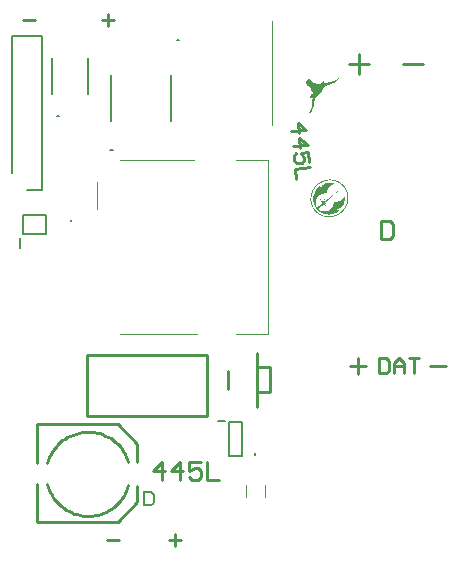
<source format=gto>
G04*
G04 #@! TF.GenerationSoftware,Altium Limited,Altium Designer,20.0.13 (296)*
G04*
G04 Layer_Color=65535*
%FSLAX25Y25*%
%MOIN*%
G70*
G01*
G75*
%ADD48C,0.01000*%
%ADD94C,0.00500*%
%ADD96C,0.00787*%
%ADD97C,0.00394*%
G36*
X630700Y564910D02*
X630737Y564879D01*
X630767Y564916D01*
X630804Y564885D01*
X630841Y564854D01*
X630878Y564824D01*
X630847Y564787D01*
X630884Y564756D01*
X630853Y564719D01*
X630890Y564688D01*
X630828Y564615D01*
X630865Y564584D01*
X630649Y564327D01*
X630686Y564296D01*
X630470Y564039D01*
X630433Y564070D01*
X630155Y563739D01*
X630119Y563769D01*
X629964Y563586D01*
X629927Y563617D01*
X629804Y563470D01*
X629767Y563500D01*
X629675Y563390D01*
X629638Y563421D01*
X629546Y563311D01*
X629509Y563342D01*
X629416Y563231D01*
X629380Y563262D01*
X629318Y563189D01*
X629281Y563219D01*
X629219Y563146D01*
X629183Y563177D01*
X629090Y563066D01*
X629053Y563097D01*
X628992Y563024D01*
X628955Y563055D01*
X628893Y562981D01*
X628857Y563012D01*
X628795Y562938D01*
X628758Y562969D01*
X628696Y562896D01*
X628660Y562927D01*
X628629Y562890D01*
X628592Y562921D01*
X628530Y562847D01*
X628493Y562878D01*
X628432Y562805D01*
X628395Y562835D01*
X628333Y562762D01*
X628297Y562793D01*
X628266Y562756D01*
X628229Y562787D01*
X628167Y562713D01*
X628131Y562744D01*
X628069Y562671D01*
X628032Y562702D01*
X628001Y562665D01*
X627965Y562696D01*
X627903Y562622D01*
X627866Y562653D01*
X627805Y562579D01*
X627768Y562610D01*
X627737Y562573D01*
X627700Y562604D01*
X627638Y562531D01*
X627602Y562562D01*
X627540Y562488D01*
X627503Y562519D01*
X627472Y562482D01*
X627436Y562513D01*
X627374Y562440D01*
X627337Y562470D01*
X627276Y562397D01*
X627239Y562428D01*
X627208Y562391D01*
X627171Y562422D01*
X627109Y562348D01*
X627073Y562379D01*
X627011Y562306D01*
X626974Y562336D01*
X626943Y562300D01*
X626907Y562331D01*
X626845Y562257D01*
X626808Y562288D01*
X626747Y562214D01*
X626710Y562245D01*
X626648Y562172D01*
X626611Y562203D01*
X626519Y562092D01*
X626482Y562123D01*
X626359Y561976D01*
X626322Y562007D01*
X626106Y561750D01*
X626069Y561781D01*
X625884Y561560D01*
X625921Y561529D01*
X625736Y561309D01*
X625773Y561278D01*
X625680Y561167D01*
X625717Y561137D01*
X625624Y561026D01*
X625661Y560995D01*
X625630Y560959D01*
X625667Y560928D01*
X625575Y560818D01*
X625611Y560787D01*
X625550Y560713D01*
X625513Y560744D01*
X625420Y560634D01*
X625457Y560603D01*
X625334Y560456D01*
X625297Y560487D01*
X625019Y560156D01*
X625056Y560125D01*
X624933Y559978D01*
X624896Y560009D01*
X624803Y559899D01*
X624840Y559868D01*
X624717Y559721D01*
X624680Y559752D01*
X624403Y559421D01*
X624439Y559390D01*
X624285Y559206D01*
X624248Y559237D01*
X624156Y559127D01*
X624193Y559096D01*
X624162Y559059D01*
X624125Y559090D01*
X624032Y558980D01*
X623996Y559011D01*
X623934Y558937D01*
X623897Y558968D01*
X623836Y558894D01*
X623799Y558925D01*
X623706Y558815D01*
X623669Y558846D01*
X623454Y558589D01*
X623417Y558619D01*
X623263Y558436D01*
X623299Y558405D01*
X623083Y558148D01*
X623120Y558117D01*
X622997Y557970D01*
X623034Y557939D01*
X622941Y557829D01*
X622978Y557798D01*
X622916Y557724D01*
X622953Y557693D01*
X622891Y557620D01*
X622928Y557589D01*
X622866Y557515D01*
X622903Y557485D01*
X622841Y557411D01*
X622878Y557380D01*
X622847Y557344D01*
X622884Y557313D01*
X622822Y557239D01*
X622859Y557208D01*
X622797Y557135D01*
X622834Y557104D01*
X622803Y557067D01*
X622840Y557036D01*
X622779Y556963D01*
X622815Y556932D01*
X622754Y556859D01*
X622790Y556828D01*
X622759Y556791D01*
X622796Y556760D01*
X622734Y556687D01*
X622771Y556656D01*
X622741Y556619D01*
X622777Y556588D01*
X622716Y556515D01*
X622752Y556484D01*
X622691Y556410D01*
X622727Y556379D01*
X622666Y556306D01*
X622702Y556275D01*
X622672Y556238D01*
X622708Y556208D01*
X622647Y556134D01*
X622683Y556103D01*
X622622Y556030D01*
X622658Y555999D01*
X622628Y555962D01*
X622664Y555931D01*
X622603Y555858D01*
X622640Y555827D01*
X622578Y555753D01*
X622614Y555723D01*
X622553Y555649D01*
X622590Y555618D01*
X622528Y555545D01*
X622565Y555514D01*
X622534Y555477D01*
X622571Y555446D01*
X622509Y555373D01*
X622546Y555342D01*
X622453Y555232D01*
X622490Y555201D01*
X622428Y555127D01*
X622465Y555096D01*
X622403Y555023D01*
X622440Y554992D01*
X622347Y554882D01*
X622384Y554851D01*
X622323Y554777D01*
X622359Y554746D01*
X622267Y554636D01*
X622304Y554605D01*
X622180Y554458D01*
X622217Y554428D01*
X622094Y554281D01*
X622130Y554250D01*
X621976Y554066D01*
X622013Y554035D01*
X621766Y553741D01*
X621803Y553710D01*
X621587Y553453D01*
X621550Y553484D01*
X621334Y553226D01*
X621298Y553257D01*
X621205Y553147D01*
X621168Y553178D01*
X621132Y553209D01*
X621101Y553172D01*
X621064Y553203D01*
X621027Y553234D01*
X620991Y553265D01*
X620954Y553295D01*
X620985Y553332D01*
X620948Y553363D01*
X620979Y553400D01*
X620942Y553431D01*
X621065Y553578D01*
X621102Y553547D01*
X621410Y553914D01*
X621374Y553945D01*
X621590Y554202D01*
X621553Y554233D01*
X621676Y554380D01*
X621639Y554411D01*
X621732Y554521D01*
X621695Y554552D01*
X621757Y554626D01*
X621720Y554657D01*
X621813Y554767D01*
X621776Y554798D01*
X621838Y554871D01*
X621801Y554902D01*
X621863Y554976D01*
X621826Y555006D01*
X621887Y555080D01*
X621851Y555111D01*
X621881Y555148D01*
X621845Y555178D01*
X621907Y555252D01*
X621870Y555283D01*
X621931Y555356D01*
X621895Y555387D01*
X621925Y555424D01*
X621889Y555455D01*
X621950Y555528D01*
X621914Y555559D01*
X621945Y555596D01*
X621908Y555627D01*
X621969Y555700D01*
X621933Y555731D01*
X621964Y555768D01*
X621927Y555798D01*
X621958Y555835D01*
X621921Y555866D01*
X621982Y555940D01*
X621946Y555970D01*
X621977Y556007D01*
X621940Y556038D01*
X621971Y556075D01*
X621934Y556106D01*
X621996Y556179D01*
X621959Y556210D01*
X621990Y556247D01*
X621953Y556278D01*
X621984Y556314D01*
X621947Y556345D01*
X622009Y556419D01*
X621972Y556450D01*
X622003Y556486D01*
X621966Y556517D01*
X621997Y556554D01*
X621960Y556585D01*
X622022Y556658D01*
X621985Y556689D01*
X622016Y556726D01*
X621979Y556757D01*
X622010Y556793D01*
X621973Y556824D01*
X622035Y556898D01*
X621998Y556929D01*
X622029Y556965D01*
X621992Y556996D01*
X622054Y557070D01*
X622017Y557101D01*
X622048Y557137D01*
X622011Y557168D01*
X622042Y557205D01*
X622005Y557236D01*
X622067Y557309D01*
X622030Y557340D01*
X622061Y557377D01*
X622024Y557408D01*
X622086Y557481D01*
X622049Y557512D01*
X622111Y557586D01*
X622074Y557617D01*
X622105Y557653D01*
X622068Y557684D01*
X622130Y557758D01*
X622093Y557789D01*
X622155Y557862D01*
X622118Y557893D01*
X622180Y557966D01*
X622143Y557997D01*
X622205Y558071D01*
X622168Y558102D01*
X622261Y558212D01*
X622224Y558243D01*
X622286Y558316D01*
X622249Y558347D01*
X622310Y558421D01*
X622274Y558451D01*
X622243Y558415D01*
X622206Y558445D01*
X622175Y558409D01*
X622138Y558439D01*
X622108Y558403D01*
X622071Y558434D01*
X622009Y558360D01*
X621972Y558391D01*
X621849Y558244D01*
X621812Y558275D01*
X621720Y558165D01*
X621683Y558195D01*
X621621Y558122D01*
X621585Y558153D01*
X621554Y558116D01*
X621517Y558147D01*
X621486Y558110D01*
X621449Y558141D01*
X621413Y558172D01*
X621376Y558203D01*
X621339Y558233D01*
X621302Y558264D01*
X621333Y558301D01*
X621296Y558332D01*
X621327Y558368D01*
X621290Y558399D01*
X621352Y558473D01*
X621315Y558504D01*
X621377Y558577D01*
X621340Y558608D01*
X621433Y558718D01*
X621396Y558749D01*
X621458Y558823D01*
X621421Y558854D01*
X621514Y558964D01*
X621477Y558995D01*
X621754Y559326D01*
X621791Y559295D01*
X621914Y559442D01*
X621951Y559411D01*
X622044Y559521D01*
X622081Y559490D01*
X622142Y559564D01*
X622179Y559533D01*
X622241Y559606D01*
X622277Y559576D01*
X622339Y559649D01*
X622376Y559618D01*
X622438Y559692D01*
X622401Y559723D01*
X622432Y559759D01*
X622395Y559790D01*
X622358Y559821D01*
X622321Y559852D01*
X622285Y559883D01*
X622248Y559914D01*
X622211Y559944D01*
X622242Y559981D01*
X622205Y560012D01*
X622168Y560043D01*
X622132Y560074D01*
X622095Y560105D01*
X622058Y560135D01*
X622089Y560172D01*
X622052Y560203D01*
X622015Y560234D01*
X621979Y560265D01*
X622010Y560301D01*
X621973Y560332D01*
X621936Y560363D01*
X621899Y560394D01*
X621930Y560431D01*
X621893Y560462D01*
X621857Y560492D01*
X621820Y560523D01*
X621851Y560560D01*
X621814Y560591D01*
X621777Y560622D01*
X621808Y560658D01*
X621771Y560689D01*
X621735Y560720D01*
X621765Y560757D01*
X621729Y560788D01*
X621692Y560818D01*
X621723Y560855D01*
X621686Y560886D01*
X621649Y560917D01*
X621680Y560954D01*
X621643Y560985D01*
X621606Y561015D01*
X621637Y561052D01*
X621601Y561083D01*
X621564Y561114D01*
X621595Y561151D01*
X621558Y561181D01*
X621521Y561212D01*
X621552Y561249D01*
X621515Y561280D01*
X621479Y561311D01*
X621509Y561347D01*
X621473Y561378D01*
X621436Y561409D01*
X621467Y561446D01*
X621430Y561477D01*
X621393Y561508D01*
X621356Y561539D01*
X621387Y561575D01*
X621350Y561606D01*
X621314Y561637D01*
X621277Y561668D01*
X621308Y561704D01*
X621271Y561735D01*
X621234Y561766D01*
X621198Y561797D01*
X621161Y561828D01*
X621124Y561859D01*
X621087Y561890D01*
X621118Y561926D01*
X621081Y561957D01*
X621045Y561988D01*
X621008Y562019D01*
X620971Y562050D01*
X620940Y562013D01*
X620903Y562044D01*
X620867Y562075D01*
X620830Y562106D01*
X620793Y562136D01*
X620762Y562100D01*
X620726Y562130D01*
X620689Y562161D01*
X620652Y562192D01*
X620621Y562155D01*
X620585Y562186D01*
X620548Y562217D01*
X620511Y562248D01*
X620480Y562211D01*
X620443Y562242D01*
X620407Y562273D01*
X620370Y562304D01*
X620333Y562334D01*
X620302Y562298D01*
X620266Y562328D01*
X620229Y562359D01*
X620192Y562390D01*
X620223Y562427D01*
X620186Y562458D01*
X620149Y562489D01*
X620180Y562525D01*
X620144Y562556D01*
X620107Y562587D01*
X620138Y562624D01*
X620101Y562655D01*
X620064Y562685D01*
X620027Y562716D01*
X619990Y562747D01*
X619954Y562778D01*
X619985Y562815D01*
X619948Y562846D01*
X619911Y562877D01*
X619942Y562913D01*
X619905Y562944D01*
X619936Y562981D01*
X619899Y563012D01*
X619930Y563049D01*
X619893Y563079D01*
X619924Y563116D01*
X619887Y563147D01*
X619918Y563184D01*
X619881Y563214D01*
X619912Y563251D01*
X619876Y563282D01*
X619937Y563356D01*
X619901Y563386D01*
X620024Y563533D01*
X619987Y563564D01*
X620450Y564116D01*
X620487Y564085D01*
X620579Y564195D01*
X620616Y564164D01*
X620678Y564238D01*
X620714Y564207D01*
X620776Y564280D01*
X620813Y564250D01*
X620844Y564286D01*
X620880Y564256D01*
X620911Y564292D01*
X620948Y564261D01*
X620979Y564298D01*
X621016Y564267D01*
X621046Y564304D01*
X621083Y564273D01*
X621114Y564310D01*
X621151Y564279D01*
X621187Y564248D01*
X621224Y564218D01*
X621255Y564254D01*
X621292Y564223D01*
X621329Y564193D01*
X621365Y564162D01*
X621402Y564131D01*
X621439Y564100D01*
X621470Y564137D01*
X621507Y564106D01*
X621537Y564143D01*
X621574Y564112D01*
X621611Y564081D01*
X621642Y564118D01*
X621678Y564087D01*
X621648Y564050D01*
X621684Y564019D01*
X621721Y563988D01*
X621758Y563958D01*
X621795Y563927D01*
X621831Y563896D01*
X621801Y563859D01*
X621837Y563828D01*
X621874Y563798D01*
X621911Y563767D01*
X621880Y563730D01*
X621917Y563699D01*
X621953Y563668D01*
X621990Y563637D01*
X621959Y563601D01*
X621996Y563570D01*
X622033Y563539D01*
X622070Y563508D01*
X622106Y563477D01*
X622076Y563441D01*
X622112Y563410D01*
X622149Y563379D01*
X622186Y563348D01*
X622223Y563317D01*
X622259Y563286D01*
X622296Y563256D01*
X622333Y563225D01*
X622364Y563261D01*
X622400Y563231D01*
X622437Y563200D01*
X622474Y563169D01*
X622511Y563138D01*
X622542Y563175D01*
X622578Y563144D01*
X622615Y563113D01*
X622652Y563082D01*
X622683Y563119D01*
X622719Y563088D01*
X622756Y563057D01*
X622793Y563027D01*
X622824Y563063D01*
X622860Y563032D01*
X622897Y563001D01*
X622928Y563038D01*
X622965Y563007D01*
X623002Y562977D01*
X623038Y562946D01*
X623069Y562983D01*
X623106Y562952D01*
X623143Y562921D01*
X623174Y562958D01*
X623210Y562927D01*
X623247Y562896D01*
X623278Y562933D01*
X623315Y562902D01*
X623351Y562871D01*
X623382Y562908D01*
X623419Y562877D01*
X623456Y562846D01*
X623487Y562883D01*
X623523Y562852D01*
X623560Y562821D01*
X623591Y562858D01*
X623628Y562827D01*
X623665Y562796D01*
X623695Y562833D01*
X623732Y562802D01*
X623769Y562771D01*
X623800Y562808D01*
X623837Y562777D01*
X623873Y562746D01*
X623904Y562783D01*
X623941Y562752D01*
X623978Y562721D01*
X624014Y562691D01*
X624045Y562727D01*
X624082Y562697D01*
X624119Y562666D01*
X624155Y562635D01*
X624192Y562604D01*
X624223Y562641D01*
X624260Y562610D01*
X624297Y562579D01*
X624333Y562548D01*
X624370Y562517D01*
X624407Y562487D01*
X624444Y562456D01*
X624474Y562492D01*
X624511Y562462D01*
X624548Y562431D01*
X624585Y562400D01*
X624621Y562369D01*
X624652Y562406D01*
X624689Y562375D01*
X624720Y562412D01*
X624683Y562443D01*
X624745Y562516D01*
X624708Y562547D01*
X624801Y562657D01*
X624764Y562688D01*
X624825Y562761D01*
X624789Y562792D01*
X624881Y562903D01*
X624845Y562933D01*
X624937Y563044D01*
X624900Y563075D01*
X625209Y563442D01*
X625246Y563411D01*
X625338Y563522D01*
X625375Y563491D01*
X625436Y563564D01*
X625473Y563533D01*
X625535Y563607D01*
X625572Y563576D01*
X625664Y563686D01*
X625701Y563656D01*
X625732Y563692D01*
X625769Y563661D01*
X625830Y563735D01*
X625867Y563704D01*
X625904Y563673D01*
X625935Y563710D01*
X625971Y563679D01*
X626008Y563648D01*
X626045Y563618D01*
X626014Y563581D01*
X626051Y563550D01*
X626088Y563519D01*
X626057Y563482D01*
X626093Y563451D01*
X626032Y563378D01*
X626068Y563347D01*
X625945Y563200D01*
X625982Y563169D01*
X625889Y563059D01*
X625926Y563028D01*
X625864Y562955D01*
X625901Y562924D01*
X625870Y562887D01*
X625907Y562856D01*
X625876Y562819D01*
X625913Y562789D01*
X625882Y562752D01*
X625919Y562721D01*
X625950Y562758D01*
X625986Y562727D01*
X626079Y562837D01*
X626116Y562806D01*
X626178Y562880D01*
X626214Y562849D01*
X626307Y562959D01*
X626343Y562928D01*
X626405Y563002D01*
X626442Y562971D01*
X626504Y563045D01*
X626540Y563014D01*
X626571Y563051D01*
X626608Y563020D01*
X626670Y563093D01*
X626706Y563062D01*
X626768Y563136D01*
X626805Y563105D01*
X626836Y563142D01*
X626872Y563111D01*
X626934Y563184D01*
X626971Y563154D01*
X627002Y563190D01*
X627038Y563160D01*
X627100Y563233D01*
X627137Y563202D01*
X627168Y563239D01*
X627205Y563208D01*
X627266Y563282D01*
X627303Y563251D01*
X627334Y563287D01*
X627371Y563257D01*
X627401Y563293D01*
X627438Y563263D01*
X627500Y563336D01*
X627537Y563305D01*
X627567Y563342D01*
X627604Y563311D01*
X627635Y563348D01*
X627672Y563317D01*
X627734Y563391D01*
X627770Y563360D01*
X627801Y563397D01*
X627838Y563366D01*
X627869Y563402D01*
X627906Y563372D01*
X627967Y563445D01*
X628004Y563414D01*
X628035Y563451D01*
X628071Y563420D01*
X628102Y563457D01*
X628139Y563426D01*
X628201Y563500D01*
X628237Y563469D01*
X628268Y563506D01*
X628305Y563475D01*
X628336Y563511D01*
X628373Y563481D01*
X628434Y563554D01*
X628471Y563523D01*
X628502Y563560D01*
X628539Y563529D01*
X628601Y563603D01*
X628637Y563572D01*
X628668Y563609D01*
X628705Y563578D01*
X628766Y563651D01*
X628803Y563620D01*
X628834Y563657D01*
X628871Y563626D01*
X628933Y563700D01*
X628969Y563669D01*
X629000Y563706D01*
X629037Y563675D01*
X629099Y563748D01*
X629135Y563718D01*
X629197Y563791D01*
X629234Y563760D01*
X629295Y563834D01*
X629332Y563803D01*
X629394Y563876D01*
X629431Y563846D01*
X629492Y563919D01*
X629529Y563888D01*
X629622Y563999D01*
X629658Y563968D01*
X629751Y564078D01*
X629788Y564047D01*
X629911Y564194D01*
X629948Y564163D01*
X630164Y564421D01*
X630200Y564390D01*
X630509Y564757D01*
X630472Y564788D01*
X630595Y564935D01*
X630632Y564904D01*
X630663Y564941D01*
X630700Y564910D01*
D02*
G37*
G36*
X627946Y530934D02*
X627962Y530947D01*
X627975Y530931D01*
X627991Y530945D01*
X628005Y530929D01*
X628020Y530942D01*
X628034Y530926D01*
X628050Y530940D01*
X628063Y530924D01*
X628079Y530937D01*
X628092Y530921D01*
X628108Y530934D01*
X628124Y530948D01*
X628137Y530932D01*
X628153Y530945D01*
X628167Y530929D01*
X628183Y530943D01*
X628196Y530927D01*
X628212Y530940D01*
X628225Y530924D01*
X628241Y530938D01*
X628255Y530922D01*
X628270Y530935D01*
X628284Y530919D01*
X628300Y530933D01*
X628313Y530917D01*
X628329Y530930D01*
X628342Y530914D01*
X628358Y530927D01*
X628372Y530911D01*
X628388Y530925D01*
X628401Y530909D01*
X628417Y530922D01*
X628430Y530906D01*
X628446Y530920D01*
X628460Y530904D01*
X628475Y530917D01*
X628489Y530901D01*
X628505Y530915D01*
X628518Y530899D01*
X628534Y530912D01*
X628547Y530896D01*
X628563Y530909D01*
X628577Y530894D01*
X628592Y530907D01*
X628606Y530891D01*
X628622Y530904D01*
X628635Y530888D01*
X628651Y530902D01*
X628664Y530886D01*
X628680Y530899D01*
X628694Y530883D01*
X628710Y530897D01*
X628723Y530881D01*
X628739Y530894D01*
X628752Y530878D01*
X628768Y530892D01*
X628781Y530876D01*
X628797Y530889D01*
X628811Y530873D01*
X628827Y530886D01*
X628840Y530870D01*
X628856Y530884D01*
X628869Y530868D01*
X628885Y530881D01*
X628898Y530865D01*
X628914Y530879D01*
X628928Y530863D01*
X628944Y530876D01*
X628970Y530844D01*
X628986Y530858D01*
X629000Y530842D01*
X629015Y530855D01*
X629029Y530839D01*
X629045Y530853D01*
X629058Y530837D01*
X629074Y530850D01*
X629087Y530834D01*
X629103Y530848D01*
X629130Y530816D01*
X629146Y530829D01*
X629159Y530813D01*
X629175Y530826D01*
X629189Y530810D01*
X629205Y530824D01*
X629218Y530808D01*
X629234Y530821D01*
X629247Y530805D01*
X629263Y530819D01*
X629290Y530787D01*
X629306Y530800D01*
X629319Y530784D01*
X629335Y530798D01*
X629348Y530782D01*
X629364Y530795D01*
X629391Y530763D01*
X629407Y530777D01*
X629420Y530761D01*
X629436Y530774D01*
X629449Y530758D01*
X629465Y530772D01*
X629492Y530740D01*
X629508Y530753D01*
X629521Y530737D01*
X629537Y530751D01*
X629551Y530735D01*
X629566Y530748D01*
X629593Y530716D01*
X629609Y530729D01*
X629623Y530714D01*
X629638Y530727D01*
X629665Y530695D01*
X629681Y530708D01*
X629694Y530692D01*
X629710Y530706D01*
X629737Y530674D01*
X629753Y530687D01*
X629766Y530672D01*
X629782Y530685D01*
X629809Y530653D01*
X629825Y530666D01*
X629838Y530651D01*
X629854Y530664D01*
X629881Y530632D01*
X629897Y530645D01*
X629910Y530629D01*
X629926Y530643D01*
X629953Y530611D01*
X629969Y530624D01*
X629995Y530592D01*
X630011Y530606D01*
X630025Y530590D01*
X630041Y530603D01*
X630067Y530572D01*
X630083Y530585D01*
X630110Y530553D01*
X630126Y530566D01*
X630152Y530535D01*
X630168Y530548D01*
X630182Y530532D01*
X630198Y530545D01*
X630224Y530513D01*
X630240Y530527D01*
X630267Y530495D01*
X630283Y530508D01*
X630310Y530477D01*
X630326Y530490D01*
X630352Y530458D01*
X630368Y530471D01*
X630395Y530440D01*
X630411Y530453D01*
X630437Y530421D01*
X630453Y530434D01*
X630480Y530403D01*
X630496Y530416D01*
X630523Y530384D01*
X630539Y530398D01*
X630565Y530366D01*
X630581Y530379D01*
X630608Y530347D01*
X630624Y530361D01*
X630651Y530329D01*
X630666Y530342D01*
X630693Y530310D01*
X630709Y530324D01*
X630736Y530292D01*
X630752Y530305D01*
X630792Y530257D01*
X630808Y530271D01*
X630834Y530239D01*
X630850Y530252D01*
X630890Y530204D01*
X630906Y530218D01*
X630933Y530186D01*
X630949Y530199D01*
X630989Y530152D01*
X631005Y530165D01*
X631032Y530133D01*
X631047Y530147D01*
X631087Y530099D01*
X631103Y530112D01*
X631144Y530064D01*
X631159Y530078D01*
X631200Y530030D01*
X631215Y530043D01*
X631255Y529996D01*
X631271Y530009D01*
X631311Y529961D01*
X631327Y529975D01*
X631367Y529927D01*
X631383Y529940D01*
X631423Y529892D01*
X631439Y529906D01*
X631493Y529842D01*
X631509Y529855D01*
X631562Y529792D01*
X631578Y529805D01*
X631631Y529741D01*
X631647Y529755D01*
X631701Y529691D01*
X631717Y529705D01*
X631770Y529641D01*
X631786Y529654D01*
X631853Y529575D01*
X631869Y529588D01*
X631949Y529493D01*
X631965Y529506D01*
X632045Y529411D01*
X632061Y529424D01*
X632154Y529312D01*
X632170Y529326D01*
X632290Y529182D01*
X632306Y529196D01*
X632493Y528973D01*
X632509Y528986D01*
X632883Y528541D01*
X632867Y528527D01*
X633054Y528305D01*
X633038Y528291D01*
X633158Y528148D01*
X633142Y528135D01*
X633249Y528007D01*
X633233Y527994D01*
X633300Y527914D01*
X633284Y527901D01*
X633364Y527806D01*
X633348Y527792D01*
X633415Y527713D01*
X633399Y527699D01*
X633453Y527636D01*
X633437Y527622D01*
X633503Y527543D01*
X633488Y527529D01*
X633541Y527466D01*
X633525Y527452D01*
X633565Y527405D01*
X633549Y527391D01*
X633603Y527328D01*
X633587Y527314D01*
X633627Y527267D01*
X633611Y527253D01*
X633651Y527206D01*
X633635Y527192D01*
X633688Y527129D01*
X633673Y527115D01*
X633712Y527067D01*
X633697Y527054D01*
X633737Y527006D01*
X633721Y526993D01*
X633747Y526961D01*
X633732Y526948D01*
X633772Y526900D01*
X633756Y526887D01*
X633796Y526839D01*
X633780Y526826D01*
X633807Y526794D01*
X633791Y526780D01*
X633831Y526733D01*
X633815Y526719D01*
X633842Y526687D01*
X633826Y526674D01*
X633852Y526642D01*
X633836Y526629D01*
X633876Y526581D01*
X633860Y526568D01*
X633887Y526536D01*
X633871Y526523D01*
X633898Y526491D01*
X633882Y526477D01*
X633909Y526446D01*
X633893Y526432D01*
X633920Y526400D01*
X633904Y526387D01*
X633944Y526339D01*
X633928Y526326D01*
X633955Y526294D01*
X633939Y526281D01*
X633965Y526249D01*
X633949Y526236D01*
X633976Y526204D01*
X633960Y526190D01*
X633987Y526159D01*
X633971Y526145D01*
X633984Y526129D01*
X633968Y526116D01*
X633995Y526084D01*
X633979Y526071D01*
X634006Y526039D01*
X633990Y526026D01*
X634017Y525994D01*
X634001Y525981D01*
X634027Y525949D01*
X634012Y525935D01*
X634025Y525919D01*
X634009Y525906D01*
X634036Y525874D01*
X634020Y525861D01*
X634047Y525829D01*
X634031Y525816D01*
X634044Y525800D01*
X634028Y525786D01*
X634055Y525754D01*
X634039Y525741D01*
X634066Y525709D01*
X634050Y525696D01*
X634063Y525680D01*
X634047Y525667D01*
X634074Y525635D01*
X634058Y525622D01*
X634071Y525606D01*
X634055Y525592D01*
X634082Y525561D01*
X634066Y525547D01*
X634080Y525531D01*
X634064Y525518D01*
X634090Y525486D01*
X634074Y525473D01*
X634088Y525457D01*
X634072Y525443D01*
X634098Y525412D01*
X634083Y525398D01*
X634096Y525382D01*
X634080Y525369D01*
X634107Y525337D01*
X634091Y525324D01*
X634104Y525308D01*
X634088Y525294D01*
X634102Y525279D01*
X634086Y525265D01*
X634112Y525233D01*
X634096Y525220D01*
X634110Y525204D01*
X634094Y525191D01*
X634107Y525175D01*
X634091Y525162D01*
X634118Y525130D01*
X634102Y525116D01*
X634116Y525100D01*
X634100Y525087D01*
X634113Y525071D01*
X634097Y525058D01*
X634124Y525026D01*
X634108Y525013D01*
X634121Y524997D01*
X634105Y524983D01*
X634119Y524967D01*
X634103Y524954D01*
X634116Y524938D01*
X634100Y524925D01*
X634127Y524893D01*
X634111Y524880D01*
X634124Y524864D01*
X634108Y524850D01*
X634122Y524834D01*
X634106Y524821D01*
X634119Y524805D01*
X634103Y524792D01*
X634117Y524776D01*
X634101Y524762D01*
X634127Y524731D01*
X634111Y524717D01*
X634125Y524701D01*
X634109Y524688D01*
X634122Y524672D01*
X634106Y524659D01*
X634120Y524643D01*
X634104Y524630D01*
X634117Y524614D01*
X634101Y524600D01*
X634115Y524584D01*
X634099Y524571D01*
X634112Y524555D01*
X634096Y524542D01*
X634109Y524526D01*
X634094Y524512D01*
X634107Y524497D01*
X634091Y524483D01*
X634104Y524467D01*
X634089Y524454D01*
X634115Y524422D01*
X634099Y524409D01*
X634113Y524393D01*
X634097Y524379D01*
X634110Y524364D01*
X634094Y524350D01*
X634107Y524334D01*
X634092Y524321D01*
X634105Y524305D01*
X634089Y524292D01*
X634102Y524276D01*
X634087Y524262D01*
X634100Y524247D01*
X634084Y524233D01*
X634097Y524217D01*
X634081Y524204D01*
X634095Y524188D01*
X634079Y524175D01*
X634092Y524159D01*
X634076Y524145D01*
X634060Y524132D01*
X634074Y524116D01*
X634058Y524103D01*
X634071Y524087D01*
X634055Y524074D01*
X634068Y524057D01*
X634053Y524044D01*
X634066Y524028D01*
X634050Y524015D01*
X634063Y523999D01*
X634048Y523986D01*
X634061Y523970D01*
X634045Y523956D01*
X634058Y523941D01*
X634042Y523927D01*
X634056Y523911D01*
X634040Y523898D01*
X634053Y523882D01*
X634037Y523869D01*
X634051Y523853D01*
X634035Y523839D01*
X634019Y523826D01*
X634032Y523810D01*
X634016Y523797D01*
X634030Y523781D01*
X634014Y523767D01*
X634027Y523751D01*
X634011Y523738D01*
X634024Y523722D01*
X634009Y523709D01*
X634022Y523693D01*
X634006Y523680D01*
X633990Y523666D01*
X634003Y523650D01*
X633988Y523637D01*
X634001Y523621D01*
X633985Y523608D01*
X633998Y523592D01*
X633982Y523579D01*
X633996Y523563D01*
X633980Y523549D01*
X633993Y523533D01*
X633977Y523520D01*
X633961Y523507D01*
X633975Y523491D01*
X633959Y523477D01*
X633972Y523461D01*
X633956Y523448D01*
X633970Y523432D01*
X633954Y523419D01*
X633938Y523405D01*
X633951Y523389D01*
X633935Y523376D01*
X633949Y523360D01*
X633933Y523347D01*
X633946Y523331D01*
X633930Y523318D01*
X633914Y523304D01*
X633927Y523288D01*
X633912Y523275D01*
X633925Y523259D01*
X633909Y523246D01*
X633893Y523232D01*
X633907Y523216D01*
X633891Y523203D01*
X633904Y523187D01*
X633888Y523174D01*
X633901Y523158D01*
X633885Y523145D01*
X633870Y523131D01*
X633883Y523115D01*
X633867Y523102D01*
X633880Y523086D01*
X633864Y523073D01*
X633848Y523059D01*
X633862Y523043D01*
X633846Y523030D01*
X633859Y523014D01*
X633843Y523001D01*
X633827Y522987D01*
X633841Y522971D01*
X633825Y522958D01*
X633838Y522942D01*
X633822Y522929D01*
X633806Y522916D01*
X633820Y522900D01*
X633804Y522886D01*
X633817Y522870D01*
X633801Y522857D01*
X633785Y522844D01*
X633799Y522828D01*
X633783Y522814D01*
X633767Y522801D01*
X633780Y522785D01*
X633764Y522772D01*
X633778Y522756D01*
X633762Y522743D01*
X633746Y522729D01*
X633759Y522713D01*
X633743Y522700D01*
X633727Y522686D01*
X633741Y522671D01*
X633725Y522657D01*
X633738Y522641D01*
X633722Y522628D01*
X633706Y522615D01*
X633720Y522599D01*
X633704Y522585D01*
X633688Y522572D01*
X633701Y522556D01*
X633685Y522543D01*
X633669Y522529D01*
X633683Y522513D01*
X633667Y522500D01*
X633651Y522487D01*
X633664Y522471D01*
X633648Y522458D01*
X633633Y522444D01*
X633646Y522428D01*
X633630Y522415D01*
X633643Y522399D01*
X633627Y522386D01*
X633611Y522372D01*
X633625Y522356D01*
X633609Y522343D01*
X633593Y522330D01*
X633606Y522314D01*
X633590Y522300D01*
X633574Y522287D01*
X633588Y522271D01*
X633572Y522258D01*
X633556Y522244D01*
X633569Y522228D01*
X633553Y522215D01*
X633537Y522202D01*
X633551Y522186D01*
X633535Y522172D01*
X633519Y522159D01*
X633503Y522146D01*
X633517Y522130D01*
X633501Y522117D01*
X633485Y522103D01*
X633498Y522087D01*
X633482Y522074D01*
X633466Y522060D01*
X633480Y522045D01*
X633464Y522031D01*
X633448Y522018D01*
X633461Y522002D01*
X633445Y521989D01*
X633429Y521975D01*
X633443Y521959D01*
X633427Y521946D01*
X633411Y521933D01*
X633395Y521919D01*
X633408Y521903D01*
X633392Y521890D01*
X633376Y521877D01*
X633390Y521861D01*
X633374Y521847D01*
X633358Y521834D01*
X633342Y521821D01*
X633355Y521805D01*
X633339Y521792D01*
X633323Y521778D01*
X633337Y521762D01*
X633321Y521749D01*
X633305Y521735D01*
X633289Y521722D01*
X633302Y521706D01*
X633287Y521693D01*
X633271Y521679D01*
X633284Y521664D01*
X633268Y521650D01*
X633252Y521637D01*
X633236Y521624D01*
X633250Y521608D01*
X633234Y521594D01*
X633218Y521581D01*
X633202Y521568D01*
X633215Y521552D01*
X633199Y521538D01*
X633183Y521525D01*
X633168Y521512D01*
X633181Y521496D01*
X633165Y521482D01*
X633149Y521469D01*
X633133Y521456D01*
X633146Y521440D01*
X633131Y521426D01*
X633115Y521413D01*
X633099Y521400D01*
X633112Y521384D01*
X633096Y521370D01*
X633080Y521357D01*
X633064Y521344D01*
X633078Y521328D01*
X633062Y521314D01*
X633046Y521301D01*
X633030Y521288D01*
X633014Y521274D01*
X633027Y521258D01*
X633011Y521245D01*
X632996Y521232D01*
X632980Y521218D01*
X632993Y521203D01*
X632977Y521189D01*
X632961Y521176D01*
X632945Y521162D01*
X632929Y521149D01*
X632943Y521133D01*
X632927Y521120D01*
X632911Y521106D01*
X632895Y521093D01*
X632879Y521080D01*
X632892Y521064D01*
X632876Y521050D01*
X632861Y521037D01*
X632845Y521024D01*
X632829Y521010D01*
X632842Y520994D01*
X632826Y520981D01*
X632810Y520968D01*
X632794Y520954D01*
X632778Y520941D01*
X632792Y520925D01*
X632776Y520912D01*
X632760Y520898D01*
X632744Y520885D01*
X632728Y520872D01*
X632712Y520858D01*
X632726Y520843D01*
X632710Y520829D01*
X632694Y520816D01*
X632678Y520802D01*
X632662Y520789D01*
X632646Y520776D01*
X632659Y520760D01*
X632643Y520746D01*
X632627Y520733D01*
X632612Y520720D01*
X632596Y520706D01*
X632580Y520693D01*
X632593Y520677D01*
X632577Y520664D01*
X632561Y520650D01*
X632545Y520637D01*
X632529Y520624D01*
X632514Y520610D01*
X632498Y520597D01*
X632511Y520581D01*
X632495Y520568D01*
X632479Y520554D01*
X632463Y520541D01*
X632447Y520528D01*
X632431Y520514D01*
X632415Y520501D01*
X632400Y520488D01*
X632384Y520474D01*
X632397Y520458D01*
X632381Y520445D01*
X632365Y520432D01*
X632349Y520418D01*
X632333Y520405D01*
X632317Y520392D01*
X632302Y520378D01*
X632286Y520365D01*
X632270Y520352D01*
X632254Y520338D01*
X632267Y520322D01*
X632251Y520309D01*
X632235Y520295D01*
X632219Y520282D01*
X632203Y520269D01*
X632188Y520255D01*
X632172Y520242D01*
X632156Y520229D01*
X632140Y520215D01*
X632124Y520202D01*
X632108Y520189D01*
X632092Y520175D01*
X632076Y520162D01*
X632060Y520149D01*
X632074Y520133D01*
X632058Y520119D01*
X632042Y520106D01*
X632026Y520093D01*
X632010Y520079D01*
X631994Y520066D01*
X631978Y520053D01*
X631962Y520039D01*
X631946Y520026D01*
X631930Y520013D01*
X631915Y519999D01*
X631899Y519986D01*
X631883Y519973D01*
X631867Y519959D01*
X631851Y519946D01*
X631835Y519932D01*
X631819Y519919D01*
X631803Y519906D01*
X631787Y519892D01*
X631771Y519879D01*
X631755Y519866D01*
X631739Y519852D01*
X631723Y519839D01*
X631708Y519826D01*
X631692Y519812D01*
X631676Y519799D01*
X631660Y519785D01*
X631644Y519772D01*
X631628Y519759D01*
X631612Y519745D01*
X631596Y519732D01*
X631580Y519719D01*
X631564Y519705D01*
X631548Y519692D01*
X631532Y519679D01*
X631517Y519665D01*
X631501Y519652D01*
X631485Y519639D01*
X631471Y519655D01*
X631456Y519641D01*
X631440Y519628D01*
X631424Y519615D01*
X631408Y519601D01*
X631392Y519588D01*
X631376Y519574D01*
X631360Y519561D01*
X631344Y519548D01*
X631328Y519534D01*
X631312Y519521D01*
X631296Y519508D01*
X631281Y519494D01*
X631264Y519481D01*
X631249Y519468D01*
X631235Y519484D01*
X631219Y519470D01*
X631203Y519457D01*
X631187Y519443D01*
X631172Y519430D01*
X631156Y519417D01*
X631140Y519403D01*
X631124Y519390D01*
X631108Y519377D01*
X631092Y519363D01*
X631079Y519379D01*
X631063Y519366D01*
X631047Y519352D01*
X631031Y519339D01*
X631015Y519326D01*
X630999Y519312D01*
X630983Y519299D01*
X630967Y519286D01*
X630954Y519302D01*
X630938Y519288D01*
X630922Y519275D01*
X630906Y519262D01*
X630890Y519248D01*
X630874Y519235D01*
X630859Y519221D01*
X630845Y519237D01*
X630829Y519224D01*
X630813Y519211D01*
X630797Y519197D01*
X630781Y519184D01*
X630765Y519171D01*
X630752Y519187D01*
X630736Y519173D01*
X630720Y519160D01*
X630704Y519146D01*
X630688Y519133D01*
X630673Y519120D01*
X630657Y519106D01*
X630643Y519122D01*
X630627Y519109D01*
X630612Y519096D01*
X630596Y519082D01*
X630580Y519069D01*
X630566Y519085D01*
X630550Y519071D01*
X630535Y519058D01*
X630519Y519045D01*
X630503Y519031D01*
X630489Y519047D01*
X630473Y519034D01*
X630457Y519021D01*
X630442Y519007D01*
X630426Y518994D01*
X630410Y518981D01*
X630396Y518996D01*
X630380Y518983D01*
X630365Y518970D01*
X630349Y518957D01*
X630335Y518972D01*
X630319Y518959D01*
X630303Y518946D01*
X630288Y518932D01*
X630272Y518919D01*
X630258Y518935D01*
X630242Y518922D01*
X630227Y518908D01*
X630210Y518895D01*
X630195Y518882D01*
X630181Y518897D01*
X630165Y518884D01*
X630149Y518871D01*
X630133Y518857D01*
X630120Y518873D01*
X630104Y518860D01*
X630088Y518847D01*
X630072Y518833D01*
X630059Y518849D01*
X630043Y518836D01*
X630027Y518822D01*
X630011Y518809D01*
X629998Y518825D01*
X629982Y518812D01*
X629966Y518798D01*
X629950Y518785D01*
X629937Y518801D01*
X629921Y518787D01*
X629905Y518774D01*
X629889Y518761D01*
X629876Y518777D01*
X629860Y518763D01*
X629844Y518750D01*
X629828Y518737D01*
X629815Y518752D01*
X629799Y518739D01*
X629783Y518726D01*
X629767Y518712D01*
X629754Y518728D01*
X629738Y518715D01*
X629722Y518702D01*
X629708Y518718D01*
X629693Y518704D01*
X629677Y518691D01*
X629661Y518678D01*
X629647Y518693D01*
X629631Y518680D01*
X629615Y518667D01*
X629600Y518653D01*
X629586Y518669D01*
X629570Y518656D01*
X629554Y518643D01*
X629541Y518658D01*
X629525Y518645D01*
X629509Y518632D01*
X629496Y518648D01*
X629480Y518634D01*
X629464Y518621D01*
X629448Y518608D01*
X629435Y518623D01*
X629419Y518610D01*
X629403Y518597D01*
X629390Y518613D01*
X629374Y518599D01*
X629358Y518586D01*
X629344Y518602D01*
X629328Y518589D01*
X629313Y518575D01*
X629299Y518591D01*
X629283Y518578D01*
X629267Y518565D01*
X629251Y518551D01*
X629238Y518567D01*
X629222Y518554D01*
X629206Y518540D01*
X629193Y518556D01*
X629177Y518543D01*
X629161Y518530D01*
X629148Y518545D01*
X629132Y518532D01*
X629116Y518519D01*
X629103Y518535D01*
X629087Y518521D01*
X629071Y518508D01*
X629057Y518524D01*
X629041Y518510D01*
X629026Y518497D01*
X629012Y518513D01*
X628996Y518500D01*
X628980Y518486D01*
X628967Y518502D01*
X628951Y518489D01*
X628935Y518476D01*
X628922Y518491D01*
X628906Y518478D01*
X628890Y518465D01*
X628877Y518481D01*
X628861Y518467D01*
X628847Y518483D01*
X628831Y518470D01*
X628816Y518457D01*
X628802Y518472D01*
X628786Y518459D01*
X628770Y518446D01*
X628757Y518462D01*
X628741Y518448D01*
X628725Y518435D01*
X628712Y518451D01*
X628696Y518437D01*
X628683Y518453D01*
X628667Y518440D01*
X628651Y518427D01*
X628637Y518443D01*
X628621Y518429D01*
X628606Y518416D01*
X628592Y518432D01*
X628576Y518419D01*
X628563Y518434D01*
X628547Y518421D01*
X628531Y518408D01*
X628518Y518424D01*
X628502Y518410D01*
X628486Y518397D01*
X628473Y518413D01*
X628457Y518399D01*
X628443Y518415D01*
X628427Y518402D01*
X628411Y518389D01*
X628398Y518405D01*
X628382Y518391D01*
X628369Y518407D01*
X628353Y518394D01*
X628337Y518380D01*
X628324Y518396D01*
X628308Y518383D01*
X628294Y518399D01*
X628278Y518386D01*
X628263Y518372D01*
X628249Y518388D01*
X628233Y518375D01*
X628220Y518391D01*
X628204Y518377D01*
X628188Y518364D01*
X628175Y518380D01*
X628159Y518366D01*
X628146Y518382D01*
X628130Y518369D01*
X628114Y518356D01*
X628100Y518372D01*
X628084Y518358D01*
X628071Y518374D01*
X628055Y518361D01*
X628042Y518377D01*
X628026Y518363D01*
X628010Y518350D01*
X627997Y518366D01*
X627981Y518353D01*
X627967Y518368D01*
X627951Y518355D01*
X627936Y518342D01*
X627922Y518358D01*
X627906Y518344D01*
X627893Y518360D01*
X627877Y518347D01*
X627864Y518363D01*
X627848Y518350D01*
X627834Y518365D01*
X627818Y518352D01*
X627803Y518339D01*
X627789Y518355D01*
X627773Y518341D01*
X627760Y518357D01*
X627744Y518344D01*
X627731Y518360D01*
X627715Y518346D01*
X627701Y518362D01*
X627685Y518349D01*
X627669Y518336D01*
X627656Y518352D01*
X627640Y518338D01*
X627627Y518354D01*
X627611Y518341D01*
X627598Y518357D01*
X627582Y518343D01*
X627568Y518359D01*
X627553Y518346D01*
X627539Y518362D01*
X627523Y518348D01*
X627507Y518335D01*
X627494Y518351D01*
X627478Y518338D01*
X627465Y518354D01*
X627449Y518340D01*
X627435Y518356D01*
X627420Y518343D01*
X627406Y518359D01*
X627390Y518345D01*
X627377Y518361D01*
X627361Y518348D01*
X627348Y518364D01*
X627332Y518350D01*
X627318Y518366D01*
X627302Y518353D01*
X627286Y518340D01*
X627273Y518356D01*
X627257Y518342D01*
X627244Y518358D01*
X627228Y518345D01*
X627215Y518361D01*
X627199Y518347D01*
X627185Y518363D01*
X627169Y518350D01*
X627156Y518366D01*
X627140Y518352D01*
X627127Y518368D01*
X627111Y518355D01*
X627098Y518371D01*
X627082Y518358D01*
X627068Y518373D01*
X627052Y518360D01*
X627039Y518376D01*
X627023Y518363D01*
X627010Y518379D01*
X626994Y518365D01*
X626980Y518381D01*
X626965Y518368D01*
X626951Y518384D01*
X626935Y518370D01*
X626922Y518386D01*
X626906Y518373D01*
X626893Y518389D01*
X626877Y518375D01*
X626863Y518391D01*
X626848Y518378D01*
X626834Y518394D01*
X626818Y518381D01*
X626791Y518412D01*
X626776Y518399D01*
X626762Y518415D01*
X626746Y518402D01*
X626733Y518418D01*
X626717Y518404D01*
X626704Y518420D01*
X626688Y518407D01*
X626674Y518423D01*
X626658Y518409D01*
X626645Y518425D01*
X626629Y518412D01*
X626616Y518428D01*
X626600Y518414D01*
X626587Y518430D01*
X626571Y518417D01*
X626544Y518449D01*
X626528Y518435D01*
X626515Y518451D01*
X626499Y518438D01*
X626485Y518454D01*
X626470Y518441D01*
X626456Y518457D01*
X626440Y518443D01*
X626427Y518459D01*
X626411Y518446D01*
X626384Y518477D01*
X626368Y518464D01*
X626355Y518480D01*
X626339Y518467D01*
X626326Y518483D01*
X626310Y518469D01*
X626297Y518485D01*
X626281Y518472D01*
X626254Y518504D01*
X626238Y518490D01*
X626225Y518506D01*
X626209Y518493D01*
X626195Y518509D01*
X626179Y518495D01*
X626153Y518527D01*
X626137Y518514D01*
X626124Y518530D01*
X626108Y518516D01*
X626094Y518532D01*
X626078Y518519D01*
X626052Y518551D01*
X626036Y518538D01*
X626022Y518553D01*
X626006Y518540D01*
X625993Y518556D01*
X625977Y518543D01*
X625950Y518574D01*
X625935Y518561D01*
X625921Y518577D01*
X625905Y518564D01*
X625878Y518596D01*
X625863Y518582D01*
X625849Y518598D01*
X625833Y518585D01*
X625807Y518617D01*
X625791Y518603D01*
X625777Y518619D01*
X625761Y518606D01*
X625735Y518638D01*
X625719Y518624D01*
X625705Y518640D01*
X625690Y518627D01*
X625663Y518659D01*
X625647Y518645D01*
X625620Y518677D01*
X625604Y518664D01*
X625591Y518680D01*
X625575Y518666D01*
X625548Y518698D01*
X625532Y518685D01*
X625506Y518717D01*
X625490Y518703D01*
X625477Y518719D01*
X625460Y518706D01*
X625434Y518738D01*
X625418Y518724D01*
X625391Y518756D01*
X625375Y518743D01*
X625349Y518775D01*
X625333Y518761D01*
X625319Y518777D01*
X625303Y518764D01*
X625277Y518796D01*
X625261Y518782D01*
X625234Y518814D01*
X625218Y518801D01*
X625191Y518833D01*
X625176Y518819D01*
X625149Y518851D01*
X625133Y518838D01*
X625106Y518869D01*
X625090Y518856D01*
X625064Y518888D01*
X625048Y518875D01*
X625021Y518906D01*
X625005Y518893D01*
X624978Y518925D01*
X624962Y518912D01*
X624936Y518943D01*
X624920Y518930D01*
X624880Y518978D01*
X624864Y518964D01*
X624837Y518996D01*
X624821Y518983D01*
X624794Y519015D01*
X624779Y519001D01*
X624752Y519033D01*
X624736Y519020D01*
X624696Y519068D01*
X624680Y519054D01*
X624653Y519086D01*
X624637Y519073D01*
X624597Y519121D01*
X624581Y519107D01*
X624541Y519155D01*
X624525Y519141D01*
X624499Y519173D01*
X624483Y519160D01*
X624443Y519208D01*
X624427Y519194D01*
X624387Y519242D01*
X624371Y519229D01*
X624331Y519277D01*
X624315Y519263D01*
X624275Y519311D01*
X624259Y519298D01*
X624219Y519345D01*
X624203Y519332D01*
X624163Y519380D01*
X624147Y519366D01*
X624093Y519430D01*
X624078Y519417D01*
X624024Y519480D01*
X624008Y519467D01*
X623955Y519531D01*
X623939Y519517D01*
X623885Y519581D01*
X623870Y519568D01*
X623816Y519631D01*
X623800Y519618D01*
X623734Y519697D01*
X623718Y519684D01*
X623651Y519764D01*
X623635Y519750D01*
X623555Y519846D01*
X623539Y519832D01*
X623445Y519944D01*
X623429Y519931D01*
X623309Y520074D01*
X623293Y520060D01*
X623120Y520267D01*
X623104Y520254D01*
X622650Y520795D01*
X622666Y520808D01*
X622492Y521015D01*
X622508Y521029D01*
X622388Y521172D01*
X622404Y521185D01*
X622310Y521297D01*
X622326Y521310D01*
X622260Y521389D01*
X622275Y521403D01*
X622195Y521498D01*
X622211Y521512D01*
X622144Y521591D01*
X622160Y521605D01*
X622107Y521668D01*
X622123Y521682D01*
X622069Y521745D01*
X622085Y521759D01*
X622032Y521822D01*
X622048Y521836D01*
X621994Y521899D01*
X622010Y521913D01*
X621970Y521960D01*
X621986Y521974D01*
X621933Y522037D01*
X621949Y522051D01*
X621909Y522098D01*
X621925Y522112D01*
X621884Y522160D01*
X621900Y522173D01*
X621860Y522221D01*
X621876Y522234D01*
X621836Y522282D01*
X621852Y522295D01*
X621812Y522343D01*
X621828Y522356D01*
X621801Y522388D01*
X621817Y522401D01*
X621777Y522449D01*
X621793Y522463D01*
X621766Y522494D01*
X621782Y522508D01*
X621742Y522555D01*
X621758Y522569D01*
X621731Y522601D01*
X621747Y522614D01*
X621707Y522662D01*
X621723Y522675D01*
X621697Y522707D01*
X621712Y522720D01*
X621686Y522752D01*
X621702Y522765D01*
X621675Y522797D01*
X621691Y522811D01*
X621651Y522858D01*
X621667Y522872D01*
X621640Y522903D01*
X621656Y522917D01*
X621629Y522949D01*
X621645Y522962D01*
X621618Y522994D01*
X621634Y523007D01*
X621607Y523039D01*
X621624Y523052D01*
X621597Y523084D01*
X621613Y523098D01*
X621586Y523129D01*
X621602Y523143D01*
X621575Y523175D01*
X621591Y523188D01*
X621578Y523204D01*
X621594Y523217D01*
X621567Y523249D01*
X621583Y523262D01*
X621556Y523294D01*
X621572Y523308D01*
X621545Y523339D01*
X621561Y523353D01*
X621548Y523369D01*
X621564Y523382D01*
X621537Y523414D01*
X621553Y523427D01*
X621526Y523459D01*
X621542Y523472D01*
X621516Y523504D01*
X621531Y523518D01*
X621518Y523533D01*
X621534Y523547D01*
X621507Y523579D01*
X621523Y523592D01*
X621510Y523608D01*
X621526Y523621D01*
X621499Y523653D01*
X621515Y523666D01*
X621488Y523698D01*
X621504Y523712D01*
X621491Y523728D01*
X621507Y523741D01*
X621480Y523773D01*
X621496Y523786D01*
X621483Y523802D01*
X621498Y523815D01*
X621485Y523831D01*
X621501Y523845D01*
X621474Y523876D01*
X621490Y523890D01*
X621477Y523906D01*
X621493Y523919D01*
X621466Y523951D01*
X621482Y523964D01*
X621469Y523980D01*
X621485Y523994D01*
X621458Y524025D01*
X621474Y524039D01*
X621460Y524055D01*
X621476Y524068D01*
X621463Y524084D01*
X621479Y524097D01*
X621452Y524129D01*
X621468Y524143D01*
X621455Y524158D01*
X621471Y524172D01*
X621457Y524188D01*
X621473Y524201D01*
X621460Y524217D01*
X621476Y524230D01*
X621449Y524262D01*
X621465Y524275D01*
X621452Y524291D01*
X621468Y524305D01*
X621454Y524321D01*
X621470Y524334D01*
X621444Y524366D01*
X621459Y524379D01*
X621446Y524395D01*
X621462Y524408D01*
X621449Y524424D01*
X621464Y524438D01*
X621451Y524454D01*
X621467Y524467D01*
X621454Y524483D01*
X621470Y524496D01*
X621456Y524512D01*
X621472Y524525D01*
X621446Y524557D01*
X621461Y524571D01*
X621448Y524587D01*
X621464Y524600D01*
X621451Y524616D01*
X621466Y524629D01*
X621453Y524645D01*
X621469Y524658D01*
X621456Y524674D01*
X621472Y524688D01*
X621458Y524704D01*
X621474Y524717D01*
X621461Y524733D01*
X621477Y524746D01*
X621463Y524762D01*
X621479Y524776D01*
X621466Y524791D01*
X621482Y524805D01*
X621468Y524821D01*
X621484Y524834D01*
X621458Y524866D01*
X621474Y524879D01*
X621460Y524895D01*
X621476Y524909D01*
X621463Y524925D01*
X621479Y524938D01*
X621465Y524954D01*
X621481Y524967D01*
X621468Y524983D01*
X621484Y524996D01*
X621470Y525012D01*
X621486Y525026D01*
X621473Y525041D01*
X621489Y525055D01*
X621476Y525071D01*
X621492Y525084D01*
X621478Y525100D01*
X621494Y525113D01*
X621481Y525129D01*
X621497Y525143D01*
X621483Y525159D01*
X621499Y525172D01*
X621515Y525185D01*
X621502Y525201D01*
X621518Y525215D01*
X621504Y525231D01*
X621520Y525244D01*
X621507Y525260D01*
X621523Y525273D01*
X621510Y525289D01*
X621525Y525302D01*
X621512Y525318D01*
X621528Y525332D01*
X621515Y525348D01*
X621530Y525361D01*
X621517Y525377D01*
X621533Y525390D01*
X621520Y525406D01*
X621536Y525420D01*
X621522Y525435D01*
X621538Y525449D01*
X621554Y525462D01*
X621541Y525478D01*
X621557Y525491D01*
X621543Y525507D01*
X621559Y525521D01*
X621546Y525536D01*
X621562Y525550D01*
X621548Y525566D01*
X621564Y525579D01*
X621551Y525595D01*
X621567Y525608D01*
X621554Y525624D01*
X621569Y525638D01*
X621585Y525651D01*
X621572Y525667D01*
X621588Y525680D01*
X621575Y525696D01*
X621591Y525710D01*
X621577Y525726D01*
X621593Y525739D01*
X621580Y525755D01*
X621596Y525768D01*
X621611Y525781D01*
X621598Y525797D01*
X621614Y525811D01*
X621601Y525827D01*
X621617Y525840D01*
X621603Y525856D01*
X621619Y525869D01*
X621635Y525883D01*
X621622Y525899D01*
X621638Y525912D01*
X621624Y525928D01*
X621640Y525941D01*
X621627Y525957D01*
X621643Y525970D01*
X621659Y525984D01*
X621645Y526000D01*
X621661Y526013D01*
X621648Y526029D01*
X621664Y526042D01*
X621651Y526058D01*
X621666Y526072D01*
X621682Y526085D01*
X621669Y526101D01*
X621685Y526114D01*
X621671Y526130D01*
X621687Y526144D01*
X621703Y526157D01*
X621690Y526173D01*
X621706Y526186D01*
X621693Y526202D01*
X621708Y526215D01*
X621724Y526229D01*
X621711Y526245D01*
X621727Y526258D01*
X621714Y526274D01*
X621730Y526287D01*
X621745Y526301D01*
X621732Y526316D01*
X621748Y526330D01*
X621735Y526346D01*
X621751Y526359D01*
X621767Y526372D01*
X621753Y526388D01*
X621769Y526402D01*
X621756Y526418D01*
X621772Y526431D01*
X621788Y526444D01*
X621774Y526460D01*
X621790Y526474D01*
X621806Y526487D01*
X621793Y526503D01*
X621808Y526516D01*
X621795Y526532D01*
X621811Y526546D01*
X621827Y526559D01*
X621814Y526575D01*
X621830Y526588D01*
X621845Y526602D01*
X621832Y526617D01*
X621848Y526631D01*
X621864Y526644D01*
X621851Y526660D01*
X621867Y526673D01*
X621853Y526689D01*
X621869Y526703D01*
X621885Y526716D01*
X621872Y526732D01*
X621888Y526745D01*
X621904Y526759D01*
X621890Y526775D01*
X621906Y526788D01*
X621922Y526801D01*
X621909Y526817D01*
X621924Y526831D01*
X621940Y526844D01*
X621927Y526860D01*
X621943Y526873D01*
X621930Y526889D01*
X621945Y526902D01*
X621961Y526916D01*
X621948Y526932D01*
X621964Y526945D01*
X621980Y526958D01*
X621967Y526974D01*
X621982Y526988D01*
X621998Y527001D01*
X621985Y527017D01*
X622001Y527030D01*
X622017Y527044D01*
X622004Y527060D01*
X622019Y527073D01*
X622035Y527086D01*
X622051Y527100D01*
X622038Y527115D01*
X622054Y527129D01*
X622070Y527142D01*
X622056Y527158D01*
X622072Y527172D01*
X622088Y527185D01*
X622075Y527201D01*
X622091Y527214D01*
X622107Y527227D01*
X622093Y527243D01*
X622109Y527257D01*
X622125Y527270D01*
X622112Y527286D01*
X622128Y527299D01*
X622144Y527313D01*
X622160Y527326D01*
X622146Y527342D01*
X622162Y527355D01*
X622178Y527369D01*
X622165Y527385D01*
X622181Y527398D01*
X622196Y527411D01*
X622183Y527427D01*
X622199Y527441D01*
X622215Y527454D01*
X622231Y527467D01*
X622218Y527483D01*
X622233Y527497D01*
X622249Y527510D01*
X622236Y527526D01*
X622252Y527539D01*
X622268Y527553D01*
X622284Y527566D01*
X622270Y527582D01*
X622286Y527595D01*
X622302Y527608D01*
X622318Y527622D01*
X622305Y527638D01*
X622321Y527651D01*
X622337Y527665D01*
X622323Y527680D01*
X622339Y527694D01*
X622355Y527707D01*
X622371Y527720D01*
X622358Y527736D01*
X622374Y527750D01*
X622390Y527763D01*
X622405Y527776D01*
X622392Y527792D01*
X622408Y527806D01*
X622424Y527819D01*
X622440Y527832D01*
X622426Y527848D01*
X622442Y527862D01*
X622458Y527875D01*
X622474Y527888D01*
X622461Y527904D01*
X622477Y527918D01*
X622493Y527931D01*
X622509Y527944D01*
X622495Y527960D01*
X622511Y527974D01*
X622527Y527987D01*
X622543Y528000D01*
X622559Y528014D01*
X622545Y528030D01*
X622561Y528043D01*
X622577Y528056D01*
X622593Y528070D01*
X622580Y528086D01*
X622596Y528099D01*
X622612Y528112D01*
X622628Y528126D01*
X622644Y528139D01*
X622630Y528155D01*
X622646Y528168D01*
X622662Y528182D01*
X622678Y528195D01*
X622694Y528208D01*
X622681Y528224D01*
X622696Y528238D01*
X622712Y528251D01*
X622728Y528264D01*
X622744Y528278D01*
X622731Y528294D01*
X622747Y528307D01*
X622763Y528320D01*
X622779Y528334D01*
X622794Y528347D01*
X622781Y528363D01*
X622797Y528376D01*
X622813Y528390D01*
X622829Y528403D01*
X622845Y528416D01*
X622861Y528430D01*
X622847Y528446D01*
X622863Y528459D01*
X622879Y528472D01*
X622895Y528486D01*
X622911Y528499D01*
X622927Y528512D01*
X622914Y528528D01*
X622929Y528542D01*
X622945Y528555D01*
X622961Y528568D01*
X622977Y528582D01*
X622993Y528595D01*
X623009Y528608D01*
X622996Y528624D01*
X623012Y528638D01*
X623028Y528651D01*
X623043Y528664D01*
X623059Y528678D01*
X623075Y528691D01*
X623091Y528704D01*
X623078Y528720D01*
X623094Y528734D01*
X623110Y528747D01*
X623126Y528760D01*
X623141Y528774D01*
X623157Y528787D01*
X623173Y528800D01*
X623189Y528814D01*
X623176Y528830D01*
X623192Y528843D01*
X623208Y528857D01*
X623224Y528870D01*
X623240Y528883D01*
X623255Y528897D01*
X623271Y528910D01*
X623287Y528923D01*
X623303Y528937D01*
X623319Y528950D01*
X623306Y528966D01*
X623322Y528979D01*
X623338Y528993D01*
X623353Y529006D01*
X623369Y529019D01*
X623385Y529033D01*
X623401Y529046D01*
X623417Y529059D01*
X623433Y529073D01*
X623449Y529086D01*
X623465Y529099D01*
X623481Y529113D01*
X623497Y529126D01*
X623513Y529139D01*
X623529Y529153D01*
X623515Y529169D01*
X623531Y529182D01*
X623547Y529195D01*
X623563Y529209D01*
X623579Y529222D01*
X623595Y529236D01*
X623611Y529249D01*
X623627Y529262D01*
X623642Y529276D01*
X623658Y529289D01*
X623674Y529302D01*
X623690Y529316D01*
X623706Y529329D01*
X623722Y529342D01*
X623738Y529356D01*
X623754Y529369D01*
X623770Y529382D01*
X623786Y529396D01*
X623802Y529409D01*
X623818Y529422D01*
X623834Y529436D01*
X623849Y529449D01*
X623865Y529462D01*
X623881Y529476D01*
X623897Y529489D01*
X623913Y529502D01*
X623929Y529516D01*
X623945Y529529D01*
X623961Y529543D01*
X623977Y529556D01*
X623993Y529569D01*
X624009Y529583D01*
X624024Y529596D01*
X624040Y529609D01*
X624056Y529623D01*
X624072Y529636D01*
X624086Y529620D01*
X624101Y529634D01*
X624117Y529647D01*
X624133Y529660D01*
X624149Y529674D01*
X624165Y529687D01*
X624181Y529700D01*
X624197Y529714D01*
X624213Y529727D01*
X624229Y529740D01*
X624245Y529754D01*
X624261Y529767D01*
X624276Y529780D01*
X624292Y529794D01*
X624306Y529778D01*
X624322Y529791D01*
X624338Y529805D01*
X624354Y529818D01*
X624369Y529831D01*
X624385Y529845D01*
X624401Y529858D01*
X624417Y529871D01*
X624433Y529885D01*
X624449Y529898D01*
X624465Y529911D01*
X624478Y529895D01*
X624494Y529909D01*
X624510Y529922D01*
X624526Y529936D01*
X624542Y529949D01*
X624558Y529962D01*
X624574Y529976D01*
X624590Y529989D01*
X624603Y529973D01*
X624619Y529986D01*
X624635Y530000D01*
X624651Y530013D01*
X624667Y530026D01*
X624683Y530040D01*
X624698Y530053D01*
X624712Y530037D01*
X624728Y530051D01*
X624744Y530064D01*
X624760Y530077D01*
X624776Y530091D01*
X624791Y530104D01*
X624807Y530117D01*
X624821Y530101D01*
X624837Y530115D01*
X624853Y530128D01*
X624868Y530141D01*
X624884Y530155D01*
X624900Y530168D01*
X624914Y530152D01*
X624930Y530166D01*
X624945Y530179D01*
X624961Y530192D01*
X624977Y530206D01*
X624991Y530190D01*
X625007Y530203D01*
X625023Y530217D01*
X625038Y530230D01*
X625054Y530243D01*
X625070Y530257D01*
X625084Y530241D01*
X625100Y530254D01*
X625115Y530267D01*
X625131Y530281D01*
X625147Y530294D01*
X625161Y530278D01*
X625176Y530292D01*
X625192Y530305D01*
X625208Y530318D01*
X625224Y530332D01*
X625238Y530316D01*
X625253Y530329D01*
X625269Y530342D01*
X625285Y530356D01*
X625299Y530340D01*
X625315Y530353D01*
X625330Y530367D01*
X625346Y530380D01*
X625362Y530393D01*
X625376Y530377D01*
X625392Y530391D01*
X625408Y530404D01*
X625423Y530417D01*
X625437Y530402D01*
X625453Y530415D01*
X625469Y530428D01*
X625485Y530442D01*
X625500Y530455D01*
X625514Y530439D01*
X625530Y530452D01*
X625546Y530466D01*
X625562Y530479D01*
X625575Y530463D01*
X625591Y530477D01*
X625607Y530490D01*
X625623Y530503D01*
X625636Y530487D01*
X625652Y530501D01*
X625668Y530514D01*
X625684Y530527D01*
X625697Y530511D01*
X625713Y530525D01*
X625729Y530538D01*
X625745Y530551D01*
X625758Y530536D01*
X625774Y530549D01*
X625790Y530562D01*
X625803Y530546D01*
X625819Y530560D01*
X625835Y530573D01*
X625851Y530586D01*
X625865Y530571D01*
X625880Y530584D01*
X625896Y530597D01*
X625910Y530581D01*
X625926Y530595D01*
X625942Y530608D01*
X625957Y530621D01*
X625971Y530605D01*
X625987Y530619D01*
X626003Y530632D01*
X626018Y530646D01*
X626032Y530630D01*
X626048Y530643D01*
X626064Y530656D01*
X626077Y530640D01*
X626093Y530654D01*
X626109Y530667D01*
X626122Y530651D01*
X626138Y530664D01*
X626154Y530678D01*
X626170Y530691D01*
X626183Y530675D01*
X626199Y530689D01*
X626215Y530702D01*
X626229Y530686D01*
X626244Y530699D01*
X626260Y530713D01*
X626274Y530697D01*
X626290Y530710D01*
X626305Y530724D01*
X626319Y530708D01*
X626335Y530721D01*
X626351Y530734D01*
X626364Y530719D01*
X626380Y530732D01*
X626396Y530745D01*
X626409Y530729D01*
X626425Y530743D01*
X626441Y530756D01*
X626454Y530740D01*
X626470Y530753D01*
X626486Y530767D01*
X626500Y530751D01*
X626515Y530764D01*
X626531Y530778D01*
X626545Y530762D01*
X626561Y530775D01*
X626577Y530788D01*
X626590Y530772D01*
X626606Y530786D01*
X626622Y530799D01*
X626635Y530783D01*
X626651Y530797D01*
X626667Y530810D01*
X626680Y530794D01*
X626696Y530807D01*
X626712Y530821D01*
X626725Y530805D01*
X626741Y530818D01*
X626757Y530831D01*
X626771Y530816D01*
X626787Y530829D01*
X626802Y530842D01*
X626816Y530826D01*
X626832Y530840D01*
X626845Y530824D01*
X626861Y530837D01*
X626877Y530851D01*
X626890Y530835D01*
X626906Y530848D01*
X626922Y530861D01*
X626935Y530845D01*
X626951Y530859D01*
X626965Y530843D01*
X626981Y530856D01*
X626997Y530870D01*
X627010Y530854D01*
X627026Y530867D01*
X627042Y530880D01*
X627055Y530864D01*
X627071Y530878D01*
X627084Y530862D01*
X627100Y530875D01*
X627116Y530889D01*
X627130Y530873D01*
X627145Y530886D01*
X627159Y530870D01*
X627175Y530884D01*
X627191Y530897D01*
X627204Y530881D01*
X627220Y530894D01*
X627236Y530908D01*
X627249Y530892D01*
X627265Y530905D01*
X627279Y530889D01*
X627294Y530902D01*
X627310Y530916D01*
X627324Y530900D01*
X627340Y530913D01*
X627353Y530897D01*
X627369Y530911D01*
X627382Y530895D01*
X627398Y530908D01*
X627414Y530922D01*
X627427Y530906D01*
X627443Y530919D01*
X627457Y530903D01*
X627473Y530916D01*
X627489Y530930D01*
X627502Y530914D01*
X627518Y530927D01*
X627531Y530911D01*
X627547Y530925D01*
X627560Y530909D01*
X627576Y530922D01*
X627592Y530935D01*
X627606Y530920D01*
X627622Y530933D01*
X627635Y530917D01*
X627651Y530930D01*
X627664Y530914D01*
X627680Y530928D01*
X627696Y530941D01*
X627709Y530925D01*
X627725Y530939D01*
X627739Y530923D01*
X627754Y530936D01*
X627768Y530920D01*
X627784Y530933D01*
X627800Y530947D01*
X627813Y530931D01*
X627829Y530944D01*
X627842Y530928D01*
X627858Y530942D01*
X627872Y530926D01*
X627887Y530939D01*
X627901Y530923D01*
X627917Y530936D01*
X627933Y530950D01*
X627946Y530934D01*
D02*
G37*
G36*
X567647Y427113D02*
X567795Y427106D01*
X567943Y427091D01*
X568091Y427069D01*
X568217Y427047D01*
X568224D01*
X568239Y427039D01*
X568261D01*
X568291Y427025D01*
X568372Y427002D01*
X568476Y426965D01*
X568594Y426914D01*
X568720Y426847D01*
X568846Y426773D01*
X568964Y426677D01*
X568972Y426669D01*
X568979Y426662D01*
X569001Y426640D01*
X569031Y426618D01*
X569105Y426544D01*
X569194Y426440D01*
X569290Y426314D01*
X569394Y426166D01*
X569490Y425996D01*
X569571Y425804D01*
Y425796D01*
X569579Y425781D01*
X569593Y425752D01*
X569601Y425707D01*
X569623Y425656D01*
X569638Y425596D01*
X569653Y425530D01*
X569675Y425448D01*
X569697Y425367D01*
X569712Y425271D01*
X569749Y425064D01*
X569771Y424834D01*
X569778Y424583D01*
Y424575D01*
Y424560D01*
Y424523D01*
Y424486D01*
X569771Y424435D01*
Y424375D01*
X569764Y424235D01*
X569741Y424072D01*
X569719Y423902D01*
X569682Y423724D01*
X569638Y423547D01*
Y423539D01*
X569630Y423524D01*
X569623Y423502D01*
X569616Y423473D01*
X569586Y423391D01*
X569542Y423288D01*
X569497Y423169D01*
X569438Y423051D01*
X569364Y422925D01*
X569290Y422807D01*
X569283Y422792D01*
X569253Y422755D01*
X569209Y422703D01*
X569149Y422636D01*
X569083Y422562D01*
X569001Y422488D01*
X568920Y422407D01*
X568824Y422340D01*
X568809Y422333D01*
X568779Y422311D01*
X568728Y422281D01*
X568654Y422244D01*
X568565Y422200D01*
X568461Y422163D01*
X568343Y422118D01*
X568210Y422081D01*
X568195D01*
X568173Y422074D01*
X568150Y422067D01*
X568076Y422059D01*
X567973Y422044D01*
X567854Y422030D01*
X567714Y422015D01*
X567558Y422007D01*
X567388Y422000D01*
X565546D01*
Y427121D01*
X567514D01*
X567647Y427113D01*
D02*
G37*
%LPC*%
G36*
X628083Y530642D02*
X628067Y530628D01*
X628051Y530615D01*
X628037Y530631D01*
X628021Y530618D01*
X628008Y530634D01*
X627992Y530620D01*
X627979Y530636D01*
X627963Y530623D01*
X627950Y530639D01*
X627934Y530625D01*
X627920Y530641D01*
X627905Y530628D01*
X627888Y530615D01*
X627875Y530630D01*
X627859Y530617D01*
X627846Y530633D01*
X627830Y530620D01*
X627817Y530636D01*
X627801Y530622D01*
X627787Y530638D01*
X627772Y530625D01*
X627756Y530612D01*
X627742Y530627D01*
X627726Y530614D01*
X627713Y530630D01*
X627697Y530617D01*
X627684Y530632D01*
X627668Y530619D01*
X627654Y530635D01*
X627638Y530622D01*
X627623Y530608D01*
X627609Y530624D01*
X627593Y530611D01*
X627580Y530627D01*
X627564Y530614D01*
X627548Y530600D01*
X627535Y530616D01*
X627519Y530603D01*
X627505Y530619D01*
X627490Y530605D01*
X627476Y530621D01*
X627460Y530608D01*
X627444Y530594D01*
X627431Y530610D01*
X627415Y530597D01*
X627402Y530613D01*
X627386Y530600D01*
X627370Y530586D01*
X627357Y530602D01*
X627341Y530589D01*
X627327Y530605D01*
X627311Y530591D01*
X627295Y530578D01*
X627282Y530594D01*
X627266Y530581D01*
X627253Y530596D01*
X627237Y530583D01*
X627221Y530570D01*
X627208Y530586D01*
X627192Y530572D01*
X627178Y530588D01*
X627163Y530575D01*
X627147Y530561D01*
X627133Y530578D01*
X627117Y530564D01*
X627104Y530580D01*
X627088Y530567D01*
X627072Y530553D01*
X627059Y530569D01*
X627043Y530556D01*
X627027Y530543D01*
X627014Y530558D01*
X626998Y530545D01*
X626984Y530561D01*
X626968Y530548D01*
X626953Y530534D01*
X626939Y530550D01*
X626923Y530537D01*
X626907Y530523D01*
X626894Y530539D01*
X626878Y530526D01*
X626865Y530542D01*
X626849Y530529D01*
X626833Y530515D01*
X626820Y530531D01*
X626804Y530518D01*
X626788Y530505D01*
X626774Y530520D01*
X626758Y530507D01*
X626743Y530494D01*
X626729Y530510D01*
X626713Y530496D01*
X626697Y530483D01*
X626684Y530499D01*
X626668Y530485D01*
X626652Y530472D01*
X626639Y530488D01*
X626623Y530475D01*
X626607Y530461D01*
X626594Y530477D01*
X626578Y530464D01*
X626564Y530480D01*
X626548Y530466D01*
X626533Y530453D01*
X626519Y530469D01*
X626503Y530456D01*
X626487Y530442D01*
X626471Y530429D01*
X626458Y530445D01*
X626442Y530432D01*
X626426Y530418D01*
X626413Y530434D01*
X626397Y530421D01*
X626381Y530407D01*
X626368Y530423D01*
X626352Y530410D01*
X626336Y530397D01*
X626323Y530412D01*
X626307Y530399D01*
X626291Y530386D01*
X626277Y530402D01*
X626261Y530388D01*
X626245Y530375D01*
X626232Y530391D01*
X626216Y530377D01*
X626200Y530364D01*
X626184Y530351D01*
X626171Y530367D01*
X626155Y530353D01*
X626139Y530340D01*
X626126Y530356D01*
X626110Y530343D01*
X626094Y530329D01*
X626078Y530316D01*
X626065Y530332D01*
X626049Y530318D01*
X626033Y530305D01*
X626020Y530321D01*
X626004Y530308D01*
X625988Y530294D01*
X625972Y530281D01*
X625958Y530297D01*
X625943Y530283D01*
X625927Y530270D01*
X625913Y530286D01*
X625897Y530273D01*
X625881Y530259D01*
X625866Y530246D01*
X625852Y530262D01*
X625836Y530248D01*
X625820Y530235D01*
X625805Y530222D01*
X625791Y530238D01*
X625775Y530224D01*
X625759Y530211D01*
X625743Y530198D01*
X625730Y530214D01*
X625714Y530200D01*
X625698Y530187D01*
X625682Y530173D01*
X625669Y530190D01*
X625653Y530176D01*
X625637Y530163D01*
X625621Y530149D01*
X625608Y530165D01*
X625592Y530152D01*
X625576Y530139D01*
X625560Y530125D01*
X625547Y530141D01*
X625531Y530128D01*
X625515Y530115D01*
X625499Y530101D01*
X625486Y530117D01*
X625470Y530104D01*
X625454Y530090D01*
X625438Y530077D01*
X625422Y530064D01*
X625409Y530080D01*
X625393Y530066D01*
X625377Y530053D01*
X625361Y530040D01*
X625345Y530026D01*
X625332Y530042D01*
X625316Y530029D01*
X625300Y530015D01*
X625284Y530002D01*
X625271Y530018D01*
X625255Y530005D01*
X625239Y529991D01*
X625223Y529978D01*
X625207Y529964D01*
X625191Y529951D01*
X625178Y529967D01*
X625162Y529954D01*
X625146Y529940D01*
X625130Y529927D01*
X625114Y529914D01*
X625101Y529929D01*
X625085Y529916D01*
X625069Y529903D01*
X625053Y529889D01*
X625037Y529876D01*
X625021Y529863D01*
X625008Y529879D01*
X624992Y529865D01*
X624976Y529852D01*
X624960Y529839D01*
X624944Y529825D01*
X624928Y529812D01*
X624915Y529828D01*
X624899Y529814D01*
X624883Y529801D01*
X624867Y529788D01*
X624851Y529774D01*
X624835Y529761D01*
X624819Y529748D01*
X624806Y529764D01*
X624790Y529750D01*
X624774Y529737D01*
X624758Y529724D01*
X624742Y529710D01*
X624726Y529697D01*
X624710Y529683D01*
X624694Y529670D01*
X624681Y529686D01*
X624665Y529673D01*
X624649Y529659D01*
X624633Y529646D01*
X624617Y529633D01*
X624602Y529619D01*
X624586Y529606D01*
X624570Y529593D01*
X624554Y529579D01*
X624541Y529595D01*
X624525Y529582D01*
X624509Y529568D01*
X624493Y529555D01*
X624477Y529542D01*
X624461Y529528D01*
X624445Y529515D01*
X624429Y529502D01*
X624413Y529488D01*
X624397Y529475D01*
X624384Y529491D01*
X624368Y529478D01*
X624352Y529464D01*
X624336Y529451D01*
X624320Y529437D01*
X624304Y529424D01*
X624288Y529411D01*
X624272Y529397D01*
X624257Y529384D01*
X624241Y529371D01*
X624225Y529357D01*
X624209Y529344D01*
X624193Y529331D01*
X624177Y529317D01*
X624161Y529304D01*
X624145Y529290D01*
X624129Y529277D01*
X624113Y529264D01*
X624097Y529250D01*
X624082Y529237D01*
X624066Y529224D01*
X624050Y529210D01*
X624034Y529197D01*
X624018Y529184D01*
X624002Y529170D01*
X623986Y529157D01*
X623970Y529144D01*
X623954Y529130D01*
X623938Y529117D01*
X623922Y529104D01*
X623907Y529090D01*
X623891Y529077D01*
X623875Y529064D01*
X623859Y529050D01*
X623843Y529037D01*
X623827Y529024D01*
X623811Y529010D01*
X623795Y528997D01*
X623779Y528983D01*
X623763Y528970D01*
X623747Y528957D01*
X623731Y528943D01*
X623715Y528930D01*
X623700Y528917D01*
X623684Y528903D01*
X623668Y528890D01*
X623652Y528877D01*
X623636Y528863D01*
X623620Y528850D01*
X623604Y528836D01*
X623618Y528821D01*
X623601Y528807D01*
X623586Y528794D01*
X623570Y528781D01*
X623554Y528767D01*
X623538Y528754D01*
X623522Y528741D01*
X623506Y528727D01*
X623490Y528714D01*
X623474Y528700D01*
X623458Y528687D01*
X623472Y528671D01*
X623456Y528658D01*
X623440Y528644D01*
X623424Y528631D01*
X623408Y528618D01*
X623392Y528604D01*
X623376Y528591D01*
X623360Y528578D01*
X623344Y528564D01*
X623358Y528548D01*
X623342Y528535D01*
X623326Y528522D01*
X623310Y528508D01*
X623294Y528495D01*
X623278Y528482D01*
X623262Y528468D01*
X623276Y528452D01*
X623260Y528439D01*
X623244Y528426D01*
X623228Y528412D01*
X623212Y528399D01*
X623196Y528386D01*
X623180Y528372D01*
X623194Y528356D01*
X623177Y528343D01*
X623162Y528330D01*
X623146Y528316D01*
X623130Y528303D01*
X623114Y528290D01*
X623127Y528274D01*
X623111Y528260D01*
X623095Y528247D01*
X623079Y528234D01*
X623064Y528220D01*
X623048Y528207D01*
X623061Y528191D01*
X623045Y528178D01*
X623029Y528164D01*
X623013Y528151D01*
X622997Y528138D01*
X622981Y528124D01*
X622995Y528108D01*
X622979Y528095D01*
X622963Y528082D01*
X622947Y528068D01*
X622931Y528055D01*
X622944Y528039D01*
X622929Y528026D01*
X622913Y528012D01*
X622897Y527999D01*
X622881Y527985D01*
X622894Y527970D01*
X622878Y527956D01*
X622862Y527943D01*
X622846Y527930D01*
X622860Y527914D01*
X622844Y527900D01*
X622828Y527887D01*
X622812Y527874D01*
X622796Y527860D01*
X622810Y527844D01*
X622794Y527831D01*
X622778Y527818D01*
X622762Y527804D01*
X622775Y527788D01*
X622759Y527775D01*
X622743Y527762D01*
X622727Y527748D01*
X622741Y527732D01*
X622725Y527719D01*
X622709Y527706D01*
X622693Y527692D01*
X622677Y527679D01*
X622690Y527663D01*
X622675Y527650D01*
X622659Y527636D01*
X622643Y527623D01*
X622656Y527607D01*
X622640Y527594D01*
X622624Y527580D01*
X622638Y527564D01*
X622622Y527551D01*
X622606Y527538D01*
X622590Y527524D01*
X622603Y527508D01*
X622587Y527495D01*
X622571Y527482D01*
X622555Y527468D01*
X622569Y527453D01*
X622553Y527439D01*
X622537Y527426D01*
X622521Y527412D01*
X622534Y527396D01*
X622518Y527383D01*
X622503Y527370D01*
X622516Y527354D01*
X622500Y527341D01*
X622484Y527327D01*
X622468Y527314D01*
X622481Y527298D01*
X622466Y527285D01*
X622450Y527271D01*
X622463Y527255D01*
X622447Y527242D01*
X622431Y527229D01*
X622445Y527213D01*
X622429Y527199D01*
X622413Y527186D01*
X622397Y527173D01*
X622410Y527157D01*
X622394Y527143D01*
X622378Y527130D01*
X622392Y527114D01*
X622376Y527101D01*
X622360Y527087D01*
X622373Y527072D01*
X622357Y527058D01*
X622341Y527045D01*
X622355Y527029D01*
X622339Y527015D01*
X622323Y527002D01*
X622307Y526989D01*
X622320Y526973D01*
X622304Y526960D01*
X622289Y526946D01*
X622302Y526930D01*
X622286Y526917D01*
X622270Y526903D01*
X622283Y526888D01*
X622267Y526874D01*
X622252Y526861D01*
X622265Y526845D01*
X622249Y526832D01*
X622233Y526818D01*
X622247Y526802D01*
X622231Y526789D01*
X622215Y526776D01*
X622228Y526760D01*
X622212Y526746D01*
X622225Y526730D01*
X622210Y526717D01*
X622194Y526704D01*
X622207Y526688D01*
X622191Y526675D01*
X622175Y526661D01*
X622189Y526645D01*
X622173Y526632D01*
X622157Y526618D01*
X622170Y526603D01*
X622154Y526589D01*
X622138Y526576D01*
X622152Y526560D01*
X622136Y526547D01*
X622120Y526533D01*
X622133Y526517D01*
X622117Y526504D01*
X622130Y526488D01*
X622115Y526475D01*
X622099Y526461D01*
X622112Y526445D01*
X622096Y526432D01*
X622080Y526419D01*
X622093Y526403D01*
X622078Y526390D01*
X622091Y526374D01*
X622075Y526360D01*
X622059Y526347D01*
X622073Y526331D01*
X622057Y526318D01*
X622070Y526302D01*
X622054Y526288D01*
X622038Y526275D01*
X622051Y526259D01*
X622036Y526246D01*
X622020Y526232D01*
X622033Y526217D01*
X622017Y526203D01*
X622030Y526187D01*
X622015Y526174D01*
X621999Y526160D01*
X622012Y526145D01*
X621996Y526131D01*
X622009Y526115D01*
X621993Y526102D01*
X621978Y526089D01*
X621991Y526073D01*
X621975Y526059D01*
X621988Y526043D01*
X621973Y526030D01*
X621986Y526014D01*
X621970Y526001D01*
X621954Y525987D01*
X621967Y525972D01*
X621951Y525958D01*
X621965Y525942D01*
X621949Y525929D01*
X621933Y525916D01*
X621946Y525900D01*
X621930Y525886D01*
X621944Y525870D01*
X621928Y525857D01*
X621941Y525841D01*
X621925Y525828D01*
X621909Y525814D01*
X621923Y525799D01*
X621907Y525785D01*
X621920Y525769D01*
X621904Y525756D01*
X621918Y525740D01*
X621902Y525727D01*
X621886Y525713D01*
X621899Y525697D01*
X621883Y525684D01*
X621897Y525668D01*
X621881Y525655D01*
X621894Y525639D01*
X621878Y525625D01*
X621891Y525609D01*
X621875Y525596D01*
X621860Y525583D01*
X621873Y525567D01*
X621857Y525554D01*
X621870Y525538D01*
X621854Y525524D01*
X621868Y525508D01*
X621852Y525495D01*
X621865Y525479D01*
X621849Y525466D01*
X621863Y525450D01*
X621847Y525436D01*
X621831Y525423D01*
X621844Y525407D01*
X621828Y525394D01*
X621842Y525378D01*
X621826Y525365D01*
X621839Y525349D01*
X621823Y525335D01*
X621837Y525319D01*
X621821Y525306D01*
X621834Y525290D01*
X621818Y525277D01*
X621831Y525261D01*
X621815Y525247D01*
X621829Y525232D01*
X621813Y525218D01*
X621826Y525202D01*
X621810Y525189D01*
X621824Y525173D01*
X621808Y525160D01*
X621792Y525146D01*
X621805Y525130D01*
X621789Y525117D01*
X621803Y525101D01*
X621787Y525088D01*
X621800Y525072D01*
X621784Y525059D01*
X621798Y525043D01*
X621782Y525029D01*
X621795Y525013D01*
X621779Y525000D01*
X621793Y524984D01*
X621777Y524971D01*
X621790Y524955D01*
X621774Y524941D01*
X621787Y524926D01*
X621771Y524912D01*
X621785Y524896D01*
X621769Y524883D01*
X621782Y524867D01*
X621766Y524854D01*
X621780Y524838D01*
X621764Y524824D01*
X621777Y524809D01*
X621761Y524795D01*
X621788Y524763D01*
X621772Y524750D01*
X621785Y524734D01*
X621769Y524721D01*
X621783Y524705D01*
X621767Y524691D01*
X621780Y524676D01*
X621764Y524662D01*
X621778Y524646D01*
X621762Y524633D01*
X621775Y524617D01*
X621759Y524604D01*
X621772Y524588D01*
X621757Y524574D01*
X621770Y524558D01*
X621754Y524545D01*
X621781Y524513D01*
X621765Y524500D01*
X621778Y524484D01*
X621762Y524471D01*
X621776Y524455D01*
X621760Y524441D01*
X621773Y524426D01*
X621757Y524412D01*
X621770Y524396D01*
X621755Y524383D01*
X621781Y524351D01*
X621765Y524338D01*
X621779Y524322D01*
X621763Y524308D01*
X621776Y524293D01*
X621760Y524279D01*
X621774Y524263D01*
X621758Y524250D01*
X621784Y524218D01*
X621769Y524205D01*
X621782Y524189D01*
X621766Y524175D01*
X621779Y524159D01*
X621763Y524146D01*
X621790Y524114D01*
X621774Y524101D01*
X621788Y524085D01*
X621772Y524072D01*
X621785Y524056D01*
X621769Y524042D01*
X621796Y524011D01*
X621780Y523997D01*
X621793Y523981D01*
X621777Y523968D01*
X621791Y523952D01*
X621775Y523939D01*
X621801Y523907D01*
X621785Y523893D01*
X621799Y523878D01*
X621783Y523864D01*
X621810Y523832D01*
X621794Y523819D01*
X621807Y523803D01*
X621791Y523790D01*
X621818Y523758D01*
X621802Y523745D01*
X621815Y523729D01*
X621799Y523715D01*
X621826Y523684D01*
X621810Y523670D01*
X621824Y523654D01*
X621808Y523641D01*
X621834Y523609D01*
X621818Y523596D01*
X621845Y523564D01*
X621829Y523551D01*
X621843Y523535D01*
X621827Y523521D01*
X621853Y523489D01*
X621838Y523476D01*
X621864Y523444D01*
X621848Y523431D01*
X621875Y523399D01*
X621859Y523386D01*
X621872Y523370D01*
X621856Y523356D01*
X621883Y523325D01*
X621867Y523311D01*
X621894Y523279D01*
X621878Y523266D01*
X621905Y523234D01*
X621889Y523221D01*
X621916Y523189D01*
X621900Y523176D01*
X621926Y523144D01*
X621910Y523131D01*
X621937Y523099D01*
X621921Y523085D01*
X621948Y523054D01*
X621932Y523040D01*
X621959Y523008D01*
X621943Y522995D01*
X621970Y522963D01*
X621954Y522950D01*
X621980Y522918D01*
X621964Y522905D01*
X621991Y522873D01*
X621975Y522859D01*
X622002Y522828D01*
X621986Y522814D01*
X622026Y522766D01*
X622010Y522753D01*
X622037Y522721D01*
X622021Y522708D01*
X622048Y522676D01*
X622032Y522663D01*
X622072Y522615D01*
X622056Y522602D01*
X622083Y522570D01*
X622067Y522556D01*
X622107Y522509D01*
X622091Y522495D01*
X622131Y522448D01*
X622115Y522434D01*
X622155Y522387D01*
X622139Y522373D01*
X622179Y522326D01*
X622163Y522312D01*
X622203Y522264D01*
X622187Y522251D01*
X622227Y522203D01*
X622212Y522190D01*
X622252Y522142D01*
X622236Y522129D01*
X622289Y522065D01*
X622273Y522052D01*
X622313Y522004D01*
X622297Y521991D01*
X622351Y521927D01*
X622335Y521914D01*
X622388Y521850D01*
X622372Y521837D01*
X622426Y521773D01*
X622410Y521760D01*
X622477Y521680D01*
X622461Y521667D01*
X622541Y521571D01*
X622525Y521558D01*
X622592Y521478D01*
X622576Y521465D01*
X622669Y521354D01*
X622653Y521340D01*
X622774Y521197D01*
X622758Y521184D01*
X622904Y521009D01*
X622889Y520995D01*
X623343Y520454D01*
X623358Y520468D01*
X623519Y520277D01*
X623535Y520290D01*
X623641Y520163D01*
X623657Y520176D01*
X623751Y520065D01*
X623767Y520078D01*
X623847Y519982D01*
X623863Y519996D01*
X623930Y519916D01*
X623946Y519930D01*
X624012Y519850D01*
X624028Y519863D01*
X624082Y519800D01*
X624097Y519813D01*
X624151Y519749D01*
X624167Y519763D01*
X624220Y519699D01*
X624236Y519712D01*
X624290Y519649D01*
X624305Y519662D01*
X624346Y519614D01*
X624362Y519628D01*
X624415Y519564D01*
X624431Y519577D01*
X624471Y519530D01*
X624487Y519543D01*
X624527Y519495D01*
X624543Y519509D01*
X624583Y519461D01*
X624599Y519474D01*
X624625Y519442D01*
X624641Y519456D01*
X624682Y519408D01*
X624697Y519421D01*
X624737Y519374D01*
X624753Y519387D01*
X624780Y519355D01*
X624796Y519369D01*
X624836Y519321D01*
X624852Y519334D01*
X624879Y519302D01*
X624895Y519316D01*
X624935Y519268D01*
X624951Y519281D01*
X624977Y519249D01*
X624993Y519263D01*
X625020Y519231D01*
X625036Y519244D01*
X625063Y519212D01*
X625078Y519226D01*
X625105Y519194D01*
X625121Y519207D01*
X625148Y519176D01*
X625164Y519189D01*
X625204Y519141D01*
X625220Y519155D01*
X625246Y519123D01*
X625262Y519136D01*
X625276Y519120D01*
X625291Y519134D01*
X625318Y519102D01*
X625334Y519115D01*
X625361Y519083D01*
X625377Y519097D01*
X625403Y519065D01*
X625419Y519078D01*
X625446Y519046D01*
X625462Y519060D01*
X625489Y519028D01*
X625505Y519041D01*
X625531Y519009D01*
X625547Y519023D01*
X625561Y519007D01*
X625576Y519020D01*
X625603Y518988D01*
X625619Y519002D01*
X625646Y518970D01*
X625662Y518983D01*
X625675Y518967D01*
X625691Y518981D01*
X625718Y518949D01*
X625734Y518962D01*
X625760Y518930D01*
X625776Y518944D01*
X625790Y518928D01*
X625806Y518941D01*
X625832Y518909D01*
X625848Y518923D01*
X625862Y518907D01*
X625877Y518920D01*
X625904Y518888D01*
X625920Y518901D01*
X625933Y518886D01*
X625949Y518899D01*
X625976Y518867D01*
X625992Y518881D01*
X626005Y518865D01*
X626021Y518878D01*
X626048Y518846D01*
X626064Y518859D01*
X626077Y518844D01*
X626093Y518857D01*
X626106Y518841D01*
X626122Y518854D01*
X626149Y518822D01*
X626165Y518836D01*
X626178Y518820D01*
X626194Y518833D01*
X626221Y518801D01*
X626237Y518815D01*
X626250Y518799D01*
X626266Y518812D01*
X626279Y518796D01*
X626295Y518810D01*
X626322Y518778D01*
X626338Y518791D01*
X626351Y518775D01*
X626367Y518789D01*
X626381Y518773D01*
X626397Y518786D01*
X626410Y518770D01*
X626426Y518784D01*
X626452Y518752D01*
X626469Y518765D01*
X626482Y518749D01*
X626498Y518762D01*
X626511Y518747D01*
X626527Y518760D01*
X626540Y518744D01*
X626556Y518757D01*
X626570Y518742D01*
X626585Y518755D01*
X626612Y518723D01*
X626628Y518736D01*
X626642Y518720D01*
X626657Y518734D01*
X626671Y518718D01*
X626687Y518731D01*
X626700Y518715D01*
X626716Y518729D01*
X626729Y518713D01*
X626745Y518726D01*
X626759Y518710D01*
X626775Y518724D01*
X626788Y518708D01*
X626804Y518721D01*
X626817Y518705D01*
X626833Y518718D01*
X626860Y518687D01*
X626876Y518700D01*
X626889Y518684D01*
X626905Y518697D01*
X626918Y518681D01*
X626934Y518695D01*
X626947Y518679D01*
X626964Y518692D01*
X626977Y518676D01*
X626993Y518690D01*
X627006Y518674D01*
X627022Y518687D01*
X627035Y518671D01*
X627051Y518685D01*
X627065Y518669D01*
X627080Y518682D01*
X627094Y518666D01*
X627110Y518680D01*
X627123Y518664D01*
X627139Y518677D01*
X627152Y518661D01*
X627168Y518674D01*
X627182Y518658D01*
X627198Y518672D01*
X627211Y518656D01*
X627227Y518669D01*
X627240Y518653D01*
X627256Y518667D01*
X627270Y518651D01*
X627285Y518664D01*
X627299Y518648D01*
X627315Y518662D01*
X627331Y518675D01*
X627344Y518659D01*
X627360Y518672D01*
X627373Y518656D01*
X627389Y518670D01*
X627402Y518654D01*
X627418Y518667D01*
X627432Y518651D01*
X627448Y518665D01*
X627461Y518649D01*
X627477Y518662D01*
X627490Y518646D01*
X627506Y518660D01*
X627520Y518644D01*
X627535Y518657D01*
X627549Y518641D01*
X627565Y518654D01*
X627581Y518668D01*
X627594Y518652D01*
X627610Y518665D01*
X627623Y518649D01*
X627639Y518663D01*
X627653Y518647D01*
X627668Y518660D01*
X627682Y518644D01*
X627698Y518657D01*
X627711Y518642D01*
X627727Y518655D01*
X627743Y518668D01*
X627756Y518652D01*
X627772Y518666D01*
X627785Y518650D01*
X627801Y518663D01*
X627815Y518647D01*
X627831Y518661D01*
X627847Y518674D01*
X627860Y518658D01*
X627876Y518671D01*
X627889Y518655D01*
X627905Y518669D01*
X627918Y518653D01*
X627934Y518666D01*
X627948Y518650D01*
X627964Y518664D01*
X627980Y518677D01*
X627993Y518661D01*
X628009Y518675D01*
X628022Y518659D01*
X628038Y518672D01*
X628054Y518685D01*
X628067Y518669D01*
X628083Y518683D01*
X628097Y518667D01*
X628113Y518680D01*
X628126Y518664D01*
X628142Y518678D01*
X628158Y518691D01*
X628171Y518675D01*
X628187Y518688D01*
X628200Y518673D01*
X628216Y518686D01*
X628232Y518699D01*
X628246Y518683D01*
X628262Y518697D01*
X628275Y518681D01*
X628291Y518694D01*
X628307Y518708D01*
X628320Y518692D01*
X628336Y518705D01*
X628349Y518689D01*
X628365Y518702D01*
X628381Y518716D01*
X628395Y518700D01*
X628410Y518713D01*
X628424Y518697D01*
X628440Y518711D01*
X628456Y518724D01*
X628469Y518708D01*
X628485Y518721D01*
X628501Y518735D01*
X628514Y518719D01*
X628530Y518732D01*
X628543Y518716D01*
X628559Y518730D01*
X628575Y518743D01*
X628589Y518727D01*
X628605Y518740D01*
X628620Y518754D01*
X628634Y518738D01*
X628650Y518751D01*
X628663Y518735D01*
X628679Y518749D01*
X628695Y518762D01*
X628708Y518746D01*
X628724Y518759D01*
X628740Y518773D01*
X628753Y518757D01*
X628769Y518770D01*
X628785Y518784D01*
X628798Y518768D01*
X628815Y518781D01*
X628828Y518765D01*
X628844Y518779D01*
X628860Y518792D01*
X628873Y518776D01*
X628889Y518789D01*
X628905Y518803D01*
X628918Y518787D01*
X628934Y518800D01*
X628950Y518813D01*
X628963Y518797D01*
X628979Y518811D01*
X628995Y518824D01*
X629008Y518808D01*
X629025Y518822D01*
X629040Y518835D01*
X629054Y518819D01*
X629070Y518832D01*
X629085Y518846D01*
X629099Y518830D01*
X629115Y518843D01*
X629131Y518857D01*
X629144Y518841D01*
X629160Y518854D01*
X629176Y518867D01*
X629189Y518852D01*
X629205Y518865D01*
X629221Y518878D01*
X629235Y518862D01*
X629250Y518876D01*
X629266Y518889D01*
X629282Y518902D01*
X629296Y518886D01*
X629312Y518900D01*
X629327Y518913D01*
X629341Y518897D01*
X629357Y518911D01*
X629373Y518924D01*
X629386Y518908D01*
X629402Y518921D01*
X629418Y518935D01*
X629434Y518948D01*
X629447Y518932D01*
X629463Y518946D01*
X629479Y518959D01*
X629492Y518943D01*
X629508Y518956D01*
X629524Y518970D01*
X629540Y518983D01*
X629553Y518967D01*
X629569Y518980D01*
X629585Y518994D01*
X629599Y518978D01*
X629614Y518991D01*
X629630Y519005D01*
X629646Y519018D01*
X629660Y519002D01*
X629675Y519015D01*
X629691Y519029D01*
X629705Y519013D01*
X629721Y519026D01*
X629737Y519039D01*
X629752Y519053D01*
X629766Y519037D01*
X629782Y519050D01*
X629798Y519064D01*
X629814Y519077D01*
X629827Y519061D01*
X629843Y519074D01*
X629859Y519088D01*
X629875Y519101D01*
X629888Y519085D01*
X629904Y519099D01*
X629920Y519112D01*
X629936Y519125D01*
X629949Y519109D01*
X629965Y519123D01*
X629981Y519136D01*
X629997Y519149D01*
X630010Y519134D01*
X630026Y519147D01*
X630042Y519160D01*
X630058Y519174D01*
X630074Y519187D01*
X630087Y519171D01*
X630103Y519184D01*
X630119Y519198D01*
X630135Y519211D01*
X630148Y519195D01*
X630164Y519208D01*
X630180Y519222D01*
X630196Y519235D01*
X630212Y519249D01*
X630225Y519233D01*
X630241Y519246D01*
X630257Y519259D01*
X630273Y519273D01*
X630289Y519286D01*
X630302Y519270D01*
X630318Y519283D01*
X630334Y519297D01*
X630350Y519310D01*
X630366Y519324D01*
X630379Y519308D01*
X630395Y519321D01*
X630411Y519334D01*
X630427Y519348D01*
X630443Y519361D01*
X630456Y519345D01*
X630472Y519358D01*
X630488Y519372D01*
X630504Y519385D01*
X630520Y519399D01*
X630536Y519412D01*
X630549Y519396D01*
X630565Y519409D01*
X630581Y519423D01*
X630597Y519436D01*
X630613Y519449D01*
X630629Y519463D01*
X630642Y519447D01*
X630658Y519460D01*
X630674Y519474D01*
X630690Y519487D01*
X630706Y519500D01*
X630722Y519514D01*
X630738Y519527D01*
X630751Y519511D01*
X630767Y519524D01*
X630783Y519538D01*
X630799Y519551D01*
X630815Y519564D01*
X630831Y519578D01*
X630847Y519591D01*
X630863Y519605D01*
X630876Y519589D01*
X630892Y519602D01*
X630908Y519615D01*
X630924Y519629D01*
X630939Y519642D01*
X630955Y519655D01*
X630971Y519669D01*
X630987Y519682D01*
X631001Y519666D01*
X631016Y519680D01*
X631032Y519693D01*
X631048Y519706D01*
X631064Y519720D01*
X631080Y519733D01*
X631096Y519746D01*
X631112Y519760D01*
X631128Y519773D01*
X631144Y519786D01*
X631160Y519800D01*
X631173Y519784D01*
X631189Y519797D01*
X631205Y519810D01*
X631221Y519824D01*
X631237Y519837D01*
X631253Y519851D01*
X631269Y519864D01*
X631285Y519877D01*
X631300Y519891D01*
X631316Y519904D01*
X631332Y519917D01*
X631348Y519931D01*
X631364Y519944D01*
X631380Y519957D01*
X631396Y519971D01*
X631412Y519984D01*
X631428Y519998D01*
X631444Y520011D01*
X631460Y520024D01*
X631475Y520038D01*
X631491Y520051D01*
X631507Y520064D01*
X631523Y520078D01*
X631539Y520091D01*
X631553Y520075D01*
X631568Y520088D01*
X631584Y520102D01*
X631600Y520115D01*
X631616Y520128D01*
X631603Y520144D01*
X631619Y520158D01*
X631635Y520171D01*
X631650Y520185D01*
X631666Y520198D01*
X631682Y520211D01*
X631698Y520225D01*
X631714Y520238D01*
X631730Y520251D01*
X631746Y520265D01*
X631762Y520278D01*
X631778Y520291D01*
X631794Y520305D01*
X631810Y520318D01*
X631826Y520331D01*
X631842Y520345D01*
X631857Y520358D01*
X631873Y520371D01*
X631889Y520385D01*
X631905Y520398D01*
X631921Y520411D01*
X631937Y520425D01*
X631953Y520438D01*
X631969Y520451D01*
X631985Y520465D01*
X631971Y520481D01*
X631987Y520494D01*
X632003Y520507D01*
X632019Y520521D01*
X632035Y520534D01*
X632051Y520548D01*
X632067Y520561D01*
X632083Y520574D01*
X632099Y520588D01*
X632115Y520601D01*
X632101Y520617D01*
X632117Y520630D01*
X632133Y520644D01*
X632149Y520657D01*
X632165Y520670D01*
X632181Y520684D01*
X632197Y520697D01*
X632213Y520710D01*
X632229Y520724D01*
X632215Y520740D01*
X632231Y520753D01*
X632247Y520766D01*
X632263Y520780D01*
X632279Y520793D01*
X632295Y520806D01*
X632311Y520820D01*
X632327Y520833D01*
X632313Y520849D01*
X632329Y520862D01*
X632345Y520876D01*
X632361Y520889D01*
X632377Y520902D01*
X632393Y520916D01*
X632379Y520932D01*
X632395Y520945D01*
X632411Y520958D01*
X632427Y520972D01*
X632443Y520985D01*
X632459Y520998D01*
X632475Y521012D01*
X632462Y521028D01*
X632478Y521041D01*
X632493Y521055D01*
X632509Y521068D01*
X632525Y521081D01*
X632541Y521095D01*
X632528Y521110D01*
X632544Y521124D01*
X632560Y521137D01*
X632576Y521150D01*
X632591Y521164D01*
X632578Y521180D01*
X632594Y521193D01*
X632610Y521207D01*
X632626Y521220D01*
X632642Y521233D01*
X632628Y521249D01*
X632644Y521262D01*
X632660Y521276D01*
X632676Y521289D01*
X632692Y521303D01*
X632679Y521318D01*
X632695Y521332D01*
X632711Y521345D01*
X632726Y521358D01*
X632742Y521372D01*
X632729Y521388D01*
X632745Y521401D01*
X632761Y521415D01*
X632777Y521428D01*
X632763Y521444D01*
X632779Y521457D01*
X632795Y521470D01*
X632811Y521484D01*
X632798Y521500D01*
X632814Y521513D01*
X632830Y521526D01*
X632845Y521540D01*
X632861Y521553D01*
X632848Y521569D01*
X632864Y521582D01*
X632880Y521596D01*
X632896Y521609D01*
X632882Y521625D01*
X632898Y521638D01*
X632914Y521652D01*
X632930Y521665D01*
X632917Y521681D01*
X632933Y521694D01*
X632949Y521708D01*
X632965Y521721D01*
X632951Y521737D01*
X632967Y521750D01*
X632983Y521764D01*
X632970Y521780D01*
X632986Y521793D01*
X633002Y521806D01*
X633017Y521820D01*
X633004Y521836D01*
X633020Y521849D01*
X633036Y521862D01*
X633052Y521876D01*
X633039Y521891D01*
X633054Y521905D01*
X633070Y521918D01*
X633057Y521934D01*
X633073Y521947D01*
X633089Y521961D01*
X633105Y521974D01*
X633091Y521990D01*
X633107Y522004D01*
X633123Y522017D01*
X633110Y522033D01*
X633126Y522046D01*
X633142Y522059D01*
X633158Y522073D01*
X633144Y522089D01*
X633160Y522102D01*
X633176Y522115D01*
X633163Y522131D01*
X633179Y522145D01*
X633194Y522158D01*
X633181Y522174D01*
X633197Y522187D01*
X633213Y522201D01*
X633200Y522217D01*
X633216Y522230D01*
X633231Y522243D01*
X633247Y522257D01*
X633234Y522272D01*
X633250Y522286D01*
X633266Y522299D01*
X633252Y522315D01*
X633268Y522329D01*
X633284Y522342D01*
X633271Y522358D01*
X633287Y522371D01*
X633303Y522385D01*
X633289Y522400D01*
X633305Y522414D01*
X633321Y522427D01*
X633308Y522443D01*
X633324Y522456D01*
X633340Y522470D01*
X633326Y522486D01*
X633342Y522499D01*
X633358Y522512D01*
X633345Y522528D01*
X633361Y522542D01*
X633377Y522555D01*
X633363Y522571D01*
X633379Y522584D01*
X633366Y522600D01*
X633382Y522613D01*
X633398Y522627D01*
X633384Y522643D01*
X633400Y522656D01*
X633416Y522670D01*
X633403Y522685D01*
X633419Y522699D01*
X633435Y522712D01*
X633421Y522728D01*
X633437Y522741D01*
X633453Y522755D01*
X633440Y522771D01*
X633456Y522784D01*
X633442Y522800D01*
X633458Y522813D01*
X633474Y522827D01*
X633461Y522843D01*
X633477Y522856D01*
X633493Y522869D01*
X633479Y522885D01*
X633495Y522898D01*
X633482Y522915D01*
X633498Y522928D01*
X633514Y522941D01*
X633500Y522957D01*
X633516Y522970D01*
X633503Y522986D01*
X633519Y523000D01*
X633535Y523013D01*
X633521Y523029D01*
X633537Y523042D01*
X633553Y523056D01*
X633540Y523072D01*
X633556Y523085D01*
X633542Y523101D01*
X633558Y523114D01*
X633574Y523128D01*
X633561Y523143D01*
X633577Y523157D01*
X633564Y523173D01*
X633579Y523186D01*
X633595Y523199D01*
X633582Y523215D01*
X633598Y523229D01*
X633584Y523245D01*
X633601Y523258D01*
X633587Y523274D01*
X633603Y523287D01*
X633619Y523301D01*
X633606Y523316D01*
X633622Y523330D01*
X633608Y523346D01*
X633624Y523359D01*
X633640Y523373D01*
X633627Y523388D01*
X633642Y523402D01*
X633629Y523418D01*
X633645Y523431D01*
X633632Y523447D01*
X633648Y523460D01*
X633664Y523474D01*
X633650Y523490D01*
X633666Y523503D01*
X633653Y523519D01*
X633669Y523532D01*
X633655Y523548D01*
X633671Y523561D01*
X633687Y523575D01*
X633674Y523591D01*
X633690Y523604D01*
X633676Y523620D01*
X633692Y523633D01*
X633679Y523649D01*
X633695Y523663D01*
X633681Y523678D01*
X633697Y523692D01*
X633713Y523705D01*
X633700Y523721D01*
X633716Y523735D01*
X633703Y523750D01*
X633718Y523764D01*
X633705Y523780D01*
X633721Y523793D01*
X633708Y523809D01*
X633724Y523822D01*
X633710Y523838D01*
X633726Y523852D01*
X633742Y523865D01*
X633729Y523881D01*
X633745Y523894D01*
X633731Y523910D01*
X633747Y523923D01*
X633734Y523939D01*
X633750Y523953D01*
X633736Y523969D01*
X633752Y523982D01*
X633739Y523998D01*
X633755Y524011D01*
X633742Y524027D01*
X633757Y524041D01*
X633744Y524056D01*
X633760Y524070D01*
X633747Y524086D01*
X633763Y524099D01*
X633749Y524115D01*
X633765Y524128D01*
X633752Y524144D01*
X633768Y524158D01*
X633754Y524173D01*
X633770Y524187D01*
X633786Y524200D01*
X633773Y524216D01*
X633789Y524229D01*
X633775Y524245D01*
X633791Y524259D01*
X633778Y524275D01*
X633794Y524288D01*
X633780Y524304D01*
X633796Y524317D01*
X633783Y524333D01*
X633799Y524347D01*
X633785Y524363D01*
X633802Y524376D01*
X633788Y524392D01*
X633804Y524405D01*
X633791Y524421D01*
X633807Y524434D01*
X633780Y524466D01*
X633796Y524480D01*
X633782Y524496D01*
X633798Y524509D01*
X633785Y524525D01*
X633801Y524538D01*
X633788Y524554D01*
X633804Y524567D01*
X633790Y524583D01*
X633806Y524597D01*
X633793Y524613D01*
X633809Y524626D01*
X633795Y524642D01*
X633811Y524655D01*
X633798Y524671D01*
X633814Y524684D01*
X633800Y524700D01*
X633816Y524714D01*
X633803Y524730D01*
X633819Y524743D01*
X633792Y524775D01*
X633808Y524788D01*
X633795Y524804D01*
X633811Y524817D01*
X633797Y524833D01*
X633813Y524847D01*
X633800Y524863D01*
X633816Y524876D01*
X633802Y524892D01*
X633818Y524905D01*
X633792Y524937D01*
X633808Y524950D01*
X633794Y524966D01*
X633810Y524980D01*
X633797Y524996D01*
X633813Y525009D01*
X633799Y525025D01*
X633815Y525038D01*
X633788Y525070D01*
X633804Y525083D01*
X633791Y525099D01*
X633807Y525113D01*
X633794Y525129D01*
X633810Y525142D01*
X633783Y525174D01*
X633799Y525187D01*
X633785Y525203D01*
X633801Y525216D01*
X633788Y525232D01*
X633804Y525246D01*
X633777Y525278D01*
X633793Y525291D01*
X633780Y525307D01*
X633796Y525320D01*
X633769Y525352D01*
X633785Y525365D01*
X633772Y525381D01*
X633787Y525394D01*
X633761Y525426D01*
X633777Y525440D01*
X633763Y525456D01*
X633779Y525469D01*
X633766Y525485D01*
X633782Y525498D01*
X633755Y525530D01*
X633771Y525543D01*
X633744Y525575D01*
X633760Y525589D01*
X633747Y525604D01*
X633763Y525618D01*
X633736Y525650D01*
X633752Y525663D01*
X633739Y525679D01*
X633754Y525692D01*
X633728Y525724D01*
X633744Y525737D01*
X633717Y525769D01*
X633733Y525783D01*
X633719Y525799D01*
X633735Y525812D01*
X633709Y525844D01*
X633725Y525857D01*
X633698Y525889D01*
X633714Y525902D01*
X633701Y525918D01*
X633716Y525932D01*
X633690Y525963D01*
X633706Y525977D01*
X633679Y526009D01*
X633695Y526022D01*
X633668Y526054D01*
X633684Y526067D01*
X633657Y526099D01*
X633673Y526112D01*
X633646Y526144D01*
X633662Y526158D01*
X633636Y526189D01*
X633652Y526203D01*
X633625Y526234D01*
X633641Y526248D01*
X633614Y526280D01*
X633630Y526293D01*
X633603Y526325D01*
X633619Y526338D01*
X633593Y526370D01*
X633608Y526383D01*
X633582Y526415D01*
X633598Y526429D01*
X633558Y526476D01*
X633573Y526490D01*
X633547Y526521D01*
X633563Y526535D01*
X633536Y526567D01*
X633552Y526580D01*
X633512Y526628D01*
X633528Y526641D01*
X633501Y526673D01*
X633517Y526686D01*
X633477Y526734D01*
X633493Y526748D01*
X633466Y526779D01*
X633482Y526793D01*
X633442Y526840D01*
X633458Y526854D01*
X633418Y526901D01*
X633434Y526915D01*
X633394Y526963D01*
X633410Y526976D01*
X633370Y527024D01*
X633386Y527037D01*
X633345Y527085D01*
X633361Y527098D01*
X633321Y527146D01*
X633337Y527159D01*
X633284Y527223D01*
X633300Y527236D01*
X633260Y527284D01*
X633276Y527297D01*
X633209Y527377D01*
X633225Y527390D01*
X633171Y527454D01*
X633187Y527467D01*
X633134Y527531D01*
X633150Y527544D01*
X633083Y527624D01*
X633099Y527637D01*
X633032Y527717D01*
X633048Y527730D01*
X632968Y527826D01*
X632984Y527839D01*
X632890Y527950D01*
X632906Y527964D01*
X632773Y528123D01*
X632789Y528136D01*
X632615Y528343D01*
X632631Y528357D01*
X632284Y528770D01*
X632268Y528757D01*
X632094Y528964D01*
X632078Y528950D01*
X631945Y529109D01*
X631929Y529096D01*
X631835Y529208D01*
X631819Y529194D01*
X631753Y529274D01*
X631737Y529260D01*
X631657Y529356D01*
X631641Y529343D01*
X631574Y529422D01*
X631558Y529409D01*
X631505Y529472D01*
X631489Y529459D01*
X631435Y529523D01*
X631419Y529509D01*
X631366Y529573D01*
X631350Y529560D01*
X631297Y529623D01*
X631281Y529610D01*
X631241Y529658D01*
X631225Y529644D01*
X631171Y529708D01*
X631155Y529695D01*
X631115Y529742D01*
X631099Y529729D01*
X631059Y529777D01*
X631043Y529764D01*
X631003Y529811D01*
X630988Y529798D01*
X630947Y529846D01*
X630932Y529832D01*
X630905Y529864D01*
X630889Y529851D01*
X630849Y529899D01*
X630833Y529885D01*
X630793Y529933D01*
X630777Y529919D01*
X630750Y529951D01*
X630734Y529938D01*
X630694Y529986D01*
X630678Y529972D01*
X630652Y530004D01*
X630636Y529991D01*
X630609Y530023D01*
X630593Y530009D01*
X630566Y530041D01*
X630550Y530028D01*
X630510Y530076D01*
X630494Y530062D01*
X630468Y530094D01*
X630452Y530081D01*
X630425Y530113D01*
X630409Y530099D01*
X630382Y530131D01*
X630367Y530118D01*
X630340Y530149D01*
X630324Y530136D01*
X630297Y530168D01*
X630281Y530155D01*
X630255Y530186D01*
X630239Y530173D01*
X630212Y530205D01*
X630196Y530192D01*
X630169Y530223D01*
X630154Y530210D01*
X630127Y530242D01*
X630111Y530229D01*
X630097Y530244D01*
X630082Y530231D01*
X630055Y530263D01*
X630039Y530250D01*
X630012Y530281D01*
X629996Y530268D01*
X629970Y530300D01*
X629954Y530286D01*
X629940Y530302D01*
X629924Y530289D01*
X629898Y530321D01*
X629882Y530307D01*
X629855Y530339D01*
X629839Y530326D01*
X629826Y530342D01*
X629810Y530329D01*
X629783Y530360D01*
X629767Y530347D01*
X629754Y530363D01*
X629738Y530349D01*
X629711Y530381D01*
X629696Y530368D01*
X629682Y530384D01*
X629666Y530371D01*
X629639Y530402D01*
X629624Y530389D01*
X629610Y530405D01*
X629594Y530392D01*
X629568Y530423D01*
X629552Y530410D01*
X629538Y530426D01*
X629522Y530413D01*
X629496Y530444D01*
X629480Y530431D01*
X629466Y530447D01*
X629451Y530434D01*
X629437Y530450D01*
X629421Y530436D01*
X629395Y530468D01*
X629379Y530455D01*
X629365Y530471D01*
X629349Y530457D01*
X629323Y530489D01*
X629307Y530476D01*
X629293Y530492D01*
X629278Y530478D01*
X629264Y530494D01*
X629248Y530481D01*
X629235Y530497D01*
X629219Y530483D01*
X629192Y530515D01*
X629176Y530502D01*
X629163Y530518D01*
X629147Y530505D01*
X629134Y530520D01*
X629118Y530507D01*
X629104Y530523D01*
X629088Y530510D01*
X629062Y530541D01*
X629046Y530528D01*
X629033Y530544D01*
X629017Y530531D01*
X629003Y530547D01*
X628987Y530533D01*
X628974Y530549D01*
X628958Y530536D01*
X628945Y530552D01*
X628929Y530538D01*
X628902Y530570D01*
X628886Y530557D01*
X628873Y530573D01*
X628857Y530559D01*
X628844Y530575D01*
X628828Y530562D01*
X628814Y530578D01*
X628798Y530564D01*
X628785Y530580D01*
X628769Y530567D01*
X628756Y530583D01*
X628740Y530570D01*
X628726Y530585D01*
X628711Y530572D01*
X628697Y530588D01*
X628681Y530575D01*
X628668Y530591D01*
X628652Y530577D01*
X628639Y530593D01*
X628623Y530580D01*
X628610Y530596D01*
X628593Y530582D01*
X628580Y530598D01*
X628564Y530585D01*
X628551Y530601D01*
X628535Y530587D01*
X628508Y530619D01*
X628492Y530606D01*
X628476Y530593D01*
X628463Y530609D01*
X628447Y530595D01*
X628420Y530627D01*
X628405Y530614D01*
X628389Y530600D01*
X628375Y530616D01*
X628359Y530603D01*
X628346Y530619D01*
X628330Y530606D01*
X628317Y530621D01*
X628301Y530608D01*
X628288Y530624D01*
X628272Y530611D01*
X628258Y530626D01*
X628242Y530613D01*
X628229Y530629D01*
X628213Y530616D01*
X628200Y530632D01*
X628184Y530618D01*
X628170Y530634D01*
X628155Y530621D01*
X628141Y530637D01*
X628125Y530623D01*
X628112Y530639D01*
X628096Y530626D01*
X628083Y530642D01*
D02*
G37*
%LPD*%
G36*
X628048Y529745D02*
X628064Y529759D01*
X628078Y529743D01*
X628094Y529756D01*
X628107Y529740D01*
X628123Y529754D01*
X628136Y529738D01*
X628152Y529751D01*
X628165Y529735D01*
X628181Y529748D01*
X628195Y529733D01*
X628211Y529746D01*
X628237Y529714D01*
X628253Y529727D01*
X628267Y529711D01*
X628283Y529725D01*
X628296Y529709D01*
X628312Y529722D01*
X628325Y529706D01*
X628341Y529720D01*
X628355Y529704D01*
X628370Y529717D01*
X628384Y529701D01*
X628400Y529715D01*
X628413Y529699D01*
X628429Y529712D01*
X628442Y529696D01*
X628458Y529709D01*
X628472Y529694D01*
X628487Y529707D01*
X628501Y529691D01*
X628517Y529704D01*
X628530Y529689D01*
X628546Y529702D01*
X628559Y529686D01*
X628575Y529699D01*
X628602Y529667D01*
X628618Y529681D01*
X628631Y529665D01*
X628647Y529678D01*
X628660Y529662D01*
X628676Y529676D01*
X628690Y529660D01*
X628706Y529673D01*
X628719Y529657D01*
X628735Y529670D01*
X628748Y529655D01*
X628764Y529668D01*
X628778Y529652D01*
X628793Y529665D01*
X628807Y529649D01*
X628823Y529663D01*
X628836Y529647D01*
X628852Y529660D01*
X628879Y529628D01*
X628895Y529642D01*
X628908Y529626D01*
X628924Y529639D01*
X628937Y529623D01*
X628953Y529637D01*
X628967Y529621D01*
X628982Y529634D01*
X628996Y529618D01*
X629012Y529632D01*
X629038Y529600D01*
X629054Y529613D01*
X629068Y529597D01*
X629084Y529610D01*
X629097Y529595D01*
X629113Y529608D01*
X629126Y529592D01*
X629142Y529605D01*
X629169Y529574D01*
X629185Y529587D01*
X629198Y529571D01*
X629214Y529584D01*
X629227Y529568D01*
X629243Y529582D01*
X629270Y529550D01*
X629286Y529563D01*
X629299Y529547D01*
X629315Y529561D01*
X629342Y529529D01*
X629358Y529542D01*
X629385Y529510D01*
X629369Y529497D01*
X629355Y529513D01*
X629339Y529500D01*
X629323Y529486D01*
X629308Y529473D01*
X629294Y529489D01*
X629278Y529475D01*
X629262Y529462D01*
X629249Y529478D01*
X629233Y529465D01*
X629217Y529451D01*
X629204Y529467D01*
X629188Y529454D01*
X629172Y529441D01*
X629159Y529457D01*
X629143Y529443D01*
X629127Y529430D01*
X629111Y529417D01*
X629098Y529432D01*
X629082Y529419D01*
X629066Y529406D01*
X629050Y529392D01*
X629034Y529379D01*
X629018Y529366D01*
X629002Y529352D01*
X628989Y529368D01*
X628973Y529355D01*
X628957Y529341D01*
X628941Y529328D01*
X628925Y529315D01*
X628912Y529331D01*
X628896Y529317D01*
X628880Y529304D01*
X628864Y529291D01*
X628848Y529277D01*
X628835Y529293D01*
X628819Y529280D01*
X628803Y529266D01*
X628787Y529253D01*
X628771Y529240D01*
X628758Y529256D01*
X628742Y529242D01*
X628726Y529229D01*
X628710Y529216D01*
X628694Y529202D01*
X628681Y529218D01*
X628665Y529205D01*
X628649Y529191D01*
X628633Y529178D01*
X628617Y529165D01*
X628601Y529151D01*
X628588Y529167D01*
X628572Y529154D01*
X628556Y529141D01*
X628540Y529127D01*
X628524Y529114D01*
X628508Y529101D01*
X628495Y529116D01*
X628479Y529103D01*
X628463Y529090D01*
X628447Y529076D01*
X628431Y529063D01*
X628415Y529050D01*
X628399Y529036D01*
X628383Y529023D01*
X628368Y529010D01*
X628351Y528996D01*
X628336Y528983D01*
X628320Y528970D01*
X628304Y528956D01*
X628288Y528943D01*
X628272Y528930D01*
X628256Y528916D01*
X628240Y528903D01*
X628224Y528889D01*
X628208Y528876D01*
X628192Y528863D01*
X628176Y528849D01*
X628161Y528836D01*
X628145Y528823D01*
X628129Y528809D01*
X628113Y528796D01*
X628097Y528783D01*
X628081Y528769D01*
X628065Y528756D01*
X628049Y528743D01*
X628033Y528729D01*
X628017Y528716D01*
X628001Y528702D01*
X627985Y528689D01*
X627999Y528673D01*
X627983Y528660D01*
X627967Y528647D01*
X627951Y528633D01*
X627935Y528620D01*
X627919Y528606D01*
X627903Y528593D01*
X627887Y528580D01*
X627872Y528566D01*
X627856Y528553D01*
X627840Y528540D01*
X627824Y528526D01*
X627837Y528510D01*
X627821Y528497D01*
X627805Y528484D01*
X627789Y528470D01*
X627774Y528457D01*
X627758Y528444D01*
X627742Y528430D01*
X627726Y528417D01*
X627739Y528401D01*
X627723Y528388D01*
X627707Y528374D01*
X627691Y528361D01*
X627675Y528348D01*
X627660Y528334D01*
X627644Y528321D01*
X627657Y528305D01*
X627641Y528292D01*
X627625Y528278D01*
X627609Y528265D01*
X627593Y528252D01*
X627577Y528238D01*
X627591Y528222D01*
X627575Y528209D01*
X627559Y528196D01*
X627543Y528182D01*
X627527Y528169D01*
X627540Y528153D01*
X627525Y528140D01*
X627509Y528126D01*
X627493Y528113D01*
X627506Y528097D01*
X627490Y528084D01*
X627474Y528070D01*
X627458Y528057D01*
X627442Y528044D01*
X627456Y528028D01*
X627440Y528014D01*
X627424Y528001D01*
X627408Y527988D01*
X627421Y527972D01*
X627406Y527958D01*
X627390Y527945D01*
X627403Y527929D01*
X627387Y527916D01*
X627371Y527902D01*
X627355Y527889D01*
X627368Y527873D01*
X627353Y527860D01*
X627337Y527846D01*
X627350Y527831D01*
X627334Y527817D01*
X627318Y527804D01*
X627332Y527788D01*
X627316Y527774D01*
X627300Y527761D01*
X627313Y527745D01*
X627297Y527732D01*
X627281Y527718D01*
X627265Y527705D01*
X627279Y527689D01*
X627263Y527676D01*
X627247Y527663D01*
X627260Y527647D01*
X627244Y527633D01*
X627228Y527620D01*
X627212Y527607D01*
X627226Y527591D01*
X627210Y527577D01*
X627194Y527564D01*
X627207Y527548D01*
X627191Y527535D01*
X627176Y527521D01*
X627160Y527508D01*
X627173Y527492D01*
X627157Y527479D01*
X627141Y527465D01*
X627154Y527449D01*
X627139Y527436D01*
X627123Y527423D01*
X627107Y527409D01*
X627120Y527393D01*
X627104Y527380D01*
X627088Y527367D01*
X627102Y527351D01*
X627086Y527338D01*
X627070Y527324D01*
X627083Y527308D01*
X627067Y527295D01*
X627051Y527282D01*
X627065Y527266D01*
X627049Y527252D01*
X627033Y527239D01*
X627046Y527223D01*
X627030Y527210D01*
X627014Y527196D01*
X627028Y527180D01*
X627012Y527167D01*
X627025Y527151D01*
X627009Y527138D01*
X626993Y527124D01*
X627007Y527108D01*
X626991Y527095D01*
X627004Y527079D01*
X626988Y527066D01*
X627002Y527050D01*
X626986Y527037D01*
X626970Y527023D01*
X626983Y527007D01*
X626967Y526994D01*
X626981Y526978D01*
X626965Y526965D01*
X626949Y526951D01*
X626962Y526935D01*
X626946Y526922D01*
X626960Y526906D01*
X626944Y526893D01*
X626957Y526877D01*
X626941Y526863D01*
X626954Y526848D01*
X626938Y526834D01*
X626923Y526821D01*
X626936Y526805D01*
X626920Y526792D01*
X626933Y526776D01*
X626917Y526762D01*
X626931Y526747D01*
X626915Y526733D01*
X626928Y526717D01*
X626912Y526704D01*
X626926Y526688D01*
X626910Y526675D01*
X626894Y526661D01*
X626907Y526645D01*
X626891Y526632D01*
X626905Y526616D01*
X626889Y526603D01*
X626902Y526587D01*
X626886Y526573D01*
X626899Y526557D01*
X626884Y526544D01*
X626897Y526528D01*
X626881Y526515D01*
X626865Y526502D01*
X626878Y526486D01*
X626863Y526472D01*
X626876Y526456D01*
X626860Y526443D01*
X626873Y526427D01*
X626857Y526414D01*
X626871Y526398D01*
X626855Y526384D01*
X626839Y526371D01*
X626852Y526355D01*
X626836Y526342D01*
X626850Y526326D01*
X626834Y526313D01*
X626847Y526297D01*
X626831Y526283D01*
X626818Y526299D01*
X626802Y526286D01*
X626789Y526302D01*
X626773Y526288D01*
X626759Y526304D01*
X626744Y526291D01*
X626730Y526307D01*
X626714Y526294D01*
X626701Y526309D01*
X626685Y526296D01*
X626672Y526312D01*
X626656Y526299D01*
X626642Y526315D01*
X626626Y526301D01*
X626613Y526317D01*
X626597Y526304D01*
X626581Y526290D01*
X626568Y526306D01*
X626552Y526293D01*
X626539Y526309D01*
X626523Y526296D01*
X626509Y526311D01*
X626493Y526298D01*
X626480Y526314D01*
X626464Y526301D01*
X626451Y526317D01*
X626435Y526303D01*
X626421Y526319D01*
X626406Y526306D01*
X626392Y526322D01*
X626376Y526308D01*
X626363Y526324D01*
X626347Y526311D01*
X626331Y526298D01*
X626318Y526313D01*
X626302Y526300D01*
X626289Y526316D01*
X626273Y526303D01*
X626259Y526319D01*
X626243Y526305D01*
X626230Y526321D01*
X626214Y526308D01*
X626201Y526324D01*
X626185Y526310D01*
X626169Y526297D01*
X626156Y526313D01*
X626140Y526300D01*
X626126Y526315D01*
X626110Y526302D01*
X626097Y526318D01*
X626081Y526305D01*
X626065Y526291D01*
X626052Y526307D01*
X626036Y526294D01*
X626023Y526310D01*
X626007Y526297D01*
X625991Y526283D01*
X625977Y526299D01*
X625961Y526286D01*
X625948Y526302D01*
X625932Y526288D01*
X625916Y526275D01*
X625903Y526291D01*
X625887Y526277D01*
X625874Y526293D01*
X625858Y526280D01*
X625842Y526267D01*
X625829Y526283D01*
X625813Y526269D01*
X625797Y526256D01*
X625783Y526272D01*
X625767Y526258D01*
X625751Y526245D01*
X625738Y526261D01*
X625722Y526248D01*
X625706Y526234D01*
X625693Y526250D01*
X625677Y526237D01*
X625661Y526224D01*
X625648Y526239D01*
X625632Y526226D01*
X625616Y526213D01*
X625600Y526199D01*
X625587Y526215D01*
X625571Y526202D01*
X625555Y526189D01*
X625541Y526204D01*
X625526Y526191D01*
X625510Y526178D01*
X625496Y526194D01*
X625480Y526180D01*
X625464Y526167D01*
X625451Y526183D01*
X625435Y526169D01*
X625419Y526156D01*
X625403Y526143D01*
X625390Y526159D01*
X625374Y526145D01*
X625358Y526132D01*
X625345Y526148D01*
X625329Y526135D01*
X625313Y526121D01*
X625297Y526108D01*
X625284Y526124D01*
X625268Y526110D01*
X625252Y526097D01*
X625239Y526113D01*
X625223Y526100D01*
X625207Y526086D01*
X625191Y526073D01*
X625177Y526089D01*
X625162Y526076D01*
X625146Y526062D01*
X625130Y526049D01*
X625116Y526065D01*
X625101Y526051D01*
X625085Y526038D01*
X625069Y526025D01*
X625055Y526041D01*
X625039Y526027D01*
X625023Y526014D01*
X625007Y526000D01*
X624994Y526016D01*
X624978Y526003D01*
X624962Y525990D01*
X624946Y525976D01*
X624930Y525963D01*
X624917Y525979D01*
X624901Y525965D01*
X624885Y525952D01*
X624869Y525939D01*
X624854Y525925D01*
X624840Y525941D01*
X624824Y525928D01*
X624808Y525915D01*
X624792Y525901D01*
X624777Y525888D01*
X624763Y525904D01*
X624747Y525890D01*
X624731Y525877D01*
X624715Y525864D01*
X624699Y525850D01*
X624684Y525837D01*
X624670Y525853D01*
X624654Y525840D01*
X624638Y525826D01*
X624622Y525813D01*
X624607Y525800D01*
X624591Y525786D01*
X624575Y525773D01*
X624559Y525760D01*
X624545Y525775D01*
X624530Y525762D01*
X624514Y525749D01*
X624498Y525735D01*
X624482Y525722D01*
X624466Y525709D01*
X624450Y525695D01*
X624434Y525682D01*
X624418Y525669D01*
X624402Y525655D01*
X624386Y525642D01*
X624370Y525629D01*
X624355Y525615D01*
X624339Y525602D01*
X624323Y525589D01*
X624307Y525575D01*
X624291Y525562D01*
X624275Y525548D01*
X624259Y525535D01*
X624243Y525522D01*
X624227Y525508D01*
X624211Y525495D01*
X624195Y525482D01*
X624179Y525468D01*
X624163Y525455D01*
X624148Y525442D01*
X624132Y525428D01*
X624116Y525415D01*
X624100Y525402D01*
X624084Y525388D01*
X624068Y525375D01*
X624052Y525361D01*
X624036Y525348D01*
X624050Y525332D01*
X624034Y525319D01*
X624018Y525306D01*
X624002Y525292D01*
X623986Y525279D01*
X623970Y525266D01*
X623954Y525252D01*
X623938Y525239D01*
X623922Y525225D01*
X623936Y525210D01*
X623920Y525196D01*
X623904Y525183D01*
X623888Y525169D01*
X623872Y525156D01*
X623856Y525143D01*
X623840Y525129D01*
X623853Y525113D01*
X623838Y525100D01*
X623822Y525087D01*
X623806Y525073D01*
X623790Y525060D01*
X623774Y525047D01*
X623787Y525031D01*
X623771Y525017D01*
X623755Y525004D01*
X623739Y524991D01*
X623724Y524977D01*
X623737Y524961D01*
X623721Y524948D01*
X623705Y524935D01*
X623689Y524921D01*
X623673Y524908D01*
X623687Y524892D01*
X623671Y524879D01*
X623655Y524865D01*
X623639Y524852D01*
X623623Y524839D01*
X623636Y524823D01*
X623620Y524809D01*
X623604Y524796D01*
X623589Y524783D01*
X623602Y524767D01*
X623586Y524753D01*
X623570Y524740D01*
X623554Y524727D01*
X623568Y524711D01*
X623552Y524697D01*
X623536Y524684D01*
X623520Y524671D01*
X623533Y524655D01*
X623517Y524642D01*
X623501Y524628D01*
X623515Y524612D01*
X623499Y524599D01*
X623483Y524585D01*
X623467Y524572D01*
X623480Y524556D01*
X623464Y524543D01*
X623449Y524530D01*
X623462Y524514D01*
X623446Y524500D01*
X623430Y524487D01*
X623443Y524471D01*
X623427Y524458D01*
X623441Y524442D01*
X623425Y524428D01*
X623409Y524415D01*
X623422Y524399D01*
X623406Y524386D01*
X623390Y524372D01*
X623404Y524357D01*
X623388Y524343D01*
X623372Y524330D01*
X623385Y524314D01*
X623370Y524300D01*
X623353Y524287D01*
X623367Y524271D01*
X623351Y524258D01*
X623335Y524245D01*
X623348Y524229D01*
X623333Y524215D01*
X623346Y524199D01*
X623330Y524186D01*
X623314Y524173D01*
X623327Y524157D01*
X623312Y524143D01*
X623296Y524130D01*
X623309Y524114D01*
X623293Y524101D01*
X623306Y524085D01*
X623290Y524072D01*
X623275Y524058D01*
X623288Y524042D01*
X623272Y524029D01*
X623285Y524013D01*
X623269Y524000D01*
X623253Y523986D01*
X623267Y523970D01*
X623251Y523957D01*
X623264Y523941D01*
X623248Y523928D01*
X623262Y523912D01*
X623246Y523899D01*
X623230Y523885D01*
X623243Y523869D01*
X623227Y523856D01*
X623241Y523840D01*
X623225Y523827D01*
X623238Y523811D01*
X623222Y523797D01*
X623206Y523784D01*
X623220Y523768D01*
X623204Y523755D01*
X623217Y523739D01*
X623201Y523725D01*
X623214Y523709D01*
X623199Y523696D01*
X623212Y523680D01*
X623196Y523667D01*
X623209Y523651D01*
X623194Y523638D01*
X623178Y523624D01*
X623191Y523608D01*
X623175Y523595D01*
X623188Y523579D01*
X623173Y523566D01*
X623186Y523550D01*
X623170Y523536D01*
X623183Y523521D01*
X623167Y523507D01*
X623181Y523491D01*
X623165Y523478D01*
X623149Y523465D01*
X623162Y523449D01*
X623146Y523435D01*
X623160Y523419D01*
X623144Y523406D01*
X623157Y523390D01*
X623141Y523377D01*
X623154Y523361D01*
X623139Y523348D01*
X623165Y523316D01*
X623149Y523302D01*
X623163Y523286D01*
X623147Y523273D01*
X623160Y523257D01*
X623144Y523244D01*
X623158Y523228D01*
X623142Y523214D01*
X623155Y523199D01*
X623139Y523185D01*
X623152Y523169D01*
X623137Y523156D01*
X623163Y523124D01*
X623147Y523111D01*
X623161Y523095D01*
X623145Y523081D01*
X623158Y523066D01*
X623142Y523052D01*
X623156Y523036D01*
X623140Y523023D01*
X623166Y522991D01*
X623150Y522978D01*
X623164Y522962D01*
X623148Y522949D01*
X623175Y522917D01*
X623159Y522903D01*
X623172Y522887D01*
X623156Y522874D01*
X623183Y522842D01*
X623167Y522829D01*
X623180Y522813D01*
X623164Y522800D01*
X623191Y522768D01*
X623175Y522754D01*
X623189Y522739D01*
X623173Y522725D01*
X623199Y522693D01*
X623183Y522680D01*
X623210Y522648D01*
X623194Y522635D01*
X623208Y522619D01*
X623192Y522606D01*
X623218Y522574D01*
X623203Y522560D01*
X623229Y522529D01*
X623213Y522515D01*
X623227Y522499D01*
X623211Y522486D01*
X623237Y522454D01*
X623221Y522441D01*
X623248Y522409D01*
X623232Y522396D01*
X623272Y522348D01*
X623256Y522334D01*
X623283Y522303D01*
X623267Y522289D01*
X623307Y522241D01*
X623291Y522228D01*
X623331Y522180D01*
X623315Y522167D01*
X623342Y522135D01*
X623326Y522122D01*
X623366Y522074D01*
X623350Y522061D01*
X623390Y522013D01*
X623375Y522000D01*
X623415Y521952D01*
X623399Y521939D01*
X623439Y521891D01*
X623423Y521877D01*
X623476Y521814D01*
X623460Y521801D01*
X623540Y521705D01*
X623525Y521692D01*
X623645Y521548D01*
X623661Y521562D01*
X623677Y521575D01*
X623693Y521589D01*
X623708Y521602D01*
X623724Y521615D01*
X623740Y521629D01*
X623756Y521642D01*
X623772Y521655D01*
X623788Y521669D01*
X623804Y521682D01*
X623820Y521695D01*
X623836Y521709D01*
X623852Y521722D01*
X623868Y521735D01*
X623883Y521749D01*
X623899Y521762D01*
X623915Y521775D01*
X623931Y521789D01*
X623947Y521802D01*
X623963Y521815D01*
X623979Y521829D01*
X623995Y521842D01*
X624011Y521856D01*
X624027Y521869D01*
X624043Y521882D01*
X624059Y521896D01*
X624075Y521909D01*
X624090Y521922D01*
X624106Y521936D01*
X624120Y521920D01*
X624136Y521933D01*
X624152Y521946D01*
X624167Y521960D01*
X624183Y521973D01*
X624199Y521986D01*
X624215Y522000D01*
X624231Y522013D01*
X624247Y522027D01*
X624263Y522040D01*
X624279Y522053D01*
X624295Y522067D01*
X624311Y522080D01*
X624327Y522093D01*
X624342Y522107D01*
X624358Y522120D01*
X624374Y522133D01*
X624390Y522147D01*
X624406Y522160D01*
X624422Y522174D01*
X624438Y522187D01*
X624454Y522200D01*
X624470Y522214D01*
X624486Y522227D01*
X624502Y522240D01*
X624517Y522254D01*
X624533Y522267D01*
X624549Y522280D01*
X624565Y522294D01*
X624581Y522307D01*
X624597Y522320D01*
X624613Y522334D01*
X624629Y522347D01*
X624645Y522361D01*
X624661Y522374D01*
X624677Y522387D01*
X624693Y522401D01*
X624709Y522414D01*
X624724Y522427D01*
X624740Y522441D01*
X624754Y522425D01*
X624770Y522438D01*
X624786Y522451D01*
X624801Y522465D01*
X624817Y522478D01*
X624833Y522491D01*
X624849Y522505D01*
X624865Y522518D01*
X624881Y522532D01*
X624897Y522545D01*
X624913Y522558D01*
X624929Y522572D01*
X624945Y522585D01*
X624961Y522598D01*
X624976Y522612D01*
X624992Y522625D01*
X625008Y522638D01*
X625024Y522652D01*
X625040Y522665D01*
X625056Y522678D01*
X625072Y522692D01*
X625088Y522705D01*
X625104Y522718D01*
X625120Y522732D01*
X625136Y522745D01*
X625151Y522758D01*
X625167Y522772D01*
X625183Y522785D01*
X625199Y522799D01*
X625215Y522812D01*
X625231Y522825D01*
X625247Y522839D01*
X625263Y522852D01*
X625279Y522865D01*
X625295Y522879D01*
X625311Y522892D01*
X625327Y522905D01*
X625343Y522919D01*
X625358Y522932D01*
X625372Y522916D01*
X625388Y522929D01*
X625404Y522943D01*
X625364Y522991D01*
X625348Y522977D01*
X625334Y522993D01*
X625318Y522980D01*
X625305Y522996D01*
X625289Y522982D01*
X625276Y522998D01*
X625260Y522985D01*
X625246Y523001D01*
X625231Y522988D01*
X625217Y523003D01*
X625201Y522990D01*
X625188Y523006D01*
X625172Y522993D01*
X625159Y523009D01*
X625143Y522995D01*
X625129Y523011D01*
X625113Y522998D01*
X625100Y523014D01*
X625084Y523000D01*
X625071Y523016D01*
X625055Y523003D01*
X625042Y523019D01*
X625026Y523005D01*
X624999Y523037D01*
X624983Y523024D01*
X624970Y523040D01*
X624954Y523027D01*
X624940Y523042D01*
X624925Y523029D01*
X624911Y523045D01*
X624895Y523032D01*
X624882Y523047D01*
X624866Y523034D01*
X624853Y523050D01*
X624837Y523037D01*
X624823Y523053D01*
X624807Y523039D01*
X624794Y523055D01*
X624778Y523042D01*
X624765Y523058D01*
X624749Y523044D01*
X624736Y523060D01*
X624720Y523047D01*
X624706Y523063D01*
X624690Y523049D01*
X624677Y523065D01*
X624661Y523052D01*
X624634Y523084D01*
X624618Y523071D01*
X624605Y523087D01*
X624589Y523073D01*
X624576Y523089D01*
X624560Y523076D01*
X624547Y523092D01*
X624531Y523078D01*
X624517Y523094D01*
X624501Y523081D01*
X624488Y523097D01*
X624472Y523083D01*
X624459Y523099D01*
X624443Y523086D01*
X624430Y523102D01*
X624414Y523089D01*
X624400Y523104D01*
X624384Y523091D01*
X624371Y523107D01*
X624387Y523120D01*
X624403Y523134D01*
X624416Y523118D01*
X624432Y523131D01*
X624445Y523115D01*
X624461Y523129D01*
X624477Y523142D01*
X624491Y523126D01*
X624507Y523139D01*
X624520Y523123D01*
X624536Y523137D01*
X624552Y523150D01*
X624565Y523134D01*
X624581Y523148D01*
X624597Y523161D01*
X624610Y523145D01*
X624626Y523158D01*
X624640Y523142D01*
X624655Y523156D01*
X624671Y523169D01*
X624685Y523153D01*
X624701Y523167D01*
X624714Y523151D01*
X624730Y523164D01*
X624746Y523177D01*
X624759Y523162D01*
X624775Y523175D01*
X624788Y523159D01*
X624804Y523172D01*
X624820Y523186D01*
X624834Y523170D01*
X624850Y523183D01*
X624865Y523196D01*
X624879Y523180D01*
X624895Y523194D01*
X624908Y523178D01*
X624924Y523191D01*
X624940Y523205D01*
X624953Y523189D01*
X624969Y523202D01*
X624983Y523186D01*
X624998Y523200D01*
X625014Y523213D01*
X625028Y523197D01*
X625044Y523210D01*
X625057Y523194D01*
X625073Y523208D01*
X625089Y523221D01*
X625102Y523205D01*
X625118Y523218D01*
X625134Y523232D01*
X625147Y523216D01*
X625163Y523229D01*
X625177Y523213D01*
X625192Y523227D01*
X625208Y523240D01*
X625222Y523224D01*
X625238Y523238D01*
X625251Y523222D01*
X625267Y523235D01*
X625283Y523248D01*
X625296Y523233D01*
X625312Y523246D01*
X625325Y523230D01*
X625341Y523243D01*
X625357Y523257D01*
X625371Y523241D01*
X625387Y523254D01*
X625402Y523267D01*
X625418Y523281D01*
X625338Y523376D01*
X625354Y523390D01*
X625194Y523581D01*
X625210Y523594D01*
X625076Y523753D01*
X625092Y523766D01*
X624945Y523942D01*
X624961Y523955D01*
X624814Y524130D01*
X624830Y524143D01*
X624683Y524318D01*
X624699Y524332D01*
X624566Y524491D01*
X624582Y524504D01*
X624688Y524377D01*
X624704Y524390D01*
X624811Y524263D01*
X624827Y524276D01*
X624934Y524149D01*
X624950Y524162D01*
X625070Y524019D01*
X625086Y524032D01*
X625179Y523921D01*
X625195Y523934D01*
X625316Y523791D01*
X625331Y523805D01*
X625438Y523677D01*
X625454Y523691D01*
X625561Y523563D01*
X625577Y523576D01*
X625644Y523497D01*
X625660Y523510D01*
X625676Y523524D01*
X625692Y523537D01*
X625678Y523553D01*
X625694Y523566D01*
X625710Y523580D01*
X625697Y523596D01*
X625712Y523609D01*
X625729Y523622D01*
X625715Y523638D01*
X625731Y523652D01*
X625747Y523665D01*
X625734Y523681D01*
X625749Y523694D01*
X625765Y523707D01*
X625752Y523723D01*
X625768Y523737D01*
X625784Y523750D01*
X625771Y523766D01*
X625786Y523779D01*
X625802Y523793D01*
X625789Y523809D01*
X625805Y523822D01*
X625821Y523835D01*
X625808Y523851D01*
X625823Y523865D01*
X625839Y523878D01*
X625826Y523894D01*
X625842Y523907D01*
X625858Y523921D01*
X625844Y523937D01*
X625860Y523950D01*
X625876Y523963D01*
X625863Y523979D01*
X625879Y523992D01*
X625895Y524006D01*
X625881Y524022D01*
X625897Y524035D01*
X625913Y524049D01*
X625929Y524062D01*
X625916Y524078D01*
X625932Y524091D01*
X625948Y524104D01*
X625934Y524120D01*
X625950Y524134D01*
X625966Y524147D01*
X625953Y524163D01*
X625969Y524176D01*
X625985Y524190D01*
X625971Y524206D01*
X625987Y524219D01*
X626003Y524232D01*
X625990Y524248D01*
X626006Y524262D01*
X626021Y524275D01*
X626008Y524291D01*
X626024Y524304D01*
X626040Y524318D01*
X626027Y524333D01*
X626043Y524347D01*
X626058Y524360D01*
X626045Y524376D01*
X626061Y524390D01*
X626077Y524403D01*
X626064Y524419D01*
X626080Y524432D01*
X626095Y524445D01*
X626082Y524461D01*
X626098Y524475D01*
X626114Y524488D01*
X626100Y524504D01*
X626116Y524517D01*
X626132Y524531D01*
X626119Y524547D01*
X626135Y524560D01*
X626151Y524573D01*
X626137Y524589D01*
X626153Y524603D01*
X626169Y524616D01*
X626156Y524632D01*
X626172Y524645D01*
X626188Y524658D01*
X626201Y524643D01*
X626185Y524629D01*
X626199Y524613D01*
X626183Y524600D01*
X626196Y524584D01*
X626180Y524571D01*
X626194Y524555D01*
X626178Y524542D01*
X626191Y524526D01*
X626175Y524512D01*
X626188Y524496D01*
X626172Y524483D01*
X626186Y524467D01*
X626170Y524454D01*
X626154Y524440D01*
X626167Y524424D01*
X626151Y524411D01*
X626165Y524395D01*
X626149Y524382D01*
X626162Y524366D01*
X626146Y524353D01*
X626160Y524337D01*
X626144Y524323D01*
X626157Y524307D01*
X626141Y524294D01*
X626155Y524278D01*
X626139Y524265D01*
X626152Y524249D01*
X626136Y524235D01*
X626149Y524220D01*
X626133Y524206D01*
X626147Y524190D01*
X626131Y524177D01*
X626144Y524161D01*
X626128Y524148D01*
X626142Y524132D01*
X626126Y524118D01*
X626139Y524102D01*
X626123Y524089D01*
X626137Y524073D01*
X626121Y524060D01*
X626134Y524044D01*
X626118Y524031D01*
X626131Y524015D01*
X626116Y524001D01*
X626129Y523985D01*
X626113Y523972D01*
X626097Y523959D01*
X626110Y523943D01*
X626094Y523929D01*
X626108Y523913D01*
X626092Y523900D01*
X626105Y523884D01*
X626089Y523871D01*
X626103Y523855D01*
X626087Y523842D01*
X626100Y523826D01*
X626084Y523812D01*
X626098Y523796D01*
X626082Y523783D01*
X626095Y523767D01*
X626079Y523754D01*
X626092Y523738D01*
X626077Y523725D01*
X626090Y523709D01*
X626074Y523695D01*
X626087Y523679D01*
X626072Y523666D01*
X626085Y523650D01*
X626069Y523637D01*
X626082Y523621D01*
X626066Y523607D01*
X626080Y523592D01*
X626064Y523578D01*
X626077Y523562D01*
X626061Y523549D01*
X626045Y523536D01*
X626085Y523488D01*
X626101Y523501D01*
X626117Y523515D01*
X626133Y523528D01*
X626149Y523541D01*
X626165Y523555D01*
X626181Y523568D01*
X626197Y523581D01*
X626213Y523595D01*
X626229Y523608D01*
X626244Y523621D01*
X626260Y523635D01*
X626276Y523648D01*
X626292Y523661D01*
X626308Y523675D01*
X626324Y523688D01*
X626340Y523701D01*
X626356Y523715D01*
X626372Y523728D01*
X626388Y523742D01*
X626404Y523755D01*
X626419Y523768D01*
X626436Y523782D01*
X626451Y523795D01*
X626467Y523808D01*
X626483Y523822D01*
X626499Y523835D01*
X626515Y523848D01*
X626531Y523862D01*
X626547Y523875D01*
X626563Y523888D01*
X626579Y523902D01*
X626595Y523915D01*
X626611Y523928D01*
X626626Y523942D01*
X626642Y523955D01*
X626658Y523969D01*
X626674Y523982D01*
X626687Y523966D01*
X626703Y523979D01*
X626719Y523993D01*
X626735Y524006D01*
X626751Y524019D01*
X626767Y524033D01*
X626783Y524046D01*
X626799Y524059D01*
X626815Y524073D01*
X626831Y524086D01*
X626847Y524099D01*
X626863Y524113D01*
X626878Y524126D01*
X626894Y524140D01*
X626910Y524153D01*
X626926Y524166D01*
X626942Y524180D01*
X626958Y524193D01*
X626974Y524206D01*
X626990Y524220D01*
X627006Y524233D01*
X627022Y524246D01*
X627038Y524260D01*
X627054Y524273D01*
X627070Y524287D01*
X627085Y524300D01*
X627101Y524313D01*
X627117Y524327D01*
X627133Y524340D01*
X627149Y524353D01*
X627165Y524367D01*
X627181Y524380D01*
X627197Y524393D01*
X627213Y524407D01*
X627229Y524420D01*
X627245Y524433D01*
X627260Y524447D01*
X627276Y524460D01*
X627292Y524473D01*
X627306Y524458D01*
X627322Y524471D01*
X627338Y524484D01*
X627353Y524498D01*
X627369Y524511D01*
X627385Y524524D01*
X627401Y524538D01*
X627417Y524551D01*
X627433Y524564D01*
X627449Y524578D01*
X627465Y524591D01*
X627481Y524604D01*
X627497Y524618D01*
X627513Y524631D01*
X627528Y524645D01*
X627544Y524658D01*
X627560Y524671D01*
X627576Y524684D01*
X627592Y524698D01*
X627608Y524711D01*
X627624Y524725D01*
X627640Y524738D01*
X627656Y524751D01*
X627672Y524765D01*
X627688Y524778D01*
X627704Y524791D01*
X627719Y524805D01*
X627735Y524818D01*
X627751Y524831D01*
X627767Y524845D01*
X627783Y524858D01*
X627799Y524871D01*
X627815Y524885D01*
X627831Y524898D01*
X627847Y524911D01*
X627863Y524925D01*
X627879Y524938D01*
X627894Y524952D01*
X627910Y524965D01*
X627926Y524978D01*
X627942Y524992D01*
X627958Y525005D01*
X627972Y524989D01*
X627987Y525002D01*
X628003Y525016D01*
X628019Y525029D01*
X628035Y525042D01*
X628051Y525056D01*
X628067Y525069D01*
X628083Y525083D01*
X628099Y525096D01*
X628115Y525109D01*
X628131Y525123D01*
X628147Y525136D01*
X628162Y525149D01*
X628178Y525163D01*
X628194Y525176D01*
X628210Y525189D01*
X628226Y525203D01*
X628242Y525216D01*
X628258Y525230D01*
X628274Y525243D01*
X628290Y525256D01*
X628306Y525270D01*
X628322Y525283D01*
X628337Y525296D01*
X628353Y525310D01*
X628369Y525323D01*
X628385Y525336D01*
X628401Y525350D01*
X628417Y525363D01*
X628433Y525376D01*
X628449Y525390D01*
X628465Y525403D01*
X628481Y525416D01*
X628497Y525430D01*
X628513Y525443D01*
X628528Y525456D01*
X628544Y525470D01*
X628560Y525483D01*
X628576Y525497D01*
X628592Y525510D01*
X628608Y525523D01*
X628621Y525507D01*
X628637Y525521D01*
X628653Y525534D01*
X628669Y525547D01*
X628685Y525561D01*
X628701Y525574D01*
X628717Y525588D01*
X628733Y525601D01*
X628749Y525614D01*
X628765Y525628D01*
X628781Y525641D01*
X628796Y525654D01*
X628812Y525668D01*
X628828Y525681D01*
X628844Y525694D01*
X628860Y525708D01*
X628876Y525721D01*
X628892Y525734D01*
X628908Y525748D01*
X628924Y525761D01*
X628940Y525774D01*
X628956Y525788D01*
X628971Y525801D01*
X628987Y525814D01*
X629003Y525828D01*
X629019Y525841D01*
X629035Y525854D01*
X629051Y525868D01*
X629067Y525881D01*
X629083Y525895D01*
X629099Y525908D01*
X629115Y525921D01*
X629131Y525935D01*
X629147Y525948D01*
X629163Y525961D01*
X629178Y525975D01*
X629194Y525988D01*
X629210Y526001D01*
X629224Y525985D01*
X629240Y525999D01*
X629255Y526012D01*
X629271Y526026D01*
X629287Y526039D01*
X629303Y526052D01*
X629319Y526066D01*
X629335Y526079D01*
X629351Y526092D01*
X629367Y526106D01*
X629383Y526119D01*
X629399Y526132D01*
X629415Y526146D01*
X629430Y526159D01*
X629446Y526172D01*
X629462Y526186D01*
X629478Y526199D01*
X629494Y526213D01*
X629510Y526226D01*
X629526Y526239D01*
X629542Y526253D01*
X629558Y526266D01*
X629574Y526279D01*
X629590Y526293D01*
X629605Y526306D01*
X629621Y526319D01*
X629637Y526333D01*
X629653Y526346D01*
X629669Y526359D01*
X629685Y526373D01*
X629701Y526386D01*
X629717Y526400D01*
X629733Y526413D01*
X629749Y526426D01*
X629765Y526440D01*
X629781Y526453D01*
X629797Y526466D01*
X629812Y526480D01*
X629828Y526493D01*
X629844Y526506D01*
X629860Y526520D01*
X629876Y526533D01*
X629889Y526517D01*
X629905Y526531D01*
X629921Y526544D01*
X629937Y526557D01*
X629953Y526571D01*
X629969Y526584D01*
X629985Y526597D01*
X630001Y526611D01*
X630017Y526624D01*
X630033Y526637D01*
X630049Y526651D01*
X630064Y526664D01*
X630080Y526677D01*
X630096Y526691D01*
X630112Y526704D01*
X630128Y526717D01*
X630144Y526731D01*
X630160Y526744D01*
X630176Y526757D01*
X630192Y526771D01*
X630208Y526784D01*
X630224Y526797D01*
X630239Y526811D01*
X630256Y526824D01*
X630271Y526838D01*
X630287Y526851D01*
X630303Y526864D01*
X630319Y526878D01*
X630335Y526891D01*
X630351Y526904D01*
X630367Y526918D01*
X630383Y526931D01*
X630399Y526944D01*
X630415Y526958D01*
X630431Y526971D01*
X630446Y526985D01*
X630462Y526998D01*
X630478Y527011D01*
X630494Y527025D01*
X630510Y527038D01*
X630526Y527051D01*
X630542Y527065D01*
X630558Y527078D01*
X630571Y527062D01*
X630587Y527075D01*
X630603Y527089D01*
X630619Y527102D01*
X630635Y527115D01*
X630651Y527129D01*
X630667Y527142D01*
X630683Y527155D01*
X630698Y527169D01*
X630714Y527182D01*
X630730Y527196D01*
X630746Y527209D01*
X630762Y527222D01*
X630778Y527236D01*
X630794Y527249D01*
X630810Y527262D01*
X630826Y527276D01*
X630842Y527289D01*
X630858Y527302D01*
X630874Y527316D01*
X630890Y527329D01*
X630905Y527343D01*
X630921Y527356D01*
X630937Y527369D01*
X630953Y527383D01*
X630969Y527396D01*
X630985Y527409D01*
X631001Y527423D01*
X631017Y527436D01*
X631033Y527449D01*
X631049Y527463D01*
X631065Y527476D01*
X631080Y527489D01*
X631096Y527503D01*
X631112Y527516D01*
X631128Y527529D01*
X631144Y527543D01*
X631157Y527527D01*
X631173Y527540D01*
X631189Y527554D01*
X631205Y527567D01*
X631221Y527580D01*
X631237Y527594D01*
X631253Y527607D01*
X631269Y527620D01*
X631285Y527634D01*
X631301Y527647D01*
X631317Y527660D01*
X631332Y527674D01*
X631348Y527687D01*
X631364Y527701D01*
X631380Y527714D01*
X631396Y527727D01*
X631412Y527740D01*
X631428Y527754D01*
X631444Y527767D01*
X631460Y527781D01*
X631476Y527794D01*
X631492Y527807D01*
X631508Y527821D01*
X631524Y527834D01*
X631539Y527847D01*
X631555Y527861D01*
X631571Y527874D01*
X631587Y527887D01*
X631601Y527872D01*
X631585Y527858D01*
X631569Y527845D01*
X631553Y527831D01*
X631537Y527818D01*
X631521Y527805D01*
X631505Y527791D01*
X631489Y527778D01*
X631473Y527765D01*
X631457Y527751D01*
X631441Y527738D01*
X631425Y527725D01*
X631410Y527711D01*
X631394Y527698D01*
X631378Y527685D01*
X631362Y527671D01*
X631346Y527658D01*
X631330Y527644D01*
X631314Y527631D01*
X631298Y527618D01*
X631282Y527604D01*
X631266Y527591D01*
X631250Y527578D01*
X631235Y527564D01*
X631218Y527551D01*
X631203Y527538D01*
X631187Y527524D01*
X631171Y527511D01*
X631155Y527498D01*
X631139Y527484D01*
X631123Y527471D01*
X631107Y527458D01*
X631091Y527444D01*
X631075Y527431D01*
X631089Y527415D01*
X631073Y527402D01*
X631057Y527388D01*
X631041Y527375D01*
X631025Y527361D01*
X631009Y527348D01*
X630993Y527335D01*
X630977Y527321D01*
X630961Y527308D01*
X630945Y527295D01*
X630930Y527281D01*
X630914Y527268D01*
X630898Y527255D01*
X630882Y527241D01*
X630866Y527228D01*
X630850Y527215D01*
X630834Y527201D01*
X630818Y527188D01*
X630802Y527175D01*
X630786Y527161D01*
X630770Y527148D01*
X630755Y527135D01*
X630739Y527121D01*
X630723Y527108D01*
X630707Y527094D01*
X630691Y527081D01*
X630675Y527068D01*
X630659Y527054D01*
X630643Y527041D01*
X630656Y527025D01*
X630641Y527012D01*
X630625Y526998D01*
X630609Y526985D01*
X630593Y526972D01*
X630577Y526958D01*
X630561Y526945D01*
X630545Y526932D01*
X630529Y526918D01*
X630513Y526905D01*
X630497Y526892D01*
X630481Y526878D01*
X630465Y526865D01*
X630449Y526852D01*
X630434Y526838D01*
X630418Y526825D01*
X630402Y526811D01*
X630386Y526798D01*
X630370Y526785D01*
X630354Y526771D01*
X630338Y526758D01*
X630322Y526745D01*
X630306Y526731D01*
X630290Y526718D01*
X630274Y526705D01*
X630259Y526691D01*
X630243Y526678D01*
X630227Y526664D01*
X630211Y526651D01*
X630195Y526638D01*
X630179Y526624D01*
X630163Y526611D01*
X630147Y526598D01*
X630161Y526582D01*
X630145Y526569D01*
X630129Y526555D01*
X630113Y526542D01*
X630097Y526528D01*
X630081Y526515D01*
X630065Y526502D01*
X630049Y526488D01*
X630033Y526475D01*
X630017Y526462D01*
X630001Y526448D01*
X629986Y526435D01*
X629970Y526422D01*
X629954Y526408D01*
X629938Y526395D01*
X629922Y526382D01*
X629906Y526368D01*
X629890Y526355D01*
X629874Y526341D01*
X629858Y526328D01*
X629842Y526315D01*
X629826Y526301D01*
X629810Y526288D01*
X629795Y526275D01*
X629779Y526261D01*
X629763Y526248D01*
X629747Y526235D01*
X629731Y526221D01*
X629715Y526208D01*
X629699Y526195D01*
X629683Y526181D01*
X629667Y526168D01*
X629680Y526152D01*
X629665Y526139D01*
X629649Y526125D01*
X629633Y526112D01*
X629617Y526099D01*
X629601Y526085D01*
X629585Y526072D01*
X629569Y526058D01*
X629553Y526045D01*
X629537Y526032D01*
X629521Y526018D01*
X629505Y526005D01*
X629490Y525992D01*
X629474Y525978D01*
X629458Y525965D01*
X629442Y525952D01*
X629426Y525938D01*
X629410Y525925D01*
X629394Y525912D01*
X629378Y525898D01*
X629362Y525885D01*
X629346Y525872D01*
X629330Y525858D01*
X629315Y525845D01*
X629299Y525832D01*
X629283Y525818D01*
X629267Y525805D01*
X629251Y525791D01*
X629235Y525778D01*
X629248Y525762D01*
X629232Y525749D01*
X629216Y525736D01*
X629201Y525722D01*
X629185Y525709D01*
X629169Y525695D01*
X629153Y525682D01*
X629137Y525669D01*
X629121Y525655D01*
X629105Y525642D01*
X629089Y525629D01*
X629073Y525615D01*
X629057Y525602D01*
X629041Y525589D01*
X629026Y525575D01*
X629010Y525562D01*
X628994Y525549D01*
X628978Y525535D01*
X628962Y525522D01*
X628946Y525508D01*
X628930Y525495D01*
X628914Y525482D01*
X628898Y525468D01*
X628882Y525455D01*
X628866Y525442D01*
X628850Y525428D01*
X628834Y525415D01*
X628819Y525402D01*
X628803Y525388D01*
X628787Y525375D01*
X628771Y525361D01*
X628755Y525348D01*
X628739Y525335D01*
X628723Y525321D01*
X628736Y525306D01*
X628721Y525292D01*
X628705Y525279D01*
X628689Y525266D01*
X628673Y525252D01*
X628657Y525239D01*
X628641Y525225D01*
X628625Y525212D01*
X628609Y525199D01*
X628593Y525185D01*
X628577Y525172D01*
X628561Y525159D01*
X628546Y525145D01*
X628530Y525132D01*
X628514Y525119D01*
X628498Y525105D01*
X628482Y525092D01*
X628466Y525079D01*
X628450Y525065D01*
X628434Y525052D01*
X628418Y525038D01*
X628402Y525025D01*
X628386Y525012D01*
X628370Y524998D01*
X628355Y524985D01*
X628339Y524972D01*
X628323Y524958D01*
X628307Y524945D01*
X628291Y524932D01*
X628275Y524918D01*
X628259Y524905D01*
X628243Y524892D01*
X628257Y524876D01*
X628241Y524862D01*
X628225Y524849D01*
X628209Y524836D01*
X628193Y524822D01*
X628177Y524809D01*
X628161Y524796D01*
X628145Y524782D01*
X628129Y524769D01*
X628113Y524755D01*
X628097Y524742D01*
X628081Y524729D01*
X628065Y524715D01*
X628050Y524702D01*
X628034Y524689D01*
X628018Y524675D01*
X628002Y524662D01*
X627986Y524649D01*
X627970Y524635D01*
X627954Y524622D01*
X627938Y524609D01*
X627922Y524595D01*
X627906Y524582D01*
X627890Y524569D01*
X627875Y524555D01*
X627859Y524542D01*
X627843Y524529D01*
X627827Y524515D01*
X627811Y524502D01*
X627824Y524486D01*
X627808Y524473D01*
X627792Y524459D01*
X627776Y524446D01*
X627761Y524433D01*
X627745Y524419D01*
X627729Y524406D01*
X627713Y524392D01*
X627697Y524379D01*
X627681Y524366D01*
X627665Y524352D01*
X627649Y524339D01*
X627633Y524326D01*
X627617Y524312D01*
X627601Y524299D01*
X627586Y524286D01*
X627570Y524272D01*
X627554Y524259D01*
X627538Y524246D01*
X627522Y524232D01*
X627506Y524219D01*
X627490Y524205D01*
X627474Y524192D01*
X627458Y524179D01*
X627442Y524165D01*
X627426Y524152D01*
X627410Y524139D01*
X627394Y524125D01*
X627379Y524112D01*
X627363Y524099D01*
X627347Y524085D01*
X627331Y524072D01*
X627344Y524056D01*
X627328Y524043D01*
X627312Y524029D01*
X627296Y524016D01*
X627281Y524003D01*
X627265Y523989D01*
X627249Y523976D01*
X627233Y523962D01*
X627217Y523949D01*
X627201Y523936D01*
X627185Y523922D01*
X627169Y523909D01*
X627153Y523896D01*
X627137Y523882D01*
X627121Y523869D01*
X627106Y523856D01*
X627090Y523842D01*
X627074Y523829D01*
X627058Y523816D01*
X627042Y523802D01*
X627026Y523789D01*
X627010Y523776D01*
X626994Y523762D01*
X626978Y523749D01*
X626962Y523736D01*
X626946Y523722D01*
X626931Y523709D01*
X626915Y523696D01*
X626899Y523682D01*
X626883Y523669D01*
X626867Y523655D01*
X626851Y523642D01*
X626835Y523629D01*
X626848Y523613D01*
X626832Y523599D01*
X626817Y523586D01*
X626801Y523573D01*
X626785Y523559D01*
X626769Y523546D01*
X626753Y523533D01*
X626737Y523519D01*
X626721Y523506D01*
X626705Y523493D01*
X626689Y523479D01*
X626673Y523466D01*
X626657Y523453D01*
X626641Y523439D01*
X626625Y523426D01*
X626610Y523413D01*
X626594Y523399D01*
X626578Y523386D01*
X626562Y523372D01*
X626546Y523359D01*
X626530Y523346D01*
X626514Y523332D01*
X626498Y523319D01*
X626482Y523306D01*
X626466Y523292D01*
X626450Y523279D01*
X626435Y523266D01*
X626419Y523252D01*
X626403Y523239D01*
X626387Y523225D01*
X626400Y523210D01*
X626384Y523196D01*
X626371Y523212D01*
X626355Y523199D01*
X626368Y523183D01*
X626352Y523170D01*
X626379Y523138D01*
X626395Y523151D01*
X626411Y523164D01*
X626424Y523148D01*
X626440Y523162D01*
X626454Y523146D01*
X626470Y523159D01*
X626483Y523143D01*
X626499Y523157D01*
X626512Y523141D01*
X626528Y523154D01*
X626541Y523138D01*
X626557Y523152D01*
X626573Y523165D01*
X626587Y523149D01*
X626603Y523162D01*
X626616Y523146D01*
X626632Y523160D01*
X626645Y523144D01*
X626661Y523157D01*
X626674Y523141D01*
X626690Y523155D01*
X626704Y523139D01*
X626720Y523152D01*
X626735Y523166D01*
X626749Y523150D01*
X626765Y523163D01*
X626778Y523147D01*
X626794Y523160D01*
X626807Y523144D01*
X626823Y523158D01*
X626837Y523142D01*
X626853Y523155D01*
X626866Y523139D01*
X626882Y523153D01*
X626895Y523137D01*
X626911Y523150D01*
X626927Y523164D01*
X626940Y523148D01*
X626956Y523161D01*
X626970Y523145D01*
X626986Y523158D01*
X626999Y523142D01*
X627015Y523156D01*
X627028Y523140D01*
X627044Y523153D01*
X627057Y523137D01*
X627073Y523151D01*
X627087Y523135D01*
X627103Y523148D01*
X627118Y523162D01*
X627132Y523146D01*
X627148Y523159D01*
X627161Y523143D01*
X627177Y523156D01*
X627190Y523140D01*
X627206Y523154D01*
X627220Y523138D01*
X627236Y523151D01*
X627249Y523135D01*
X627265Y523149D01*
X627281Y523162D01*
X627294Y523146D01*
X627310Y523160D01*
X627323Y523144D01*
X627339Y523157D01*
X627353Y523141D01*
X627369Y523154D01*
X627382Y523139D01*
X627398Y523152D01*
X627411Y523136D01*
X627395Y523123D01*
X627379Y523109D01*
X627366Y523125D01*
X627350Y523112D01*
X627334Y523098D01*
X627321Y523114D01*
X627305Y523101D01*
X627289Y523088D01*
X627276Y523104D01*
X627260Y523090D01*
X627244Y523077D01*
X627231Y523093D01*
X627214Y523079D01*
X627199Y523066D01*
X627185Y523082D01*
X627169Y523069D01*
X627153Y523055D01*
X627140Y523071D01*
X627124Y523058D01*
X627108Y523044D01*
X627095Y523060D01*
X627079Y523047D01*
X627063Y523034D01*
X627050Y523049D01*
X627034Y523036D01*
X627018Y523023D01*
X627002Y523009D01*
X626989Y523025D01*
X626973Y523012D01*
X626957Y522999D01*
X626943Y523015D01*
X626928Y523001D01*
X626912Y522988D01*
X626898Y523004D01*
X626882Y522991D01*
X626866Y522977D01*
X626853Y522993D01*
X626837Y522980D01*
X626821Y522966D01*
X626808Y522982D01*
X626792Y522969D01*
X626776Y522956D01*
X626763Y522971D01*
X626747Y522958D01*
X626731Y522945D01*
X626718Y522961D01*
X626702Y522947D01*
X626686Y522934D01*
X626672Y522950D01*
X626656Y522936D01*
X626641Y522923D01*
X626627Y522939D01*
X626611Y522926D01*
X626595Y522912D01*
X626582Y522928D01*
X626566Y522915D01*
X626550Y522902D01*
X626537Y522918D01*
X626521Y522904D01*
X626505Y522891D01*
X626492Y522907D01*
X626476Y522893D01*
X626460Y522880D01*
X626444Y522867D01*
X626431Y522883D01*
X626415Y522869D01*
X626399Y522856D01*
X626385Y522872D01*
X626369Y522858D01*
X626354Y522845D01*
X626340Y522861D01*
X626324Y522848D01*
X626308Y522834D01*
X626295Y522850D01*
X626279Y522837D01*
X626263Y522823D01*
X626250Y522839D01*
X626234Y522826D01*
X626218Y522813D01*
X626205Y522829D01*
X626189Y522815D01*
X626215Y522783D01*
X626199Y522770D01*
X626360Y522579D01*
X626344Y522566D01*
X626517Y522359D01*
X626502Y522345D01*
X626648Y522170D01*
X626632Y522157D01*
X626793Y521966D01*
X626777Y521953D01*
X626950Y521746D01*
X626934Y521733D01*
X627001Y521653D01*
X626985Y521640D01*
X626865Y521783D01*
X626849Y521769D01*
X626742Y521897D01*
X626726Y521883D01*
X626633Y521995D01*
X626617Y521981D01*
X626510Y522109D01*
X626494Y522095D01*
X626388Y522223D01*
X626372Y522209D01*
X626265Y522337D01*
X626249Y522323D01*
X626142Y522451D01*
X626126Y522437D01*
X626019Y522565D01*
X626003Y522551D01*
X625937Y522631D01*
X625921Y522617D01*
X625905Y522604D01*
X625889Y522591D01*
X625902Y522575D01*
X625886Y522562D01*
X625870Y522548D01*
X625884Y522532D01*
X625868Y522519D01*
X625881Y522503D01*
X625865Y522490D01*
X625849Y522476D01*
X625863Y522460D01*
X625847Y522447D01*
X625860Y522431D01*
X625844Y522418D01*
X625828Y522404D01*
X625842Y522389D01*
X625826Y522375D01*
X625839Y522359D01*
X625823Y522346D01*
X625807Y522332D01*
X625821Y522317D01*
X625805Y522303D01*
X625818Y522287D01*
X625802Y522274D01*
X625786Y522261D01*
X625800Y522245D01*
X625784Y522231D01*
X625797Y522215D01*
X625781Y522202D01*
X625765Y522189D01*
X625779Y522173D01*
X625763Y522159D01*
X625776Y522144D01*
X625760Y522130D01*
X625744Y522117D01*
X625758Y522101D01*
X625742Y522087D01*
X625755Y522072D01*
X625739Y522058D01*
X625723Y522045D01*
X625737Y522029D01*
X625721Y522016D01*
X625734Y522000D01*
X625718Y521986D01*
X625702Y521973D01*
X625715Y521957D01*
X625700Y521944D01*
X625713Y521928D01*
X625697Y521914D01*
X625681Y521901D01*
X625695Y521885D01*
X625679Y521872D01*
X625692Y521856D01*
X625676Y521843D01*
X625660Y521829D01*
X625673Y521813D01*
X625658Y521800D01*
X625671Y521784D01*
X625655Y521771D01*
X625639Y521757D01*
X625652Y521741D01*
X625636Y521728D01*
X625650Y521712D01*
X625634Y521699D01*
X625618Y521686D01*
X625631Y521669D01*
X625615Y521656D01*
X625629Y521640D01*
X625613Y521627D01*
X625586Y521659D01*
X625602Y521672D01*
X625589Y521688D01*
X625605Y521701D01*
X625591Y521717D01*
X625607Y521731D01*
X625594Y521747D01*
X625610Y521760D01*
X625596Y521776D01*
X625612Y521789D01*
X625599Y521805D01*
X625615Y521818D01*
X625601Y521834D01*
X625618Y521848D01*
X625591Y521880D01*
X625607Y521893D01*
X625593Y521909D01*
X625609Y521922D01*
X625596Y521938D01*
X625612Y521951D01*
X625598Y521967D01*
X625614Y521981D01*
X625601Y521997D01*
X625617Y522010D01*
X625604Y522026D01*
X625620Y522039D01*
X625593Y522071D01*
X625609Y522084D01*
X625595Y522100D01*
X625611Y522114D01*
X625598Y522130D01*
X625614Y522143D01*
X625600Y522159D01*
X625616Y522172D01*
X625603Y522188D01*
X625619Y522201D01*
X625606Y522217D01*
X625622Y522231D01*
X625595Y522263D01*
X625611Y522276D01*
X625597Y522292D01*
X625613Y522305D01*
X625600Y522321D01*
X625616Y522334D01*
X625602Y522350D01*
X625618Y522364D01*
X625605Y522380D01*
X625621Y522393D01*
X625608Y522409D01*
X625624Y522422D01*
X625610Y522438D01*
X625626Y522452D01*
X625586Y522499D01*
X625570Y522486D01*
X625554Y522473D01*
X625538Y522459D01*
X625522Y522446D01*
X625506Y522433D01*
X625491Y522419D01*
X625475Y522406D01*
X625459Y522393D01*
X625443Y522379D01*
X625427Y522366D01*
X625440Y522350D01*
X625424Y522336D01*
X625408Y522323D01*
X625392Y522310D01*
X625377Y522296D01*
X625361Y522283D01*
X625345Y522270D01*
X625329Y522256D01*
X625313Y522243D01*
X625297Y522230D01*
X625281Y522216D01*
X625265Y522203D01*
X625249Y522190D01*
X625233Y522176D01*
X625217Y522163D01*
X625202Y522150D01*
X625186Y522136D01*
X625170Y522123D01*
X625154Y522110D01*
X625138Y522096D01*
X625122Y522083D01*
X625106Y522069D01*
X625090Y522056D01*
X625074Y522043D01*
X625058Y522029D01*
X625042Y522016D01*
X625026Y522003D01*
X625010Y521989D01*
X624995Y521976D01*
X624979Y521963D01*
X624963Y521949D01*
X624976Y521933D01*
X624960Y521920D01*
X624944Y521907D01*
X624928Y521893D01*
X624912Y521880D01*
X624896Y521867D01*
X624881Y521853D01*
X624865Y521840D01*
X624849Y521827D01*
X624833Y521813D01*
X624817Y521800D01*
X624801Y521786D01*
X624785Y521773D01*
X624769Y521760D01*
X624753Y521746D01*
X624737Y521733D01*
X624721Y521720D01*
X624706Y521706D01*
X624690Y521693D01*
X624674Y521680D01*
X624658Y521666D01*
X624642Y521653D01*
X624626Y521639D01*
X624610Y521626D01*
X624594Y521613D01*
X624578Y521599D01*
X624562Y521586D01*
X624546Y521573D01*
X624531Y521559D01*
X624515Y521546D01*
X624499Y521533D01*
X624512Y521517D01*
X624496Y521503D01*
X624480Y521490D01*
X624464Y521477D01*
X624448Y521463D01*
X624433Y521450D01*
X624417Y521437D01*
X624401Y521423D01*
X624385Y521410D01*
X624369Y521397D01*
X624353Y521383D01*
X624337Y521370D01*
X624321Y521356D01*
X624305Y521343D01*
X624289Y521330D01*
X624273Y521316D01*
X624257Y521303D01*
X624241Y521290D01*
X624226Y521276D01*
X624210Y521263D01*
X624194Y521250D01*
X624178Y521236D01*
X624162Y521223D01*
X624146Y521210D01*
X624130Y521196D01*
X624114Y521183D01*
X624098Y521170D01*
X624082Y521156D01*
X624066Y521143D01*
X624051Y521130D01*
X624035Y521116D01*
X624048Y521100D01*
X624032Y521087D01*
X624152Y520944D01*
X624168Y520957D01*
X624248Y520862D01*
X624264Y520875D01*
X624318Y520811D01*
X624333Y520825D01*
X624374Y520777D01*
X624390Y520790D01*
X624430Y520743D01*
X624445Y520756D01*
X624485Y520708D01*
X624502Y520721D01*
X624542Y520674D01*
X624557Y520687D01*
X624584Y520655D01*
X624600Y520669D01*
X624640Y520621D01*
X624656Y520634D01*
X624696Y520586D01*
X624712Y520600D01*
X624739Y520568D01*
X624755Y520581D01*
X624795Y520534D01*
X624811Y520547D01*
X624837Y520515D01*
X624853Y520529D01*
X624880Y520497D01*
X624896Y520510D01*
X624909Y520494D01*
X624925Y520507D01*
X624952Y520476D01*
X624968Y520489D01*
X624981Y520473D01*
X624997Y520486D01*
X625024Y520455D01*
X625040Y520468D01*
X625066Y520436D01*
X625082Y520449D01*
X625096Y520434D01*
X625111Y520447D01*
X625138Y520415D01*
X625154Y520428D01*
X625181Y520397D01*
X625197Y520410D01*
X625210Y520394D01*
X625226Y520407D01*
X625253Y520375D01*
X625269Y520389D01*
X625282Y520373D01*
X625298Y520386D01*
X625325Y520355D01*
X625341Y520368D01*
X625354Y520352D01*
X625370Y520365D01*
X625383Y520349D01*
X625399Y520363D01*
X625426Y520331D01*
X625442Y520344D01*
X625455Y520328D01*
X625471Y520342D01*
X625484Y520326D01*
X625500Y520339D01*
X625514Y520323D01*
X625529Y520337D01*
X625543Y520321D01*
X625559Y520334D01*
X625586Y520302D01*
X625601Y520316D01*
X625615Y520300D01*
X625631Y520313D01*
X625644Y520297D01*
X625660Y520310D01*
X625673Y520295D01*
X625689Y520308D01*
X625702Y520292D01*
X625718Y520305D01*
X625732Y520289D01*
X625748Y520303D01*
X625761Y520287D01*
X625777Y520300D01*
X625790Y520284D01*
X625806Y520298D01*
X625820Y520282D01*
X625836Y520295D01*
X625849Y520279D01*
X625865Y520293D01*
X625878Y520277D01*
X625894Y520290D01*
X625907Y520274D01*
X625923Y520287D01*
X625937Y520271D01*
X625953Y520285D01*
X625966Y520269D01*
X625982Y520282D01*
X625998Y520296D01*
X626011Y520280D01*
X626027Y520293D01*
X626040Y520277D01*
X626056Y520291D01*
X626070Y520275D01*
X626086Y520288D01*
X626099Y520272D01*
X626115Y520285D01*
X626131Y520299D01*
X626144Y520283D01*
X626160Y520296D01*
X626173Y520280D01*
X626189Y520294D01*
X626203Y520278D01*
X626219Y520291D01*
X626232Y520275D01*
X626248Y520289D01*
X626264Y520302D01*
X626277Y520286D01*
X626293Y520299D01*
X626306Y520283D01*
X626322Y520297D01*
X626336Y520281D01*
X626352Y520294D01*
X626368Y520307D01*
X626381Y520292D01*
X626397Y520305D01*
X626410Y520289D01*
X626426Y520302D01*
X626442Y520316D01*
X626455Y520300D01*
X626471Y520313D01*
X626484Y520297D01*
X626501Y520311D01*
X626516Y520324D01*
X626530Y520308D01*
X626546Y520321D01*
X626559Y520305D01*
X626575Y520319D01*
X626591Y520332D01*
X626604Y520316D01*
X626620Y520330D01*
X626636Y520343D01*
X626649Y520327D01*
X626665Y520340D01*
X626681Y520354D01*
X626694Y520338D01*
X626711Y520351D01*
X626726Y520365D01*
X626740Y520349D01*
X626756Y520362D01*
X626769Y520346D01*
X626785Y520360D01*
X626801Y520373D01*
X626814Y520357D01*
X626830Y520370D01*
X626846Y520384D01*
X626859Y520368D01*
X626875Y520381D01*
X626891Y520394D01*
X626904Y520378D01*
X626920Y520392D01*
X626936Y520405D01*
X626950Y520389D01*
X626966Y520403D01*
X626981Y520416D01*
X626995Y520400D01*
X627011Y520413D01*
X627027Y520427D01*
X627040Y520411D01*
X627056Y520424D01*
X627072Y520438D01*
X627088Y520451D01*
X627101Y520435D01*
X627117Y520448D01*
X627133Y520462D01*
X627149Y520475D01*
X627162Y520459D01*
X627178Y520472D01*
X627194Y520486D01*
X627210Y520499D01*
X627223Y520483D01*
X627239Y520497D01*
X627255Y520510D01*
X627271Y520523D01*
X627284Y520507D01*
X627300Y520521D01*
X627316Y520534D01*
X627332Y520547D01*
X627348Y520561D01*
X627361Y520545D01*
X627377Y520558D01*
X627393Y520572D01*
X627409Y520585D01*
X627425Y520598D01*
X627438Y520582D01*
X627454Y520596D01*
X627470Y520609D01*
X627486Y520622D01*
X627502Y520636D01*
X627516Y520620D01*
X627531Y520633D01*
X627547Y520647D01*
X627563Y520660D01*
X627579Y520673D01*
X627595Y520687D01*
X627608Y520671D01*
X627624Y520684D01*
X627640Y520697D01*
X627656Y520711D01*
X627672Y520724D01*
X627688Y520738D01*
X627704Y520751D01*
X627720Y520764D01*
X627733Y520748D01*
X627749Y520762D01*
X627765Y520775D01*
X627781Y520788D01*
X627797Y520802D01*
X627813Y520815D01*
X627829Y520828D01*
X627845Y520842D01*
X627860Y520855D01*
X627876Y520869D01*
X627890Y520853D01*
X627906Y520866D01*
X627922Y520879D01*
X627938Y520893D01*
X627953Y520906D01*
X627969Y520919D01*
X627985Y520933D01*
X628001Y520946D01*
X628017Y520960D01*
X628033Y520973D01*
X628049Y520986D01*
X628065Y520999D01*
X628081Y521013D01*
X628097Y521026D01*
X628113Y521040D01*
X628128Y521053D01*
X628144Y521066D01*
X628160Y521080D01*
X628176Y521093D01*
X628192Y521106D01*
X628208Y521120D01*
X628224Y521133D01*
X628240Y521146D01*
X628256Y521160D01*
X628272Y521173D01*
X628288Y521186D01*
X628303Y521200D01*
X628290Y521216D01*
X628306Y521229D01*
X628322Y521243D01*
X628338Y521256D01*
X628354Y521269D01*
X628370Y521282D01*
X628386Y521296D01*
X628402Y521309D01*
X628417Y521323D01*
X628404Y521339D01*
X628420Y521352D01*
X628436Y521365D01*
X628452Y521379D01*
X628468Y521392D01*
X628484Y521405D01*
X628500Y521419D01*
X628486Y521434D01*
X628502Y521448D01*
X628518Y521461D01*
X628534Y521475D01*
X628550Y521488D01*
X628537Y521504D01*
X628552Y521517D01*
X628568Y521531D01*
X628584Y521544D01*
X628600Y521557D01*
X628587Y521573D01*
X628603Y521587D01*
X628619Y521600D01*
X628635Y521613D01*
X628651Y521627D01*
X628637Y521642D01*
X628653Y521656D01*
X628669Y521669D01*
X628685Y521683D01*
X628672Y521699D01*
X628687Y521712D01*
X628703Y521725D01*
X628719Y521739D01*
X628706Y521755D01*
X628722Y521768D01*
X628738Y521781D01*
X628754Y521795D01*
X628740Y521810D01*
X628756Y521824D01*
X628772Y521837D01*
X628788Y521850D01*
X628775Y521866D01*
X628791Y521880D01*
X628807Y521893D01*
X628823Y521907D01*
X628809Y521922D01*
X628825Y521936D01*
X628841Y521949D01*
X628828Y521965D01*
X628843Y521978D01*
X628859Y521992D01*
X628875Y522005D01*
X628862Y522021D01*
X628878Y522034D01*
X628894Y522048D01*
X628881Y522064D01*
X628896Y522077D01*
X628912Y522090D01*
X628899Y522106D01*
X628915Y522120D01*
X628931Y522133D01*
X628947Y522146D01*
X628933Y522162D01*
X628949Y522176D01*
X628965Y522189D01*
X628952Y522205D01*
X628968Y522218D01*
X628984Y522231D01*
X628970Y522248D01*
X628986Y522261D01*
X629002Y522274D01*
X628989Y522290D01*
X629005Y522303D01*
X629021Y522317D01*
X629007Y522333D01*
X629023Y522346D01*
X629039Y522359D01*
X629026Y522375D01*
X629042Y522389D01*
X629058Y522402D01*
X629044Y522418D01*
X629060Y522431D01*
X629076Y522445D01*
X629063Y522461D01*
X629079Y522474D01*
X629095Y522487D01*
X629081Y522503D01*
X629097Y522516D01*
X629113Y522530D01*
X629100Y522546D01*
X629115Y522559D01*
X629102Y522575D01*
X629118Y522588D01*
X629134Y522602D01*
X629121Y522618D01*
X629137Y522631D01*
X629123Y522647D01*
X629139Y522660D01*
X629126Y522676D01*
X629142Y522690D01*
X629158Y522703D01*
X629144Y522719D01*
X629160Y522732D01*
X629147Y522748D01*
X629163Y522761D01*
X629149Y522777D01*
X629165Y522791D01*
X629181Y522804D01*
X629168Y522820D01*
X629184Y522833D01*
X629170Y522849D01*
X629186Y522863D01*
X629173Y522879D01*
X629189Y522892D01*
X629176Y522908D01*
X629191Y522921D01*
X629178Y522937D01*
X629194Y522950D01*
X629210Y522964D01*
X629197Y522980D01*
X629213Y522993D01*
X629199Y523009D01*
X629215Y523022D01*
X629202Y523038D01*
X629218Y523052D01*
X629204Y523068D01*
X629220Y523081D01*
X629207Y523097D01*
X629223Y523110D01*
X629209Y523126D01*
X629225Y523139D01*
X629212Y523155D01*
X629228Y523169D01*
X629214Y523185D01*
X629230Y523198D01*
X629217Y523214D01*
X629233Y523227D01*
X629220Y523243D01*
X629236Y523256D01*
X629222Y523272D01*
X629238Y523286D01*
X629225Y523302D01*
X629241Y523315D01*
X629256Y523328D01*
X629243Y523344D01*
X629259Y523358D01*
X629246Y523374D01*
X629262Y523387D01*
X629248Y523403D01*
X629264Y523416D01*
X629278Y523400D01*
X629293Y523414D01*
X629307Y523398D01*
X629323Y523411D01*
X629339Y523424D01*
X629352Y523409D01*
X629368Y523422D01*
X629381Y523406D01*
X629397Y523419D01*
X629411Y523403D01*
X629426Y523417D01*
X629440Y523401D01*
X629456Y523414D01*
X629472Y523427D01*
X629485Y523412D01*
X629501Y523425D01*
X629514Y523409D01*
X629530Y523422D01*
X629543Y523407D01*
X629560Y523420D01*
X629573Y523404D01*
X629589Y523417D01*
X629605Y523431D01*
X629618Y523415D01*
X629634Y523428D01*
X629647Y523412D01*
X629663Y523425D01*
X629676Y523410D01*
X629693Y523423D01*
X629706Y523407D01*
X629722Y523420D01*
X629735Y523404D01*
X629751Y523418D01*
X629767Y523431D01*
X629780Y523415D01*
X629796Y523429D01*
X629810Y523413D01*
X629825Y523426D01*
X629839Y523410D01*
X629855Y523423D01*
X629868Y523408D01*
X629884Y523421D01*
X629900Y523434D01*
X629913Y523418D01*
X629929Y523432D01*
X629943Y523416D01*
X629958Y523429D01*
X629972Y523413D01*
X629988Y523427D01*
X630001Y523411D01*
X630017Y523424D01*
X630033Y523437D01*
X630046Y523421D01*
X630062Y523435D01*
X630076Y523419D01*
X630091Y523432D01*
X630107Y523446D01*
X630121Y523430D01*
X630137Y523443D01*
X630150Y523427D01*
X630166Y523441D01*
X630182Y523454D01*
X630195Y523438D01*
X630211Y523451D01*
X630227Y523465D01*
X630240Y523449D01*
X630256Y523462D01*
X630270Y523446D01*
X630286Y523459D01*
X630301Y523473D01*
X630315Y523457D01*
X630331Y523470D01*
X630347Y523484D01*
X630363Y523497D01*
X630376Y523481D01*
X630392Y523494D01*
X630408Y523508D01*
X630421Y523492D01*
X630437Y523505D01*
X630453Y523519D01*
X630466Y523503D01*
X630482Y523516D01*
X630498Y523529D01*
X630514Y523543D01*
X630527Y523527D01*
X630543Y523540D01*
X630559Y523554D01*
X630575Y523567D01*
X630588Y523551D01*
X630604Y523564D01*
X630620Y523578D01*
X630634Y523562D01*
X630650Y523575D01*
X630665Y523589D01*
X630681Y523602D01*
X630695Y523586D01*
X630711Y523599D01*
X630726Y523613D01*
X630740Y523597D01*
X630756Y523610D01*
X630772Y523623D01*
X630785Y523607D01*
X630801Y523621D01*
X630817Y523634D01*
X630830Y523618D01*
X630846Y523632D01*
X630862Y523645D01*
X630878Y523658D01*
X630891Y523642D01*
X630907Y523656D01*
X630923Y523669D01*
X630936Y523653D01*
X630952Y523667D01*
X630968Y523680D01*
X630984Y523693D01*
X630998Y523677D01*
X631013Y523691D01*
X631029Y523704D01*
X631043Y523688D01*
X631059Y523701D01*
X631075Y523715D01*
X631090Y523728D01*
X631104Y523712D01*
X631120Y523726D01*
X631136Y523739D01*
X631152Y523752D01*
X631168Y523766D01*
X631181Y523750D01*
X631197Y523763D01*
X631213Y523777D01*
X631229Y523790D01*
X631242Y523774D01*
X631258Y523787D01*
X631274Y523801D01*
X631290Y523814D01*
X631306Y523827D01*
X631322Y523841D01*
X631335Y523825D01*
X631351Y523838D01*
X631367Y523852D01*
X631383Y523865D01*
X631399Y523878D01*
X631415Y523892D01*
X631428Y523876D01*
X631444Y523889D01*
X631460Y523902D01*
X631476Y523916D01*
X631492Y523929D01*
X631507Y523943D01*
X631523Y523956D01*
X631537Y523940D01*
X631553Y523953D01*
X631568Y523967D01*
X631584Y523980D01*
X631600Y523993D01*
X631616Y524007D01*
X631632Y524020D01*
X631648Y524033D01*
X631664Y524047D01*
X631677Y524031D01*
X631693Y524044D01*
X631709Y524057D01*
X631725Y524071D01*
X631741Y524084D01*
X631757Y524098D01*
X631773Y524111D01*
X631789Y524124D01*
X631805Y524138D01*
X631821Y524151D01*
X631837Y524164D01*
X631852Y524178D01*
X631868Y524191D01*
X631882Y524175D01*
X631898Y524189D01*
X631914Y524202D01*
X631929Y524215D01*
X631945Y524229D01*
X631961Y524242D01*
X631977Y524255D01*
X631993Y524269D01*
X632009Y524282D01*
X632025Y524295D01*
X632041Y524309D01*
X632057Y524322D01*
X632073Y524335D01*
X632089Y524349D01*
X632104Y524362D01*
X632120Y524375D01*
X632136Y524389D01*
X632152Y524402D01*
X632168Y524415D01*
X632184Y524429D01*
X632200Y524442D01*
X632216Y524456D01*
X632232Y524469D01*
X632248Y524482D01*
X632264Y524496D01*
X632279Y524509D01*
X632295Y524522D01*
X632282Y524538D01*
X632298Y524552D01*
X632314Y524565D01*
X632330Y524578D01*
X632346Y524592D01*
X632362Y524605D01*
X632378Y524618D01*
X632364Y524634D01*
X632380Y524648D01*
X632396Y524661D01*
X632412Y524674D01*
X632428Y524688D01*
X632444Y524701D01*
X632430Y524717D01*
X632446Y524730D01*
X632462Y524744D01*
X632478Y524757D01*
X632494Y524770D01*
X632481Y524786D01*
X632497Y524800D01*
X632513Y524813D01*
X632528Y524826D01*
X632544Y524840D01*
X632531Y524856D01*
X632547Y524869D01*
X632563Y524882D01*
X632579Y524896D01*
X632595Y524909D01*
X632581Y524925D01*
X632597Y524938D01*
X632613Y524952D01*
X632629Y524965D01*
X632645Y524978D01*
X632632Y524994D01*
X632648Y525008D01*
X632663Y525021D01*
X632679Y525034D01*
X632695Y525048D01*
X632711Y525061D01*
X632727Y525074D01*
X632714Y525090D01*
X632730Y525104D01*
X632746Y525117D01*
X632761Y525130D01*
X632748Y525146D01*
X632764Y525160D01*
X632780Y525173D01*
X632796Y525186D01*
X632783Y525202D01*
X632798Y525216D01*
X632814Y525229D01*
X632801Y525245D01*
X632817Y525258D01*
X632833Y525272D01*
X632820Y525287D01*
X632835Y525301D01*
X632851Y525314D01*
X632838Y525330D01*
X632854Y525344D01*
X632870Y525357D01*
X632897Y525325D01*
X632881Y525312D01*
X632894Y525296D01*
X632878Y525282D01*
X632905Y525251D01*
X632889Y525237D01*
X632902Y525221D01*
X632886Y525208D01*
X632913Y525176D01*
X632897Y525163D01*
X632910Y525147D01*
X632895Y525134D01*
X632921Y525102D01*
X632905Y525088D01*
X632919Y525072D01*
X632903Y525059D01*
X632916Y525043D01*
X632900Y525030D01*
X632914Y525014D01*
X632898Y525000D01*
X632911Y524985D01*
X632895Y524971D01*
X632922Y524939D01*
X632906Y524926D01*
X632919Y524910D01*
X632903Y524897D01*
X632917Y524881D01*
X632901Y524867D01*
X632914Y524852D01*
X632898Y524838D01*
X632911Y524822D01*
X632896Y524809D01*
X632909Y524793D01*
X632893Y524780D01*
X632906Y524764D01*
X632891Y524751D01*
X632917Y524719D01*
X632901Y524705D01*
X632915Y524689D01*
X632899Y524676D01*
X632912Y524660D01*
X632896Y524647D01*
X632909Y524631D01*
X632894Y524617D01*
X632907Y524602D01*
X632891Y524588D01*
X632904Y524572D01*
X632889Y524559D01*
X632902Y524543D01*
X632886Y524530D01*
X632899Y524514D01*
X632883Y524500D01*
X632897Y524484D01*
X632881Y524471D01*
X632907Y524439D01*
X632892Y524426D01*
X632905Y524410D01*
X632889Y524397D01*
X632902Y524381D01*
X632887Y524367D01*
X632900Y524352D01*
X632884Y524338D01*
X632897Y524322D01*
X632881Y524309D01*
X632895Y524293D01*
X632879Y524280D01*
X632892Y524264D01*
X632876Y524250D01*
X632890Y524234D01*
X632874Y524221D01*
X632887Y524205D01*
X632871Y524192D01*
X632885Y524176D01*
X632869Y524162D01*
X632882Y524147D01*
X632866Y524133D01*
X632879Y524117D01*
X632863Y524104D01*
X632877Y524088D01*
X632861Y524075D01*
X632874Y524059D01*
X632858Y524046D01*
X632872Y524029D01*
X632856Y524016D01*
X632869Y524000D01*
X632853Y523987D01*
X632867Y523971D01*
X632851Y523958D01*
X632864Y523942D01*
X632848Y523928D01*
X632861Y523912D01*
X632845Y523899D01*
X632859Y523883D01*
X632843Y523870D01*
X632856Y523854D01*
X632840Y523841D01*
X632825Y523827D01*
X632838Y523811D01*
X632822Y523798D01*
X632835Y523782D01*
X632819Y523769D01*
X632833Y523753D01*
X632817Y523739D01*
X632830Y523724D01*
X632814Y523710D01*
X632798Y523697D01*
X632812Y523681D01*
X632796Y523667D01*
X632809Y523652D01*
X632793Y523638D01*
X632806Y523622D01*
X632791Y523609D01*
X632775Y523596D01*
X632788Y523580D01*
X632772Y523566D01*
X632786Y523551D01*
X632770Y523537D01*
X632783Y523521D01*
X632767Y523508D01*
X632751Y523494D01*
X632764Y523479D01*
X632749Y523465D01*
X632762Y523449D01*
X632746Y523436D01*
X632759Y523420D01*
X632744Y523407D01*
X632727Y523393D01*
X632741Y523377D01*
X632725Y523364D01*
X632738Y523348D01*
X632722Y523335D01*
X632706Y523321D01*
X632720Y523306D01*
X632704Y523292D01*
X632717Y523276D01*
X632701Y523263D01*
X632715Y523247D01*
X632699Y523234D01*
X632683Y523220D01*
X632696Y523204D01*
X632680Y523191D01*
X632694Y523175D01*
X632678Y523162D01*
X632662Y523148D01*
X632675Y523133D01*
X632659Y523119D01*
X632673Y523103D01*
X632657Y523090D01*
X632641Y523076D01*
X632654Y523061D01*
X632638Y523047D01*
X632652Y523031D01*
X632636Y523018D01*
X632620Y523005D01*
X632633Y522989D01*
X632617Y522975D01*
X632601Y522962D01*
X632615Y522946D01*
X632599Y522933D01*
X632612Y522917D01*
X632596Y522903D01*
X632580Y522890D01*
X632594Y522874D01*
X632578Y522861D01*
X632591Y522845D01*
X632575Y522832D01*
X632559Y522818D01*
X632573Y522802D01*
X632557Y522789D01*
X632570Y522773D01*
X632554Y522760D01*
X632538Y522746D01*
X632552Y522730D01*
X632536Y522717D01*
X632520Y522704D01*
X632533Y522688D01*
X632517Y522674D01*
X632530Y522658D01*
X632515Y522645D01*
X632499Y522632D01*
X632512Y522616D01*
X632496Y522603D01*
X632480Y522589D01*
X632494Y522573D01*
X632478Y522560D01*
X632462Y522547D01*
X632475Y522531D01*
X632459Y522517D01*
X632443Y522504D01*
X632457Y522488D01*
X632441Y522475D01*
X632425Y522461D01*
X632438Y522445D01*
X632422Y522432D01*
X632406Y522419D01*
X632420Y522403D01*
X632404Y522389D01*
X632388Y522376D01*
X632372Y522363D01*
X632385Y522347D01*
X632369Y522333D01*
X632353Y522320D01*
X632338Y522307D01*
X632351Y522291D01*
X632335Y522277D01*
X632319Y522264D01*
X632303Y522251D01*
X632316Y522235D01*
X632301Y522222D01*
X632285Y522208D01*
X632269Y522195D01*
X632253Y522182D01*
X632266Y522165D01*
X632250Y522152D01*
X632234Y522139D01*
X632219Y522125D01*
X632202Y522112D01*
X632187Y522099D01*
X632200Y522083D01*
X632184Y522070D01*
X632168Y522056D01*
X632152Y522043D01*
X632136Y522029D01*
X632120Y522016D01*
X632104Y522003D01*
X632089Y521989D01*
X632102Y521974D01*
X632086Y521960D01*
X632070Y521947D01*
X632054Y521933D01*
X632038Y521920D01*
X632022Y521907D01*
X632007Y521893D01*
X631990Y521880D01*
X631975Y521867D01*
X631959Y521853D01*
X631943Y521840D01*
X631927Y521827D01*
X631911Y521813D01*
X631895Y521800D01*
X631879Y521786D01*
X631863Y521773D01*
X631847Y521760D01*
X631831Y521746D01*
X631815Y521733D01*
X631800Y521720D01*
X631784Y521706D01*
X631768Y521693D01*
X631752Y521680D01*
X631736Y521666D01*
X631720Y521653D01*
X631704Y521640D01*
X631688Y521626D01*
X631672Y521613D01*
X631656Y521600D01*
X631643Y521616D01*
X631627Y521602D01*
X631611Y521589D01*
X631595Y521575D01*
X631579Y521562D01*
X631563Y521549D01*
X631547Y521535D01*
X631534Y521551D01*
X631518Y521538D01*
X631502Y521525D01*
X631486Y521511D01*
X631470Y521498D01*
X631455Y521485D01*
X631441Y521500D01*
X631425Y521487D01*
X631409Y521474D01*
X631393Y521460D01*
X631378Y521447D01*
X631364Y521463D01*
X631348Y521450D01*
X631332Y521436D01*
X631317Y521423D01*
X631301Y521410D01*
X631287Y521425D01*
X631271Y521412D01*
X631255Y521399D01*
X631240Y521385D01*
X631226Y521401D01*
X631210Y521388D01*
X631194Y521375D01*
X631178Y521361D01*
X631165Y521377D01*
X631149Y521364D01*
X631133Y521350D01*
X631120Y521366D01*
X631104Y521353D01*
X631088Y521340D01*
X631072Y521326D01*
X631059Y521342D01*
X631043Y521329D01*
X631027Y521315D01*
X631014Y521331D01*
X630998Y521318D01*
X630982Y521305D01*
X630966Y521291D01*
X630953Y521307D01*
X630936Y521294D01*
X630921Y521280D01*
X630907Y521297D01*
X630891Y521283D01*
X630875Y521270D01*
X630862Y521286D01*
X630846Y521272D01*
X630830Y521259D01*
X630814Y521246D01*
X630801Y521262D01*
X630785Y521248D01*
X630769Y521235D01*
X630756Y521251D01*
X630740Y521237D01*
X630724Y521224D01*
X630711Y521240D01*
X630695Y521227D01*
X630679Y521213D01*
X630665Y521229D01*
X630650Y521216D01*
X630634Y521202D01*
X630620Y521218D01*
X630604Y521205D01*
X630588Y521192D01*
X630575Y521208D01*
X630559Y521194D01*
X630543Y521181D01*
X630530Y521197D01*
X630514Y521183D01*
X630501Y521199D01*
X630485Y521186D01*
X630471Y521202D01*
X630455Y521188D01*
X630440Y521175D01*
X630426Y521191D01*
X630410Y521178D01*
X630397Y521194D01*
X630381Y521180D01*
X630368Y521196D01*
X630352Y521183D01*
X630336Y521170D01*
X630323Y521185D01*
X630306Y521172D01*
X630293Y521188D01*
X630277Y521175D01*
X630264Y521191D01*
X630248Y521177D01*
X630232Y521164D01*
X630219Y521180D01*
X630203Y521166D01*
X630190Y521182D01*
X630174Y521169D01*
X630160Y521185D01*
X630144Y521172D01*
X630131Y521187D01*
X630115Y521174D01*
X630102Y521190D01*
X630086Y521177D01*
X630072Y521193D01*
X630056Y521179D01*
X630043Y521195D01*
X630027Y521182D01*
X630014Y521198D01*
X629998Y521184D01*
X629985Y521200D01*
X629969Y521187D01*
X629955Y521203D01*
X629939Y521189D01*
X629926Y521205D01*
X629910Y521192D01*
X629897Y521208D01*
X629881Y521195D01*
X629854Y521226D01*
X629838Y521213D01*
X629825Y521229D01*
X629809Y521216D01*
X629796Y521232D01*
X629780Y521218D01*
X629766Y521234D01*
X629750Y521221D01*
X629737Y521237D01*
X629721Y521223D01*
X629695Y521255D01*
X629679Y521242D01*
X629665Y521258D01*
X629649Y521244D01*
X629636Y521260D01*
X629620Y521247D01*
X629607Y521263D01*
X629591Y521249D01*
X629564Y521281D01*
X629548Y521268D01*
X629535Y521284D01*
X629519Y521270D01*
X629492Y521302D01*
X629476Y521289D01*
X629450Y521321D01*
X629434Y521307D01*
X629407Y521339D01*
X629391Y521326D01*
X629364Y521358D01*
X629348Y521344D01*
X629335Y521360D01*
X629319Y521347D01*
X629426Y521220D01*
X629442Y521233D01*
X629495Y521169D01*
X629511Y521183D01*
X629538Y521151D01*
X629554Y521164D01*
X629580Y521132D01*
X629596Y521146D01*
X629623Y521114D01*
X629639Y521127D01*
X629666Y521095D01*
X629682Y521109D01*
X629708Y521077D01*
X629724Y521090D01*
X629751Y521058D01*
X629767Y521072D01*
X629780Y521056D01*
X629796Y521069D01*
X629823Y521037D01*
X629839Y521051D01*
X629866Y521019D01*
X629881Y521032D01*
X629895Y521016D01*
X629911Y521030D01*
X629937Y520998D01*
X629953Y521011D01*
X629967Y520995D01*
X629983Y521009D01*
X629996Y520993D01*
X630012Y521006D01*
X630039Y520974D01*
X630055Y520988D01*
X630068Y520972D01*
X630084Y520985D01*
X630097Y520969D01*
X630113Y520983D01*
X630140Y520951D01*
X630156Y520964D01*
X630169Y520948D01*
X630185Y520962D01*
X630198Y520946D01*
X630214Y520959D01*
X630228Y520943D01*
X630243Y520956D01*
X630270Y520925D01*
X630286Y520938D01*
X630299Y520922D01*
X630315Y520935D01*
X630329Y520919D01*
X630345Y520933D01*
X630358Y520917D01*
X630374Y520930D01*
X630387Y520914D01*
X630403Y520928D01*
X630416Y520912D01*
X630432Y520925D01*
X630459Y520893D01*
X630475Y520907D01*
X630488Y520891D01*
X630504Y520904D01*
X630518Y520888D01*
X630534Y520901D01*
X630547Y520886D01*
X630563Y520899D01*
X630576Y520883D01*
X630592Y520896D01*
X630606Y520881D01*
X630621Y520894D01*
X630635Y520878D01*
X630651Y520891D01*
X630664Y520875D01*
X630680Y520889D01*
X630693Y520873D01*
X630709Y520886D01*
X630723Y520870D01*
X630738Y520884D01*
X630752Y520868D01*
X630768Y520881D01*
X630781Y520865D01*
X630797Y520879D01*
X630810Y520863D01*
X630826Y520876D01*
X630840Y520860D01*
X630856Y520873D01*
X630871Y520887D01*
X630885Y520871D01*
X630901Y520884D01*
X630914Y520868D01*
X630930Y520882D01*
X630943Y520866D01*
X630959Y520879D01*
X630973Y520863D01*
X630989Y520877D01*
X631004Y520890D01*
X631018Y520874D01*
X631034Y520887D01*
X631047Y520871D01*
X631063Y520885D01*
X631079Y520898D01*
X631092Y520882D01*
X631108Y520895D01*
X631121Y520880D01*
X631137Y520893D01*
X631153Y520906D01*
X631167Y520890D01*
X631183Y520904D01*
X631199Y520917D01*
X631212Y520901D01*
X631228Y520915D01*
X631244Y520928D01*
X631257Y520912D01*
X631273Y520925D01*
X631289Y520939D01*
X631302Y520923D01*
X631318Y520936D01*
X631334Y520949D01*
X631347Y520933D01*
X631363Y520947D01*
X631379Y520960D01*
X631393Y520944D01*
X631409Y520958D01*
X631424Y520971D01*
X631440Y520984D01*
X631456Y520998D01*
X631483Y520966D01*
X631467Y520953D01*
X631451Y520939D01*
X631435Y520926D01*
X631419Y520913D01*
X631403Y520899D01*
X631387Y520886D01*
X631371Y520872D01*
X631356Y520859D01*
X631340Y520846D01*
X631324Y520832D01*
X631337Y520816D01*
X631321Y520803D01*
X631305Y520790D01*
X631289Y520776D01*
X631274Y520763D01*
X631258Y520750D01*
X631242Y520736D01*
X631226Y520723D01*
X631210Y520710D01*
X631194Y520696D01*
X631178Y520683D01*
X631162Y520670D01*
X631146Y520656D01*
X631130Y520643D01*
X631114Y520630D01*
X631098Y520616D01*
X631082Y520603D01*
X631067Y520589D01*
X631051Y520576D01*
X631035Y520563D01*
X631019Y520549D01*
X631003Y520536D01*
X630987Y520523D01*
X630971Y520509D01*
X630955Y520496D01*
X630939Y520483D01*
X630923Y520469D01*
X630907Y520456D01*
X630892Y520443D01*
X630876Y520429D01*
X630860Y520416D01*
X630844Y520402D01*
X630828Y520389D01*
X630812Y520376D01*
X630796Y520362D01*
X630780Y520349D01*
X630764Y520336D01*
X630748Y520322D01*
X630732Y520309D01*
X630717Y520296D01*
X630703Y520312D01*
X630687Y520298D01*
X630671Y520285D01*
X630655Y520271D01*
X630640Y520258D01*
X630624Y520245D01*
X630608Y520231D01*
X630592Y520218D01*
X630576Y520205D01*
X630560Y520191D01*
X630544Y520178D01*
X630528Y520165D01*
X630515Y520181D01*
X630499Y520167D01*
X630483Y520154D01*
X630467Y520141D01*
X630451Y520127D01*
X630435Y520114D01*
X630419Y520100D01*
X630403Y520087D01*
X630387Y520074D01*
X630374Y520090D01*
X630358Y520076D01*
X630342Y520063D01*
X630326Y520050D01*
X630310Y520036D01*
X630295Y520023D01*
X630279Y520010D01*
X630265Y520025D01*
X630249Y520012D01*
X630233Y519999D01*
X630218Y519985D01*
X630202Y519972D01*
X630186Y519959D01*
X630172Y519975D01*
X630156Y519961D01*
X630140Y519948D01*
X630125Y519935D01*
X630109Y519921D01*
X630093Y519908D01*
X630079Y519924D01*
X630063Y519910D01*
X630048Y519897D01*
X630032Y519884D01*
X630016Y519870D01*
X630002Y519886D01*
X629986Y519873D01*
X629971Y519860D01*
X629955Y519846D01*
X629939Y519833D01*
X629925Y519849D01*
X629909Y519835D01*
X629893Y519822D01*
X629878Y519809D01*
X629862Y519795D01*
X629848Y519811D01*
X629832Y519798D01*
X629816Y519785D01*
X629801Y519771D01*
X629785Y519758D01*
X629771Y519774D01*
X629755Y519760D01*
X629740Y519747D01*
X629724Y519734D01*
X629710Y519750D01*
X629694Y519736D01*
X629678Y519723D01*
X629663Y519710D01*
X629649Y519726D01*
X629633Y519712D01*
X629617Y519699D01*
X629601Y519685D01*
X629586Y519672D01*
X629572Y519688D01*
X629556Y519675D01*
X629540Y519661D01*
X629527Y519677D01*
X629511Y519664D01*
X629495Y519651D01*
X629479Y519637D01*
X629466Y519653D01*
X629450Y519640D01*
X629434Y519626D01*
X629421Y519642D01*
X629405Y519629D01*
X629389Y519616D01*
X629373Y519602D01*
X629360Y519618D01*
X629344Y519605D01*
X629328Y519591D01*
X629314Y519607D01*
X629298Y519594D01*
X629283Y519581D01*
X629269Y519596D01*
X629253Y519583D01*
X629240Y519599D01*
X629224Y519586D01*
X629208Y519572D01*
X629195Y519588D01*
X629179Y519575D01*
X629163Y519562D01*
X629150Y519578D01*
X629134Y519564D01*
X629120Y519580D01*
X629104Y519567D01*
X629091Y519583D01*
X629075Y519569D01*
X629059Y519556D01*
X629046Y519572D01*
X629030Y519558D01*
X629017Y519574D01*
X629001Y519561D01*
X628985Y519548D01*
X628971Y519564D01*
X628956Y519550D01*
X628942Y519566D01*
X628926Y519553D01*
X628913Y519569D01*
X628897Y519555D01*
X628881Y519542D01*
X628868Y519558D01*
X628852Y519545D01*
X628838Y519560D01*
X628823Y519547D01*
X628809Y519563D01*
X628793Y519550D01*
X628780Y519566D01*
X628764Y519552D01*
X628751Y519568D01*
X628735Y519555D01*
X628719Y519541D01*
X628705Y519557D01*
X628689Y519544D01*
X628676Y519560D01*
X628660Y519547D01*
X628647Y519562D01*
X628631Y519549D01*
X628618Y519565D01*
X628602Y519552D01*
X628588Y519568D01*
X628573Y519554D01*
X628559Y519570D01*
X628543Y519557D01*
X628530Y519573D01*
X628514Y519559D01*
X628501Y519575D01*
X628485Y519562D01*
X628458Y519594D01*
X628442Y519580D01*
X628429Y519596D01*
X628413Y519583D01*
X628399Y519599D01*
X628383Y519586D01*
X628370Y519601D01*
X628354Y519588D01*
X628341Y519604D01*
X628325Y519591D01*
X628298Y519623D01*
X628282Y519609D01*
X628269Y519625D01*
X628253Y519612D01*
X628240Y519628D01*
X628224Y519614D01*
X628197Y519646D01*
X628181Y519633D01*
X628168Y519649D01*
X628152Y519635D01*
X628125Y519667D01*
X628109Y519654D01*
X628096Y519670D01*
X628080Y519656D01*
X628053Y519688D01*
X628037Y519675D01*
X628024Y519691D01*
X628008Y519677D01*
X627981Y519709D01*
X627965Y519696D01*
X627939Y519728D01*
X627923Y519714D01*
X627910Y519730D01*
X627894Y519717D01*
X627867Y519749D01*
X627851Y519735D01*
X627824Y519767D01*
X627808Y519754D01*
X627782Y519786D01*
X627766Y519772D01*
X627739Y519804D01*
X627723Y519791D01*
X627696Y519823D01*
X627680Y519809D01*
X627665Y519796D01*
X627745Y519700D01*
X627761Y519714D01*
X627827Y519634D01*
X627843Y519648D01*
X627910Y519568D01*
X627926Y519581D01*
X627966Y519534D01*
X627982Y519547D01*
X628022Y519499D01*
X628038Y519513D01*
X628065Y519481D01*
X628081Y519494D01*
X628107Y519462D01*
X628123Y519476D01*
X628150Y519444D01*
X628166Y519457D01*
X628193Y519425D01*
X628208Y519439D01*
X628235Y519407D01*
X628251Y519420D01*
X628278Y519388D01*
X628294Y519402D01*
X628307Y519386D01*
X628323Y519399D01*
X628350Y519367D01*
X628366Y519381D01*
X628392Y519349D01*
X628376Y519336D01*
X628363Y519351D01*
X628347Y519338D01*
X628331Y519325D01*
X628318Y519341D01*
X628302Y519327D01*
X628286Y519314D01*
X628273Y519330D01*
X628257Y519316D01*
X628241Y519303D01*
X628228Y519319D01*
X628211Y519306D01*
X628196Y519292D01*
X628182Y519308D01*
X628166Y519295D01*
X628153Y519311D01*
X628137Y519297D01*
X628121Y519284D01*
X628108Y519300D01*
X628092Y519287D01*
X628076Y519273D01*
X628063Y519289D01*
X628047Y519276D01*
X628033Y519292D01*
X628018Y519278D01*
X628001Y519265D01*
X627988Y519281D01*
X627972Y519268D01*
X627959Y519283D01*
X627943Y519270D01*
X627927Y519257D01*
X627914Y519273D01*
X627898Y519259D01*
X627884Y519275D01*
X627869Y519262D01*
X627855Y519278D01*
X627839Y519265D01*
X627823Y519251D01*
X627810Y519267D01*
X627794Y519254D01*
X627781Y519270D01*
X627765Y519256D01*
X627751Y519272D01*
X627736Y519259D01*
X627720Y519245D01*
X627706Y519261D01*
X627690Y519248D01*
X627677Y519264D01*
X627661Y519251D01*
X627648Y519267D01*
X627632Y519253D01*
X627619Y519269D01*
X627603Y519256D01*
X627589Y519272D01*
X627573Y519258D01*
X627560Y519274D01*
X627544Y519261D01*
X627528Y519247D01*
X627515Y519263D01*
X627499Y519250D01*
X627486Y519266D01*
X627470Y519253D01*
X627456Y519269D01*
X627440Y519255D01*
X627427Y519271D01*
X627411Y519258D01*
X627398Y519274D01*
X627382Y519260D01*
X627368Y519276D01*
X627353Y519263D01*
X627339Y519279D01*
X627323Y519265D01*
X627310Y519281D01*
X627294Y519268D01*
X627281Y519284D01*
X627265Y519271D01*
X627251Y519286D01*
X627236Y519273D01*
X627222Y519289D01*
X627206Y519276D01*
X627193Y519292D01*
X627177Y519278D01*
X627164Y519294D01*
X627148Y519281D01*
X627134Y519297D01*
X627118Y519283D01*
X627105Y519299D01*
X627089Y519286D01*
X627062Y519318D01*
X627046Y519304D01*
X627033Y519320D01*
X627017Y519307D01*
X627004Y519323D01*
X626988Y519310D01*
X626975Y519325D01*
X626959Y519312D01*
X626945Y519328D01*
X626929Y519315D01*
X626916Y519331D01*
X626900Y519317D01*
X626887Y519333D01*
X626871Y519320D01*
X626858Y519336D01*
X626842Y519322D01*
X626815Y519354D01*
X626799Y519341D01*
X626786Y519357D01*
X626770Y519343D01*
X626756Y519359D01*
X626740Y519346D01*
X626727Y519362D01*
X626711Y519348D01*
X626698Y519364D01*
X626682Y519351D01*
X626669Y519367D01*
X626653Y519354D01*
X626626Y519385D01*
X626610Y519372D01*
X626597Y519388D01*
X626581Y519375D01*
X626567Y519390D01*
X626551Y519377D01*
X626538Y519393D01*
X626522Y519380D01*
X626509Y519396D01*
X626493Y519382D01*
X626466Y519414D01*
X626450Y519401D01*
X626437Y519417D01*
X626421Y519403D01*
X626408Y519419D01*
X626392Y519406D01*
X626365Y519438D01*
X626349Y519424D01*
X626336Y519440D01*
X626320Y519427D01*
X626307Y519443D01*
X626291Y519429D01*
X626264Y519461D01*
X626248Y519448D01*
X626235Y519464D01*
X626219Y519451D01*
X626205Y519466D01*
X626190Y519453D01*
X626163Y519485D01*
X626147Y519472D01*
X626133Y519487D01*
X626118Y519474D01*
X626091Y519506D01*
X626075Y519493D01*
X626062Y519509D01*
X626046Y519495D01*
X626019Y519527D01*
X626003Y519514D01*
X625990Y519529D01*
X625974Y519516D01*
X625947Y519548D01*
X625931Y519535D01*
X625918Y519551D01*
X625902Y519537D01*
X625875Y519569D01*
X625859Y519556D01*
X625846Y519572D01*
X625830Y519558D01*
X625803Y519590D01*
X625787Y519577D01*
X625761Y519608D01*
X625745Y519595D01*
X625731Y519611D01*
X625715Y519598D01*
X625689Y519630D01*
X625673Y519616D01*
X625646Y519648D01*
X625630Y519635D01*
X625617Y519651D01*
X625601Y519637D01*
X625574Y519669D01*
X625558Y519656D01*
X625532Y519688D01*
X625516Y519674D01*
X625502Y519690D01*
X625487Y519677D01*
X625460Y519709D01*
X625444Y519695D01*
X625417Y519727D01*
X625401Y519714D01*
X625375Y519746D01*
X625359Y519732D01*
X625332Y519764D01*
X625316Y519751D01*
X625289Y519782D01*
X625273Y519769D01*
X625247Y519801D01*
X625231Y519788D01*
X625191Y519835D01*
X625175Y519822D01*
X625148Y519854D01*
X625132Y519840D01*
X625092Y519888D01*
X625076Y519875D01*
X625049Y519907D01*
X625034Y519893D01*
X624994Y519941D01*
X624978Y519928D01*
X624937Y519976D01*
X624922Y519962D01*
X624882Y520010D01*
X624866Y519997D01*
X624826Y520044D01*
X624810Y520031D01*
X624770Y520079D01*
X624754Y520065D01*
X624700Y520129D01*
X624684Y520116D01*
X624644Y520163D01*
X624628Y520150D01*
X624575Y520214D01*
X624559Y520200D01*
X624492Y520280D01*
X624476Y520266D01*
X624423Y520330D01*
X624407Y520317D01*
X624340Y520396D01*
X624324Y520383D01*
X624244Y520478D01*
X624228Y520465D01*
X624162Y520545D01*
X624146Y520531D01*
X624052Y520643D01*
X624036Y520629D01*
X623916Y520773D01*
X623900Y520759D01*
X623780Y520902D01*
X623764Y520889D01*
X623404Y521319D01*
X623419Y521332D01*
X623299Y521476D01*
X623315Y521489D01*
X623208Y521616D01*
X623224Y521629D01*
X623117Y521757D01*
X623133Y521770D01*
X623067Y521850D01*
X623082Y521863D01*
X623002Y521959D01*
X623018Y521972D01*
X622952Y522051D01*
X622967Y522065D01*
X622914Y522128D01*
X622930Y522142D01*
X622863Y522221D01*
X622879Y522235D01*
X622826Y522298D01*
X622842Y522312D01*
X622801Y522360D01*
X622817Y522373D01*
X622764Y522437D01*
X622780Y522450D01*
X622740Y522498D01*
X622756Y522511D01*
X622716Y522559D01*
X622732Y522572D01*
X622692Y522620D01*
X622708Y522633D01*
X622667Y522681D01*
X622683Y522694D01*
X622643Y522742D01*
X622659Y522755D01*
X622619Y522803D01*
X622635Y522817D01*
X622608Y522848D01*
X622624Y522862D01*
X622598Y522893D01*
X622613Y522907D01*
X622573Y522955D01*
X622589Y522968D01*
X622563Y523000D01*
X622578Y523013D01*
X622552Y523045D01*
X622568Y523058D01*
X622541Y523090D01*
X622557Y523104D01*
X622530Y523135D01*
X622546Y523149D01*
X622519Y523180D01*
X622535Y523194D01*
X622509Y523226D01*
X622524Y523239D01*
X622498Y523271D01*
X622514Y523284D01*
X622500Y523300D01*
X622516Y523314D01*
X622490Y523345D01*
X622506Y523359D01*
X622479Y523390D01*
X622495Y523404D01*
X622481Y523420D01*
X622497Y523433D01*
X622471Y523465D01*
X622486Y523478D01*
X622460Y523510D01*
X622476Y523523D01*
X622462Y523539D01*
X622478Y523553D01*
X622452Y523585D01*
X622468Y523598D01*
X622454Y523614D01*
X622470Y523627D01*
X622443Y523659D01*
X622459Y523672D01*
X622433Y523704D01*
X622448Y523717D01*
X622435Y523733D01*
X622451Y523747D01*
X622424Y523779D01*
X622440Y523792D01*
X622427Y523808D01*
X622443Y523821D01*
X622416Y523853D01*
X622432Y523866D01*
X622419Y523882D01*
X622435Y523896D01*
X622408Y523927D01*
X622424Y523941D01*
X622410Y523957D01*
X622426Y523970D01*
X622413Y523986D01*
X622429Y523999D01*
X622402Y524031D01*
X622418Y524045D01*
X622405Y524060D01*
X622421Y524074D01*
X622407Y524090D01*
X622423Y524103D01*
X622397Y524135D01*
X622412Y524148D01*
X622399Y524164D01*
X622415Y524178D01*
X622402Y524193D01*
X622417Y524207D01*
X622404Y524223D01*
X622420Y524236D01*
X622393Y524268D01*
X622409Y524281D01*
X622396Y524297D01*
X622412Y524311D01*
X622399Y524327D01*
X622414Y524340D01*
X622401Y524356D01*
X622417Y524369D01*
X622390Y524401D01*
X622406Y524414D01*
X622393Y524430D01*
X622409Y524444D01*
X622395Y524460D01*
X622411Y524473D01*
X622398Y524489D01*
X622414Y524502D01*
X622401Y524518D01*
X622416Y524531D01*
X622390Y524563D01*
X622406Y524577D01*
X622392Y524592D01*
X622408Y524606D01*
X622395Y524622D01*
X622411Y524635D01*
X622397Y524651D01*
X622413Y524664D01*
X622400Y524680D01*
X622416Y524694D01*
X622402Y524710D01*
X622418Y524723D01*
X622405Y524739D01*
X622421Y524752D01*
X622394Y524784D01*
X622410Y524797D01*
X622397Y524813D01*
X622413Y524827D01*
X622399Y524843D01*
X622415Y524856D01*
X622402Y524872D01*
X622418Y524885D01*
X622404Y524901D01*
X622420Y524914D01*
X622407Y524930D01*
X622423Y524944D01*
X622410Y524960D01*
X622426Y524973D01*
X622412Y524989D01*
X622428Y525002D01*
X622415Y525018D01*
X622431Y525032D01*
X622417Y525047D01*
X622433Y525061D01*
X622420Y525077D01*
X622436Y525090D01*
X622423Y525106D01*
X622438Y525119D01*
X622425Y525135D01*
X622441Y525149D01*
X622428Y525165D01*
X622443Y525178D01*
X622430Y525194D01*
X622446Y525207D01*
X622433Y525223D01*
X622449Y525236D01*
X622435Y525252D01*
X622451Y525266D01*
X622438Y525281D01*
X622454Y525295D01*
X622440Y525311D01*
X622456Y525324D01*
X622443Y525340D01*
X622459Y525353D01*
X622445Y525369D01*
X622461Y525383D01*
X622477Y525396D01*
X622464Y525412D01*
X622480Y525425D01*
X622467Y525441D01*
X622482Y525455D01*
X622469Y525470D01*
X622485Y525484D01*
X622472Y525500D01*
X622488Y525513D01*
X622474Y525529D01*
X622490Y525542D01*
X622506Y525556D01*
X622493Y525572D01*
X622509Y525585D01*
X622495Y525601D01*
X622511Y525614D01*
X622498Y525630D01*
X622514Y525644D01*
X622530Y525657D01*
X622516Y525673D01*
X622532Y525686D01*
X622519Y525702D01*
X622535Y525715D01*
X622521Y525731D01*
X622537Y525745D01*
X622553Y525758D01*
X622540Y525774D01*
X622556Y525787D01*
X622542Y525803D01*
X622558Y525817D01*
X622574Y525830D01*
X622561Y525846D01*
X622577Y525859D01*
X622564Y525875D01*
X622579Y525888D01*
X622595Y525902D01*
X622582Y525918D01*
X622598Y525931D01*
X622614Y525945D01*
X622600Y525960D01*
X622616Y525974D01*
X622632Y525987D01*
X622619Y526003D01*
X622635Y526016D01*
X622651Y526030D01*
X622637Y526046D01*
X622653Y526059D01*
X622669Y526072D01*
X622656Y526088D01*
X622672Y526102D01*
X622688Y526115D01*
X622674Y526131D01*
X622690Y526144D01*
X622717Y526112D01*
X622701Y526099D01*
X622714Y526083D01*
X622698Y526070D01*
X622725Y526038D01*
X622709Y526025D01*
X622736Y525993D01*
X622720Y525979D01*
X622747Y525948D01*
X622731Y525934D01*
X622744Y525918D01*
X622728Y525905D01*
X622755Y525873D01*
X622739Y525860D01*
X622779Y525812D01*
X622763Y525799D01*
X622790Y525767D01*
X622774Y525753D01*
X622814Y525706D01*
X622798Y525692D01*
X622838Y525645D01*
X622822Y525631D01*
X622889Y525552D01*
X622873Y525538D01*
X622940Y525459D01*
X622924Y525445D01*
X623004Y525350D01*
X623020Y525363D01*
X623036Y525377D01*
X623009Y525409D01*
X623025Y525422D01*
X622999Y525454D01*
X623014Y525467D01*
X622988Y525499D01*
X623004Y525512D01*
X622977Y525544D01*
X622993Y525557D01*
X622966Y525589D01*
X622982Y525603D01*
X622955Y525634D01*
X622971Y525648D01*
X622958Y525664D01*
X622974Y525677D01*
X622947Y525709D01*
X622963Y525722D01*
X622936Y525754D01*
X622952Y525767D01*
X622939Y525783D01*
X622955Y525797D01*
X622928Y525829D01*
X622944Y525842D01*
X622931Y525858D01*
X622947Y525871D01*
X622920Y525903D01*
X622936Y525916D01*
X622922Y525932D01*
X622938Y525946D01*
X622925Y525961D01*
X622941Y525975D01*
X622914Y526007D01*
X622930Y526020D01*
X622917Y526036D01*
X622933Y526049D01*
X622919Y526065D01*
X622935Y526079D01*
X622922Y526094D01*
X622938Y526108D01*
X622924Y526124D01*
X622940Y526137D01*
X622914Y526169D01*
X622929Y526182D01*
X622916Y526198D01*
X622932Y526212D01*
X622919Y526228D01*
X622935Y526241D01*
X622921Y526257D01*
X622937Y526270D01*
X622924Y526286D01*
X622940Y526299D01*
X622926Y526315D01*
X622942Y526329D01*
X622929Y526344D01*
X622945Y526358D01*
X622931Y526374D01*
X622947Y526387D01*
X622934Y526403D01*
X622950Y526416D01*
X622937Y526432D01*
X622953Y526446D01*
X622939Y526462D01*
X622955Y526475D01*
X622942Y526491D01*
X622958Y526504D01*
X622974Y526518D01*
X622960Y526534D01*
X622976Y526547D01*
X622963Y526563D01*
X622979Y526576D01*
X622965Y526592D01*
X622981Y526605D01*
X622968Y526621D01*
X622984Y526635D01*
X623000Y526648D01*
X622986Y526664D01*
X623002Y526677D01*
X622989Y526693D01*
X623005Y526707D01*
X622992Y526722D01*
X623007Y526736D01*
X623023Y526749D01*
X623010Y526765D01*
X623026Y526778D01*
X623013Y526794D01*
X623029Y526808D01*
X623044Y526821D01*
X623031Y526837D01*
X623047Y526850D01*
X623034Y526866D01*
X623049Y526880D01*
X623036Y526896D01*
X623052Y526909D01*
X623068Y526922D01*
X623055Y526938D01*
X623070Y526952D01*
X623086Y526965D01*
X623073Y526981D01*
X623089Y526994D01*
X623105Y527007D01*
X623092Y527023D01*
X623107Y527037D01*
X623123Y527050D01*
X623110Y527066D01*
X623126Y527079D01*
X623142Y527093D01*
X623129Y527109D01*
X623144Y527122D01*
X623160Y527135D01*
X623147Y527151D01*
X623163Y527165D01*
X623179Y527178D01*
X623195Y527191D01*
X623181Y527207D01*
X623197Y527221D01*
X623213Y527234D01*
X623229Y527247D01*
X623216Y527263D01*
X623232Y527277D01*
X623248Y527290D01*
X623264Y527303D01*
X623250Y527319D01*
X623266Y527332D01*
X623282Y527346D01*
X623298Y527359D01*
X623285Y527375D01*
X623301Y527388D01*
X623316Y527402D01*
X623332Y527415D01*
X623319Y527431D01*
X623335Y527445D01*
X623351Y527458D01*
X623367Y527471D01*
X623383Y527485D01*
X623369Y527500D01*
X623385Y527514D01*
X623401Y527527D01*
X623417Y527540D01*
X623433Y527554D01*
X623420Y527570D01*
X623435Y527583D01*
X623451Y527597D01*
X623467Y527610D01*
X623483Y527623D01*
X623470Y527639D01*
X623486Y527652D01*
X623502Y527666D01*
X623518Y527679D01*
X623533Y527693D01*
X623520Y527708D01*
X623536Y527722D01*
X623552Y527735D01*
X623568Y527748D01*
X623584Y527762D01*
X623600Y527775D01*
X623586Y527791D01*
X623602Y527804D01*
X623618Y527818D01*
X623634Y527831D01*
X623650Y527844D01*
X623666Y527858D01*
X623653Y527874D01*
X623668Y527887D01*
X623684Y527901D01*
X623700Y527914D01*
X623716Y527927D01*
X623732Y527941D01*
X623748Y527954D01*
X623735Y527970D01*
X623751Y527983D01*
X623767Y527996D01*
X623782Y528010D01*
X623798Y528023D01*
X623814Y528037D01*
X623830Y528050D01*
X623846Y528063D01*
X623833Y528079D01*
X623849Y528093D01*
X623865Y528106D01*
X623880Y528119D01*
X623896Y528133D01*
X623912Y528146D01*
X623928Y528159D01*
X623944Y528173D01*
X623960Y528186D01*
X623976Y528199D01*
X623963Y528215D01*
X623979Y528229D01*
X623994Y528242D01*
X624010Y528255D01*
X624026Y528269D01*
X624042Y528282D01*
X624058Y528295D01*
X624074Y528309D01*
X624090Y528322D01*
X624106Y528336D01*
X624122Y528349D01*
X624138Y528362D01*
X624154Y528376D01*
X624169Y528389D01*
X624185Y528402D01*
X624201Y528416D01*
X624217Y528429D01*
X624233Y528442D01*
X624249Y528456D01*
X624265Y528469D01*
X624252Y528485D01*
X624268Y528498D01*
X624284Y528512D01*
X624299Y528525D01*
X624315Y528538D01*
X624331Y528552D01*
X624347Y528565D01*
X624363Y528578D01*
X624379Y528592D01*
X624395Y528605D01*
X624411Y528618D01*
X624424Y528603D01*
X624440Y528616D01*
X624456Y528629D01*
X624472Y528643D01*
X624488Y528656D01*
X624504Y528669D01*
X624520Y528683D01*
X624536Y528696D01*
X624551Y528709D01*
X624567Y528723D01*
X624583Y528736D01*
X624599Y528750D01*
X624615Y528763D01*
X624631Y528776D01*
X624647Y528790D01*
X624663Y528803D01*
X624679Y528816D01*
X624695Y528830D01*
X624708Y528814D01*
X624724Y528827D01*
X624740Y528840D01*
X624756Y528854D01*
X624772Y528867D01*
X624788Y528880D01*
X624803Y528894D01*
X624819Y528907D01*
X624835Y528921D01*
X624851Y528934D01*
X624865Y528918D01*
X624849Y528905D01*
X624833Y528891D01*
X624817Y528878D01*
X624830Y528862D01*
X624814Y528849D01*
X624798Y528835D01*
X624783Y528822D01*
X624796Y528806D01*
X624780Y528793D01*
X624764Y528779D01*
X624748Y528766D01*
X624761Y528750D01*
X624746Y528737D01*
X624730Y528723D01*
X624743Y528707D01*
X624727Y528694D01*
X624711Y528681D01*
X624724Y528665D01*
X624709Y528651D01*
X624693Y528638D01*
X624706Y528622D01*
X624690Y528609D01*
X624704Y528593D01*
X624688Y528580D01*
X624672Y528566D01*
X624685Y528550D01*
X624669Y528537D01*
X624653Y528523D01*
X624667Y528508D01*
X624651Y528494D01*
X624664Y528478D01*
X624648Y528465D01*
X624632Y528452D01*
X624646Y528436D01*
X624630Y528422D01*
X624643Y528406D01*
X624627Y528393D01*
X624640Y528377D01*
X624624Y528364D01*
X624638Y528348D01*
X624622Y528335D01*
X624606Y528321D01*
X624619Y528305D01*
X624603Y528292D01*
X624617Y528276D01*
X624601Y528263D01*
X624614Y528247D01*
X624598Y528233D01*
X624612Y528218D01*
X624596Y528204D01*
X624609Y528188D01*
X624593Y528175D01*
X624607Y528159D01*
X624591Y528146D01*
X624604Y528130D01*
X624588Y528116D01*
X624601Y528100D01*
X624585Y528087D01*
X624599Y528071D01*
X624583Y528058D01*
X624596Y528042D01*
X624580Y528028D01*
X624594Y528013D01*
X624578Y527999D01*
X624591Y527983D01*
X624575Y527970D01*
X624589Y527954D01*
X624573Y527941D01*
X624586Y527925D01*
X624570Y527912D01*
X624583Y527896D01*
X624568Y527882D01*
X624581Y527866D01*
X624565Y527853D01*
X624592Y527821D01*
X624576Y527808D01*
X624589Y527792D01*
X624573Y527778D01*
X624587Y527763D01*
X624571Y527749D01*
X624584Y527733D01*
X624568Y527720D01*
X624581Y527704D01*
X624566Y527691D01*
X624592Y527659D01*
X624576Y527645D01*
X624590Y527630D01*
X624574Y527616D01*
X624587Y527600D01*
X624571Y527587D01*
X624585Y527571D01*
X624569Y527558D01*
X624595Y527526D01*
X624579Y527513D01*
X624593Y527497D01*
X624577Y527483D01*
X624590Y527467D01*
X624574Y527454D01*
X624601Y527422D01*
X624585Y527409D01*
X624599Y527393D01*
X624583Y527380D01*
X624609Y527348D01*
X624593Y527334D01*
X624607Y527318D01*
X624591Y527305D01*
X624617Y527273D01*
X624602Y527260D01*
X624615Y527244D01*
X624599Y527231D01*
X624626Y527199D01*
X624610Y527185D01*
X624637Y527154D01*
X624621Y527140D01*
X624647Y527108D01*
X624631Y527095D01*
X624645Y527079D01*
X624629Y527066D01*
X624656Y527034D01*
X624640Y527021D01*
X624680Y526973D01*
X624664Y526960D01*
X624690Y526928D01*
X624675Y526914D01*
X624728Y526851D01*
X624712Y526837D01*
X624806Y526726D01*
X624822Y526739D01*
X624837Y526753D01*
X624811Y526785D01*
X624827Y526798D01*
X624800Y526830D01*
X624816Y526843D01*
X624789Y526875D01*
X624805Y526888D01*
X624778Y526920D01*
X624794Y526933D01*
X624767Y526965D01*
X624783Y526979D01*
X624770Y526995D01*
X624786Y527008D01*
X624773Y527024D01*
X624789Y527037D01*
X624775Y527053D01*
X624791Y527066D01*
X624764Y527098D01*
X624780Y527111D01*
X624767Y527128D01*
X624783Y527141D01*
X624769Y527157D01*
X624786Y527170D01*
X624772Y527186D01*
X624788Y527199D01*
X624775Y527215D01*
X624791Y527229D01*
X624764Y527260D01*
X624780Y527274D01*
X624766Y527290D01*
X624782Y527303D01*
X624769Y527319D01*
X624785Y527332D01*
X624771Y527348D01*
X624788Y527362D01*
X624774Y527378D01*
X624790Y527391D01*
X624777Y527407D01*
X624793Y527420D01*
X624779Y527436D01*
X624795Y527449D01*
X624782Y527465D01*
X624798Y527479D01*
X624784Y527495D01*
X624800Y527508D01*
X624787Y527524D01*
X624803Y527537D01*
X624789Y527553D01*
X624805Y527566D01*
X624792Y527582D01*
X624808Y527596D01*
X624795Y527612D01*
X624811Y527625D01*
X624797Y527641D01*
X624813Y527654D01*
X624800Y527670D01*
X624816Y527684D01*
X624831Y527697D01*
X624818Y527713D01*
X624834Y527726D01*
X624821Y527742D01*
X624837Y527755D01*
X624823Y527771D01*
X624839Y527785D01*
X624826Y527801D01*
X624842Y527814D01*
X624858Y527827D01*
X624844Y527843D01*
X624860Y527857D01*
X624847Y527873D01*
X624863Y527886D01*
X624879Y527899D01*
X624865Y527915D01*
X624881Y527928D01*
X624868Y527944D01*
X624884Y527958D01*
X624900Y527971D01*
X624886Y527987D01*
X624902Y528000D01*
X624889Y528016D01*
X624905Y528030D01*
X624921Y528043D01*
X624907Y528059D01*
X624923Y528072D01*
X624939Y528086D01*
X624926Y528102D01*
X624942Y528115D01*
X624958Y528128D01*
X624944Y528144D01*
X624960Y528158D01*
X624976Y528171D01*
X624992Y528184D01*
X624979Y528200D01*
X624995Y528214D01*
X625011Y528227D01*
X624997Y528243D01*
X625013Y528256D01*
X625029Y528269D01*
X625016Y528285D01*
X625032Y528299D01*
X625048Y528312D01*
X625064Y528326D01*
X625050Y528341D01*
X625066Y528355D01*
X625082Y528368D01*
X625069Y528384D01*
X625084Y528397D01*
X625100Y528411D01*
X625116Y528424D01*
X625103Y528440D01*
X625119Y528453D01*
X625135Y528467D01*
X625121Y528483D01*
X625137Y528496D01*
X625153Y528509D01*
X625169Y528523D01*
X625156Y528539D01*
X625172Y528552D01*
X625188Y528565D01*
X625174Y528581D01*
X625190Y528594D01*
X625206Y528608D01*
X625222Y528621D01*
X625209Y528637D01*
X625225Y528651D01*
X625241Y528664D01*
X625256Y528677D01*
X625272Y528691D01*
X625259Y528707D01*
X625275Y528720D01*
X625291Y528733D01*
X625307Y528747D01*
X625293Y528762D01*
X625309Y528776D01*
X625325Y528789D01*
X625341Y528802D01*
X625357Y528816D01*
X625373Y528829D01*
X625360Y528845D01*
X625376Y528859D01*
X625391Y528872D01*
X625407Y528885D01*
X625423Y528898D01*
X625439Y528912D01*
X625455Y528925D01*
X625442Y528941D01*
X625458Y528955D01*
X625474Y528968D01*
X625490Y528981D01*
X625505Y528995D01*
X625521Y529008D01*
X625537Y529021D01*
X625553Y529035D01*
X625569Y529048D01*
X625585Y529061D01*
X625601Y529075D01*
X625588Y529091D01*
X625603Y529104D01*
X625619Y529117D01*
X625635Y529131D01*
X625651Y529144D01*
X625667Y529157D01*
X625683Y529171D01*
X625699Y529184D01*
X625715Y529198D01*
X625731Y529211D01*
X625747Y529224D01*
X625763Y529238D01*
X625778Y529251D01*
X625792Y529235D01*
X625808Y529248D01*
X625824Y529262D01*
X625840Y529275D01*
X625855Y529288D01*
X625872Y529302D01*
X625887Y529315D01*
X625903Y529328D01*
X625919Y529342D01*
X625935Y529355D01*
X625951Y529368D01*
X625964Y529353D01*
X625980Y529366D01*
X625996Y529379D01*
X626012Y529393D01*
X626028Y529406D01*
X626044Y529419D01*
X626060Y529433D01*
X626073Y529417D01*
X626089Y529430D01*
X626105Y529444D01*
X626121Y529457D01*
X626137Y529470D01*
X626153Y529484D01*
X626166Y529468D01*
X626182Y529481D01*
X626198Y529494D01*
X626214Y529508D01*
X626227Y529492D01*
X626243Y529505D01*
X626259Y529519D01*
X626275Y529532D01*
X626291Y529545D01*
X626304Y529529D01*
X626320Y529543D01*
X626336Y529556D01*
X626352Y529569D01*
X626365Y529553D01*
X626381Y529567D01*
X626397Y529580D01*
X626410Y529564D01*
X626426Y529578D01*
X626442Y529591D01*
X626458Y529604D01*
X626472Y529588D01*
X626487Y529602D01*
X626504Y529615D01*
X626517Y529599D01*
X626533Y529612D01*
X626549Y529626D01*
X626562Y529610D01*
X626578Y529623D01*
X626594Y529637D01*
X626607Y529621D01*
X626623Y529634D01*
X626639Y529647D01*
X626652Y529632D01*
X626668Y529645D01*
X626682Y529629D01*
X626697Y529642D01*
X626714Y529656D01*
X626727Y529640D01*
X626743Y529653D01*
X626756Y529637D01*
X626772Y529651D01*
X626788Y529664D01*
X626801Y529648D01*
X626817Y529661D01*
X626833Y529675D01*
X626846Y529659D01*
X626862Y529672D01*
X626876Y529656D01*
X626892Y529670D01*
X626907Y529683D01*
X626921Y529667D01*
X626937Y529680D01*
X626950Y529665D01*
X626966Y529678D01*
X626982Y529691D01*
X626995Y529675D01*
X627011Y529689D01*
X627025Y529673D01*
X627040Y529686D01*
X627056Y529699D01*
X627070Y529683D01*
X627086Y529697D01*
X627099Y529681D01*
X627115Y529694D01*
X627131Y529708D01*
X627144Y529692D01*
X627160Y529705D01*
X627174Y529689D01*
X627189Y529703D01*
X627205Y529716D01*
X627219Y529700D01*
X627235Y529713D01*
X627248Y529697D01*
X627264Y529711D01*
X627280Y529724D01*
X627293Y529708D01*
X627309Y529722D01*
X627322Y529706D01*
X627338Y529719D01*
X627354Y529732D01*
X627368Y529716D01*
X627384Y529730D01*
X627397Y529714D01*
X627413Y529727D01*
X627429Y529741D01*
X627442Y529725D01*
X627458Y529738D01*
X627471Y529722D01*
X627487Y529736D01*
X627501Y529719D01*
X627517Y529733D01*
X627532Y529746D01*
X627546Y529730D01*
X627562Y529744D01*
X627575Y529728D01*
X627591Y529741D01*
X627604Y529725D01*
X627620Y529739D01*
X627636Y529752D01*
X627649Y529736D01*
X627665Y529749D01*
X627679Y529733D01*
X627695Y529747D01*
X627708Y529731D01*
X627724Y529744D01*
X627740Y529758D01*
X627753Y529742D01*
X627769Y529755D01*
X627782Y529739D01*
X627798Y529752D01*
X627812Y529737D01*
X627828Y529750D01*
X627841Y529734D01*
X627857Y529747D01*
X627873Y529761D01*
X627886Y529745D01*
X627902Y529758D01*
X627915Y529742D01*
X627931Y529756D01*
X627945Y529740D01*
X627961Y529753D01*
X627974Y529737D01*
X627990Y529750D01*
X628003Y529735D01*
X628019Y529748D01*
X628035Y529761D01*
X628048Y529745D01*
D02*
G37*
%LPC*%
G36*
X623674Y521546D02*
X623658Y521532D01*
X623685Y521501D01*
X623701Y521514D01*
X623674Y521546D01*
D02*
G37*
G36*
X623714Y521498D02*
X623698Y521485D01*
X624019Y521103D01*
X624035Y521116D01*
X623714Y521498D01*
D02*
G37*
G36*
X567410Y426514D02*
X566226D01*
Y422607D01*
X567440D01*
X567492Y422614D01*
X567603Y422622D01*
X567729Y422629D01*
X567862Y422644D01*
X567995Y422666D01*
X568106Y422696D01*
X568121Y422703D01*
X568158Y422710D01*
X568210Y422733D01*
X568276Y422762D01*
X568350Y422807D01*
X568424Y422851D01*
X568498Y422903D01*
X568572Y422962D01*
X568580Y422977D01*
X568609Y423006D01*
X568654Y423058D01*
X568705Y423132D01*
X568765Y423228D01*
X568831Y423339D01*
X568890Y423465D01*
X568942Y423606D01*
Y423613D01*
X568950Y423628D01*
X568957Y423650D01*
X568964Y423680D01*
X568972Y423717D01*
X568987Y423769D01*
X569001Y423820D01*
X569016Y423880D01*
X569038Y424028D01*
X569061Y424198D01*
X569075Y424390D01*
X569083Y424597D01*
Y424605D01*
Y424634D01*
Y424671D01*
X569075Y424731D01*
Y424797D01*
X569068Y424871D01*
X569061Y424960D01*
X569053Y425049D01*
X569016Y425249D01*
X568972Y425456D01*
X568905Y425648D01*
X568861Y425744D01*
X568816Y425826D01*
Y425833D01*
X568802Y425848D01*
X568787Y425870D01*
X568772Y425900D01*
X568713Y425974D01*
X568639Y426063D01*
X568543Y426159D01*
X568432Y426255D01*
X568306Y426336D01*
X568173Y426403D01*
X568158Y426410D01*
X568121Y426418D01*
X568054Y426440D01*
X567958Y426462D01*
X567840Y426477D01*
X567692Y426499D01*
X567603Y426507D01*
X567507D01*
X567410Y426514D01*
D02*
G37*
%LPD*%
D48*
X560740Y436689D02*
X560428Y437649D01*
X560047Y438585D01*
X559599Y439491D01*
X559088Y440363D01*
X558515Y441195D01*
X557883Y441984D01*
X557197Y442725D01*
X556459Y443415D01*
X555672Y444049D01*
X554843Y444626D01*
X553973Y445141D01*
X553069Y445592D01*
X552135Y445977D01*
X551176Y446293D01*
X550196Y446540D01*
X549201Y446715D01*
X548196Y446818D01*
X547186Y446849D01*
X546176Y446806D01*
X545172Y446691D01*
X544179Y446504D01*
X543203Y446245D01*
X542247Y445917D01*
X541318Y445521D01*
X540419Y445059D01*
X539556Y444534D01*
X538733Y443947D01*
X537955Y443303D01*
X537225Y442604D01*
X536547Y441855D01*
X535925Y441059D01*
X535362Y440220D01*
X534862Y439342D01*
X534425Y438431D01*
X534056Y437491D01*
X533755Y436526D01*
X533679Y429442D02*
X533954Y428488D01*
X534296Y427556D01*
X534703Y426650D01*
X535173Y425775D01*
X535704Y424935D01*
X536293Y424136D01*
X536938Y423380D01*
X537634Y422672D01*
X538378Y422015D01*
X539168Y421412D01*
X539998Y420867D01*
X540864Y420381D01*
X541763Y419959D01*
X542689Y419601D01*
X543639Y419310D01*
X544607Y419087D01*
X545588Y418932D01*
X546577Y418848D01*
X547570Y418834D01*
X548562Y418891D01*
X549547Y419017D01*
X550521Y419213D01*
X551478Y419478D01*
X552414Y419810D01*
X553324Y420207D01*
X554204Y420668D01*
X555049Y421189D01*
X555855Y421770D01*
X556618Y422406D01*
X557333Y423094D01*
X557999Y423832D01*
X558610Y424614D01*
X559164Y425439D01*
X559659Y426300D01*
X560091Y427194D01*
X560459Y428117D01*
X560760Y429063D01*
X606500Y460000D02*
X608000D01*
X603500D02*
X604250D01*
X606500D01*
X608000D02*
Y468500D01*
X603500D02*
X608000D01*
X603500Y455000D02*
Y473000D01*
X594000Y461000D02*
Y467000D01*
X547000Y452000D02*
Y472500D01*
Y452000D02*
X587000D01*
Y472500D01*
X547000D02*
X587000D01*
X563770Y436840D02*
Y442840D01*
X557270Y449340D02*
X563770Y442840D01*
X530270Y449340D02*
X557270D01*
X530270Y436340D02*
Y449340D01*
Y416840D02*
Y429340D01*
Y416840D02*
X531770D01*
X557270D01*
X563770Y423340D01*
Y428840D01*
X572114Y430617D02*
Y436615D01*
X569114Y433616D01*
X573113D01*
X578112Y430617D02*
Y436615D01*
X575112Y433616D01*
X579111D01*
X585109Y436615D02*
X581111D01*
Y433616D01*
X583110Y434615D01*
X584110D01*
X585109Y433616D01*
Y431616D01*
X584110Y430617D01*
X582110D01*
X581111Y431616D01*
X587109Y436615D02*
Y430617D01*
X591107D01*
X552000Y583999D02*
X555999D01*
X553999Y585998D02*
Y582000D01*
X525500Y583999D02*
X529499D01*
X578329Y410728D02*
X574330D01*
X576329Y408728D02*
Y412727D01*
X557539Y410613D02*
X553540D01*
X614982Y546993D02*
X619953Y547516D01*
X617206Y549740D01*
X617554Y546426D01*
X615504Y542023D02*
X620475Y542545D01*
X617729Y544769D01*
X618077Y541455D01*
X621085Y536746D02*
X620736Y540060D01*
X618251Y539798D01*
X619254Y538228D01*
X619341Y537400D01*
X618599Y536484D01*
X616942Y536310D01*
X616027Y537051D01*
X615852Y538709D01*
X616594Y539624D01*
X621259Y535088D02*
X616288Y534566D01*
X616636Y531252D01*
X644860Y517156D02*
Y511158D01*
X647859D01*
X648858Y512157D01*
Y516156D01*
X647859Y517156D01*
X644860D01*
X652289Y569369D02*
X658954D01*
X634321Y569467D02*
X640986D01*
X637654Y572800D02*
Y566135D01*
X661165Y468883D02*
X666497D01*
X644165Y471383D02*
Y466384D01*
X646664D01*
X647498Y467217D01*
Y470550D01*
X646664Y471383D01*
X644165D01*
X649164Y466384D02*
Y469717D01*
X650830Y471383D01*
X652496Y469717D01*
Y466384D01*
Y468883D01*
X649164D01*
X654162Y471383D02*
X657494D01*
X655828D01*
Y466384D01*
X634665Y468883D02*
X639997D01*
X637331Y471549D02*
Y466217D01*
D94*
X547382Y559394D02*
Y571598D01*
X535177Y559394D02*
Y571598D01*
X574941Y550323D02*
Y565677D01*
X555059Y550323D02*
Y565677D01*
D96*
X603000Y439661D02*
Y439268D01*
Y439661D01*
Y439268D01*
X537736Y552110D02*
X536949D01*
X537736D01*
X555532Y540854D02*
X554744D01*
X555532D01*
X577685Y577500D02*
X576898D01*
X577685D01*
X541772Y517150D02*
Y517543D01*
Y517150D01*
Y517543D01*
X590693Y450445D02*
X592957D01*
X594335Y438791D02*
Y450209D01*
Y438791D02*
X598665D01*
Y450209D01*
X594335D02*
X598665D01*
X524579Y508126D02*
Y511472D01*
X525563Y512850D02*
X533437D01*
Y519150D01*
X525563D02*
X533437D01*
X525563Y512850D02*
Y519150D01*
X527000Y527311D02*
X532000D01*
Y578689D01*
X522000D02*
X532000D01*
X522000Y533000D02*
Y578689D01*
D97*
X606150Y425095D02*
Y429032D01*
Y425095D02*
Y429032D01*
X599850Y425095D02*
Y429032D01*
Y425095D02*
Y429032D01*
X608787Y549075D02*
Y583681D01*
X558110Y479453D02*
X583701D01*
X558110D02*
X583701D01*
X596496D02*
X607323D01*
X596496D02*
X607323D01*
Y537524D01*
Y479453D02*
Y537524D01*
X596496D02*
X607323D01*
X596496D02*
X607323D01*
X558110D02*
X582717D01*
X558110D02*
X582717D01*
X550236Y521087D02*
Y529945D01*
Y521087D02*
Y529945D01*
M02*

</source>
